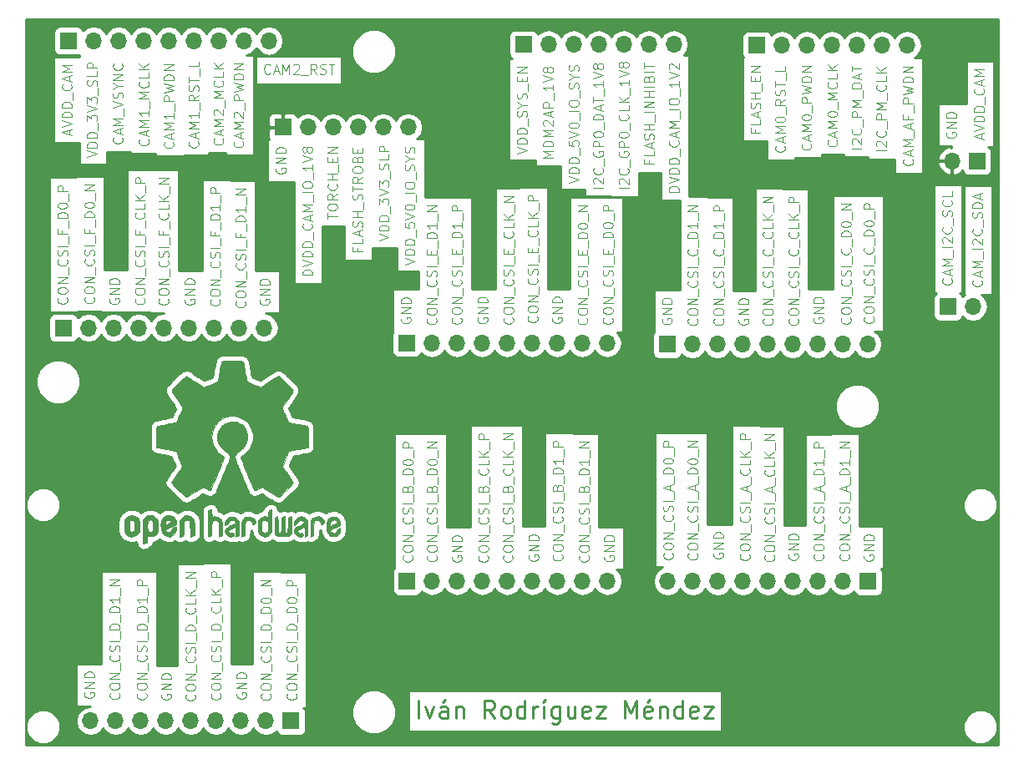
<source format=gbr>
G04 #@! TF.FileFunction,Copper,L1,Top,Signal*
%FSLAX46Y46*%
G04 Gerber Fmt 4.6, Leading zero omitted, Abs format (unit mm)*
G04 Created by KiCad (PCBNEW 4.0.7-e2-6376~60~ubuntu17.10.1) date Tue Mar 20 11:33:16 2018*
%MOMM*%
%LPD*%
G01*
G04 APERTURE LIST*
%ADD10C,0.020000*%
%ADD11C,0.100000*%
%ADD12C,0.250000*%
%ADD13C,0.010000*%
%ADD14R,1.700000X1.700000*%
%ADD15O,1.700000X1.700000*%
%ADD16C,0.254000*%
G04 APERTURE END LIST*
D10*
D11*
X25596578Y68911197D02*
X25548959Y68863578D01*
X25406102Y68815959D01*
X25310864Y68815959D01*
X25168006Y68863578D01*
X25072768Y68958816D01*
X25025149Y69054054D01*
X24977530Y69244530D01*
X24977530Y69387388D01*
X25025149Y69577864D01*
X25072768Y69673102D01*
X25168006Y69768340D01*
X25310864Y69815959D01*
X25406102Y69815959D01*
X25548959Y69768340D01*
X25596578Y69720721D01*
X25977530Y69101673D02*
X26453721Y69101673D01*
X25882292Y68815959D02*
X26215625Y69815959D01*
X26548959Y68815959D01*
X26882292Y68815959D02*
X26882292Y69815959D01*
X27215626Y69101673D01*
X27548959Y69815959D01*
X27548959Y68815959D01*
X27977530Y69720721D02*
X28025149Y69768340D01*
X28120387Y69815959D01*
X28358483Y69815959D01*
X28453721Y69768340D01*
X28501340Y69720721D01*
X28548959Y69625483D01*
X28548959Y69530245D01*
X28501340Y69387388D01*
X27929911Y68815959D01*
X28548959Y68815959D01*
X28739435Y68720721D02*
X29501340Y68720721D01*
X30310864Y68815959D02*
X29977530Y69292150D01*
X29739435Y68815959D02*
X29739435Y69815959D01*
X30120388Y69815959D01*
X30215626Y69768340D01*
X30263245Y69720721D01*
X30310864Y69625483D01*
X30310864Y69482626D01*
X30263245Y69387388D01*
X30215626Y69339769D01*
X30120388Y69292150D01*
X29739435Y69292150D01*
X30691816Y68863578D02*
X30834673Y68815959D01*
X31072769Y68815959D01*
X31168007Y68863578D01*
X31215626Y68911197D01*
X31263245Y69006435D01*
X31263245Y69101673D01*
X31215626Y69196911D01*
X31168007Y69244530D01*
X31072769Y69292150D01*
X30882292Y69339769D01*
X30787054Y69387388D01*
X30739435Y69435007D01*
X30691816Y69530245D01*
X30691816Y69625483D01*
X30739435Y69720721D01*
X30787054Y69768340D01*
X30882292Y69815959D01*
X31120388Y69815959D01*
X31263245Y69768340D01*
X31548959Y69815959D02*
X32120388Y69815959D01*
X31834673Y68815959D02*
X31834673Y69815959D01*
X22803123Y61988203D02*
X22850742Y61940584D01*
X22898361Y61797727D01*
X22898361Y61702489D01*
X22850742Y61559631D01*
X22755504Y61464393D01*
X22660266Y61416774D01*
X22469790Y61369155D01*
X22326932Y61369155D01*
X22136456Y61416774D01*
X22041218Y61464393D01*
X21945980Y61559631D01*
X21898361Y61702489D01*
X21898361Y61797727D01*
X21945980Y61940584D01*
X21993599Y61988203D01*
X22612647Y62369155D02*
X22612647Y62845346D01*
X22898361Y62273917D02*
X21898361Y62607250D01*
X22898361Y62940584D01*
X22898361Y63273917D02*
X21898361Y63273917D01*
X22612647Y63607251D01*
X21898361Y63940584D01*
X22898361Y63940584D01*
X21993599Y64369155D02*
X21945980Y64416774D01*
X21898361Y64512012D01*
X21898361Y64750108D01*
X21945980Y64845346D01*
X21993599Y64892965D01*
X22088837Y64940584D01*
X22184075Y64940584D01*
X22326932Y64892965D01*
X22898361Y64321536D01*
X22898361Y64940584D01*
X22993599Y65131060D02*
X22993599Y65892965D01*
X22898361Y66131060D02*
X21898361Y66131060D01*
X21898361Y66512013D01*
X21945980Y66607251D01*
X21993599Y66654870D01*
X22088837Y66702489D01*
X22231694Y66702489D01*
X22326932Y66654870D01*
X22374551Y66607251D01*
X22422170Y66512013D01*
X22422170Y66131060D01*
X21898361Y67035822D02*
X22898361Y67273917D01*
X22184075Y67464394D01*
X22898361Y67654870D01*
X21898361Y67892965D01*
X22898361Y68273917D02*
X21898361Y68273917D01*
X21898361Y68512012D01*
X21945980Y68654870D01*
X22041218Y68750108D01*
X22136456Y68797727D01*
X22326932Y68845346D01*
X22469790Y68845346D01*
X22660266Y68797727D01*
X22755504Y68750108D01*
X22850742Y68654870D01*
X22898361Y68512012D01*
X22898361Y68273917D01*
X22898361Y69273917D02*
X21898361Y69273917D01*
X22898361Y69845346D01*
X21898361Y69845346D01*
X20771123Y62269811D02*
X20818742Y62222192D01*
X20866361Y62079335D01*
X20866361Y61984097D01*
X20818742Y61841239D01*
X20723504Y61746001D01*
X20628266Y61698382D01*
X20437790Y61650763D01*
X20294932Y61650763D01*
X20104456Y61698382D01*
X20009218Y61746001D01*
X19913980Y61841239D01*
X19866361Y61984097D01*
X19866361Y62079335D01*
X19913980Y62222192D01*
X19961599Y62269811D01*
X20580647Y62650763D02*
X20580647Y63126954D01*
X20866361Y62555525D02*
X19866361Y62888858D01*
X20866361Y63222192D01*
X20866361Y63555525D02*
X19866361Y63555525D01*
X20580647Y63888859D01*
X19866361Y64222192D01*
X20866361Y64222192D01*
X19961599Y64650763D02*
X19913980Y64698382D01*
X19866361Y64793620D01*
X19866361Y65031716D01*
X19913980Y65126954D01*
X19961599Y65174573D01*
X20056837Y65222192D01*
X20152075Y65222192D01*
X20294932Y65174573D01*
X20866361Y64603144D01*
X20866361Y65222192D01*
X20961599Y65412668D02*
X20961599Y66174573D01*
X20866361Y66412668D02*
X19866361Y66412668D01*
X20580647Y66746002D01*
X19866361Y67079335D01*
X20866361Y67079335D01*
X20771123Y68126954D02*
X20818742Y68079335D01*
X20866361Y67936478D01*
X20866361Y67841240D01*
X20818742Y67698382D01*
X20723504Y67603144D01*
X20628266Y67555525D01*
X20437790Y67507906D01*
X20294932Y67507906D01*
X20104456Y67555525D01*
X20009218Y67603144D01*
X19913980Y67698382D01*
X19866361Y67841240D01*
X19866361Y67936478D01*
X19913980Y68079335D01*
X19961599Y68126954D01*
X20866361Y69031716D02*
X20866361Y68555525D01*
X19866361Y68555525D01*
X20866361Y69365049D02*
X19866361Y69365049D01*
X20866361Y69936478D02*
X20294932Y69507906D01*
X19866361Y69936478D02*
X20437790Y69365049D01*
X18251443Y61981224D02*
X18299062Y61933605D01*
X18346681Y61790748D01*
X18346681Y61695510D01*
X18299062Y61552652D01*
X18203824Y61457414D01*
X18108586Y61409795D01*
X17918110Y61362176D01*
X17775252Y61362176D01*
X17584776Y61409795D01*
X17489538Y61457414D01*
X17394300Y61552652D01*
X17346681Y61695510D01*
X17346681Y61790748D01*
X17394300Y61933605D01*
X17441919Y61981224D01*
X18060967Y62362176D02*
X18060967Y62838367D01*
X18346681Y62266938D02*
X17346681Y62600271D01*
X18346681Y62933605D01*
X18346681Y63266938D02*
X17346681Y63266938D01*
X18060967Y63600272D01*
X17346681Y63933605D01*
X18346681Y63933605D01*
X18346681Y64933605D02*
X18346681Y64362176D01*
X18346681Y64647890D02*
X17346681Y64647890D01*
X17489538Y64552652D01*
X17584776Y64457414D01*
X17632395Y64362176D01*
X18441919Y65124081D02*
X18441919Y65885986D01*
X18346681Y66695510D02*
X17870490Y66362176D01*
X18346681Y66124081D02*
X17346681Y66124081D01*
X17346681Y66505034D01*
X17394300Y66600272D01*
X17441919Y66647891D01*
X17537157Y66695510D01*
X17680014Y66695510D01*
X17775252Y66647891D01*
X17822871Y66600272D01*
X17870490Y66505034D01*
X17870490Y66124081D01*
X18299062Y67076462D02*
X18346681Y67219319D01*
X18346681Y67457415D01*
X18299062Y67552653D01*
X18251443Y67600272D01*
X18156205Y67647891D01*
X18060967Y67647891D01*
X17965729Y67600272D01*
X17918110Y67552653D01*
X17870490Y67457415D01*
X17822871Y67266938D01*
X17775252Y67171700D01*
X17727633Y67124081D01*
X17632395Y67076462D01*
X17537157Y67076462D01*
X17441919Y67124081D01*
X17394300Y67171700D01*
X17346681Y67266938D01*
X17346681Y67505034D01*
X17394300Y67647891D01*
X17346681Y67933605D02*
X17346681Y68505034D01*
X18346681Y68219319D02*
X17346681Y68219319D01*
X18441919Y68600272D02*
X18441919Y69362177D01*
X18346681Y70076463D02*
X18346681Y69600272D01*
X17346681Y69600272D01*
X15731763Y61906923D02*
X15779382Y61859304D01*
X15827001Y61716447D01*
X15827001Y61621209D01*
X15779382Y61478351D01*
X15684144Y61383113D01*
X15588906Y61335494D01*
X15398430Y61287875D01*
X15255572Y61287875D01*
X15065096Y61335494D01*
X14969858Y61383113D01*
X14874620Y61478351D01*
X14827001Y61621209D01*
X14827001Y61716447D01*
X14874620Y61859304D01*
X14922239Y61906923D01*
X15541287Y62287875D02*
X15541287Y62764066D01*
X15827001Y62192637D02*
X14827001Y62525970D01*
X15827001Y62859304D01*
X15827001Y63192637D02*
X14827001Y63192637D01*
X15541287Y63525971D01*
X14827001Y63859304D01*
X15827001Y63859304D01*
X15827001Y64859304D02*
X15827001Y64287875D01*
X15827001Y64573589D02*
X14827001Y64573589D01*
X14969858Y64478351D01*
X15065096Y64383113D01*
X15112715Y64287875D01*
X15922239Y65049780D02*
X15922239Y65811685D01*
X15827001Y66049780D02*
X14827001Y66049780D01*
X14827001Y66430733D01*
X14874620Y66525971D01*
X14922239Y66573590D01*
X15017477Y66621209D01*
X15160334Y66621209D01*
X15255572Y66573590D01*
X15303191Y66525971D01*
X15350810Y66430733D01*
X15350810Y66049780D01*
X14827001Y66954542D02*
X15827001Y67192637D01*
X15112715Y67383114D01*
X15827001Y67573590D01*
X14827001Y67811685D01*
X15827001Y68192637D02*
X14827001Y68192637D01*
X14827001Y68430732D01*
X14874620Y68573590D01*
X14969858Y68668828D01*
X15065096Y68716447D01*
X15255572Y68764066D01*
X15398430Y68764066D01*
X15588906Y68716447D01*
X15684144Y68668828D01*
X15779382Y68573590D01*
X15827001Y68430732D01*
X15827001Y68192637D01*
X15827001Y69192637D02*
X14827001Y69192637D01*
X15827001Y69764066D01*
X14827001Y69764066D01*
X13212083Y62188531D02*
X13259702Y62140912D01*
X13307321Y61998055D01*
X13307321Y61902817D01*
X13259702Y61759959D01*
X13164464Y61664721D01*
X13069226Y61617102D01*
X12878750Y61569483D01*
X12735892Y61569483D01*
X12545416Y61617102D01*
X12450178Y61664721D01*
X12354940Y61759959D01*
X12307321Y61902817D01*
X12307321Y61998055D01*
X12354940Y62140912D01*
X12402559Y62188531D01*
X13021607Y62569483D02*
X13021607Y63045674D01*
X13307321Y62474245D02*
X12307321Y62807578D01*
X13307321Y63140912D01*
X13307321Y63474245D02*
X12307321Y63474245D01*
X13021607Y63807579D01*
X12307321Y64140912D01*
X13307321Y64140912D01*
X13307321Y65140912D02*
X13307321Y64569483D01*
X13307321Y64855197D02*
X12307321Y64855197D01*
X12450178Y64759959D01*
X12545416Y64664721D01*
X12593035Y64569483D01*
X13402559Y65331388D02*
X13402559Y66093293D01*
X13307321Y66331388D02*
X12307321Y66331388D01*
X13021607Y66664722D01*
X12307321Y66998055D01*
X13307321Y66998055D01*
X13212083Y68045674D02*
X13259702Y67998055D01*
X13307321Y67855198D01*
X13307321Y67759960D01*
X13259702Y67617102D01*
X13164464Y67521864D01*
X13069226Y67474245D01*
X12878750Y67426626D01*
X12735892Y67426626D01*
X12545416Y67474245D01*
X12450178Y67521864D01*
X12354940Y67617102D01*
X12307321Y67759960D01*
X12307321Y67855198D01*
X12354940Y67998055D01*
X12402559Y68045674D01*
X13307321Y68950436D02*
X13307321Y68474245D01*
X12307321Y68474245D01*
X13307321Y69283769D02*
X12307321Y69283769D01*
X13307321Y69855198D02*
X12735892Y69426626D01*
X12307321Y69855198D02*
X12878750Y69283769D01*
X10570483Y62365049D02*
X10618102Y62317430D01*
X10665721Y62174573D01*
X10665721Y62079335D01*
X10618102Y61936477D01*
X10522864Y61841239D01*
X10427626Y61793620D01*
X10237150Y61746001D01*
X10094292Y61746001D01*
X9903816Y61793620D01*
X9808578Y61841239D01*
X9713340Y61936477D01*
X9665721Y62079335D01*
X9665721Y62174573D01*
X9713340Y62317430D01*
X9760959Y62365049D01*
X10380007Y62746001D02*
X10380007Y63222192D01*
X10665721Y62650763D02*
X9665721Y62984096D01*
X10665721Y63317430D01*
X10665721Y63650763D02*
X9665721Y63650763D01*
X10380007Y63984097D01*
X9665721Y64317430D01*
X10665721Y64317430D01*
X10760959Y64555525D02*
X10760959Y65317430D01*
X9665721Y65412668D02*
X10665721Y65746001D01*
X9665721Y66079335D01*
X10618102Y66365049D02*
X10665721Y66507906D01*
X10665721Y66746002D01*
X10618102Y66841240D01*
X10570483Y66888859D01*
X10475245Y66936478D01*
X10380007Y66936478D01*
X10284769Y66888859D01*
X10237150Y66841240D01*
X10189530Y66746002D01*
X10141911Y66555525D01*
X10094292Y66460287D01*
X10046673Y66412668D01*
X9951435Y66365049D01*
X9856197Y66365049D01*
X9760959Y66412668D01*
X9713340Y66460287D01*
X9665721Y66555525D01*
X9665721Y66793621D01*
X9713340Y66936478D01*
X10189530Y67555525D02*
X10665721Y67555525D01*
X9665721Y67222192D02*
X10189530Y67555525D01*
X9665721Y67888859D01*
X10665721Y68222192D02*
X9665721Y68222192D01*
X10665721Y68793621D01*
X9665721Y68793621D01*
X10570483Y69841240D02*
X10618102Y69793621D01*
X10665721Y69650764D01*
X10665721Y69555526D01*
X10618102Y69412668D01*
X10522864Y69317430D01*
X10427626Y69269811D01*
X10237150Y69222192D01*
X10094292Y69222192D01*
X9903816Y69269811D01*
X9808578Y69317430D01*
X9713340Y69412668D01*
X9665721Y69555526D01*
X9665721Y69650764D01*
X9713340Y69793621D01*
X9760959Y69841240D01*
X7064761Y60367517D02*
X8064761Y60700850D01*
X7064761Y61034184D01*
X8064761Y61367517D02*
X7064761Y61367517D01*
X7064761Y61605612D01*
X7112380Y61748470D01*
X7207618Y61843708D01*
X7302856Y61891327D01*
X7493332Y61938946D01*
X7636190Y61938946D01*
X7826666Y61891327D01*
X7921904Y61843708D01*
X8017142Y61748470D01*
X8064761Y61605612D01*
X8064761Y61367517D01*
X8064761Y62367517D02*
X7064761Y62367517D01*
X7064761Y62605612D01*
X7112380Y62748470D01*
X7207618Y62843708D01*
X7302856Y62891327D01*
X7493332Y62938946D01*
X7636190Y62938946D01*
X7826666Y62891327D01*
X7921904Y62843708D01*
X8017142Y62748470D01*
X8064761Y62605612D01*
X8064761Y62367517D01*
X8159999Y63129422D02*
X8159999Y63891327D01*
X7064761Y64034184D02*
X7064761Y64653232D01*
X7445713Y64319898D01*
X7445713Y64462756D01*
X7493332Y64557994D01*
X7540951Y64605613D01*
X7636190Y64653232D01*
X7874285Y64653232D01*
X7969523Y64605613D01*
X8017142Y64557994D01*
X8064761Y64462756D01*
X8064761Y64177041D01*
X8017142Y64081803D01*
X7969523Y64034184D01*
X7064761Y64938946D02*
X8064761Y65272279D01*
X7064761Y65605613D01*
X7064761Y65843708D02*
X7064761Y66462756D01*
X7445713Y66129422D01*
X7445713Y66272280D01*
X7493332Y66367518D01*
X7540951Y66415137D01*
X7636190Y66462756D01*
X7874285Y66462756D01*
X7969523Y66415137D01*
X8017142Y66367518D01*
X8064761Y66272280D01*
X8064761Y65986565D01*
X8017142Y65891327D01*
X7969523Y65843708D01*
X8159999Y66653232D02*
X8159999Y67415137D01*
X8017142Y67605613D02*
X8064761Y67748470D01*
X8064761Y67986566D01*
X8017142Y68081804D01*
X7969523Y68129423D01*
X7874285Y68177042D01*
X7779047Y68177042D01*
X7683809Y68129423D01*
X7636190Y68081804D01*
X7588570Y67986566D01*
X7540951Y67796089D01*
X7493332Y67700851D01*
X7445713Y67653232D01*
X7350475Y67605613D01*
X7255237Y67605613D01*
X7159999Y67653232D01*
X7112380Y67700851D01*
X7064761Y67796089D01*
X7064761Y68034185D01*
X7112380Y68177042D01*
X8064761Y69081804D02*
X8064761Y68605613D01*
X7064761Y68605613D01*
X8064761Y69415137D02*
X7064761Y69415137D01*
X7064761Y69796090D01*
X7112380Y69891328D01*
X7159999Y69938947D01*
X7255237Y69986566D01*
X7398094Y69986566D01*
X7493332Y69938947D01*
X7540951Y69891328D01*
X7588570Y69796090D01*
X7588570Y69415137D01*
X5213647Y62657481D02*
X5213647Y63133672D01*
X5499361Y62562243D02*
X4499361Y62895576D01*
X5499361Y63228910D01*
X4499361Y63419386D02*
X5499361Y63752719D01*
X4499361Y64086053D01*
X5499361Y64419386D02*
X4499361Y64419386D01*
X4499361Y64657481D01*
X4546980Y64800339D01*
X4642218Y64895577D01*
X4737456Y64943196D01*
X4927932Y64990815D01*
X5070790Y64990815D01*
X5261266Y64943196D01*
X5356504Y64895577D01*
X5451742Y64800339D01*
X5499361Y64657481D01*
X5499361Y64419386D01*
X5499361Y65419386D02*
X4499361Y65419386D01*
X4499361Y65657481D01*
X4546980Y65800339D01*
X4642218Y65895577D01*
X4737456Y65943196D01*
X4927932Y65990815D01*
X5070790Y65990815D01*
X5261266Y65943196D01*
X5356504Y65895577D01*
X5451742Y65800339D01*
X5499361Y65657481D01*
X5499361Y65419386D01*
X5594599Y66181291D02*
X5594599Y66943196D01*
X5404123Y67752720D02*
X5451742Y67705101D01*
X5499361Y67562244D01*
X5499361Y67467006D01*
X5451742Y67324148D01*
X5356504Y67228910D01*
X5261266Y67181291D01*
X5070790Y67133672D01*
X4927932Y67133672D01*
X4737456Y67181291D01*
X4642218Y67228910D01*
X4546980Y67324148D01*
X4499361Y67467006D01*
X4499361Y67562244D01*
X4546980Y67705101D01*
X4594599Y67752720D01*
X5213647Y68133672D02*
X5213647Y68609863D01*
X5499361Y68038434D02*
X4499361Y68371767D01*
X5499361Y68705101D01*
X5499361Y69038434D02*
X4499361Y69038434D01*
X5213647Y69371768D01*
X4499361Y69705101D01*
X5499361Y69705101D01*
X24595200Y45951236D02*
X24547581Y45855998D01*
X24547581Y45713141D01*
X24595200Y45570283D01*
X24690438Y45475045D01*
X24785676Y45427426D01*
X24976152Y45379807D01*
X25119010Y45379807D01*
X25309486Y45427426D01*
X25404724Y45475045D01*
X25499962Y45570283D01*
X25547581Y45713141D01*
X25547581Y45808379D01*
X25499962Y45951236D01*
X25452343Y45998855D01*
X25119010Y45998855D01*
X25119010Y45808379D01*
X25547581Y46427426D02*
X24547581Y46427426D01*
X25547581Y46998855D01*
X24547581Y46998855D01*
X25547581Y47475045D02*
X24547581Y47475045D01*
X24547581Y47713140D01*
X24595200Y47855998D01*
X24690438Y47951236D01*
X24785676Y47998855D01*
X24976152Y48046474D01*
X25119010Y48046474D01*
X25309486Y47998855D01*
X25404724Y47951236D01*
X25499962Y47855998D01*
X25547581Y47713140D01*
X25547581Y47475045D01*
X23013943Y45766078D02*
X23061562Y45718459D01*
X23109181Y45575602D01*
X23109181Y45480364D01*
X23061562Y45337506D01*
X22966324Y45242268D01*
X22871086Y45194649D01*
X22680610Y45147030D01*
X22537752Y45147030D01*
X22347276Y45194649D01*
X22252038Y45242268D01*
X22156800Y45337506D01*
X22109181Y45480364D01*
X22109181Y45575602D01*
X22156800Y45718459D01*
X22204419Y45766078D01*
X22109181Y46385125D02*
X22109181Y46575602D01*
X22156800Y46670840D01*
X22252038Y46766078D01*
X22442514Y46813697D01*
X22775848Y46813697D01*
X22966324Y46766078D01*
X23061562Y46670840D01*
X23109181Y46575602D01*
X23109181Y46385125D01*
X23061562Y46289887D01*
X22966324Y46194649D01*
X22775848Y46147030D01*
X22442514Y46147030D01*
X22252038Y46194649D01*
X22156800Y46289887D01*
X22109181Y46385125D01*
X23109181Y47242268D02*
X22109181Y47242268D01*
X23109181Y47813697D01*
X22109181Y47813697D01*
X23204419Y48051792D02*
X23204419Y48813697D01*
X23013943Y49623221D02*
X23061562Y49575602D01*
X23109181Y49432745D01*
X23109181Y49337507D01*
X23061562Y49194649D01*
X22966324Y49099411D01*
X22871086Y49051792D01*
X22680610Y49004173D01*
X22537752Y49004173D01*
X22347276Y49051792D01*
X22252038Y49099411D01*
X22156800Y49194649D01*
X22109181Y49337507D01*
X22109181Y49432745D01*
X22156800Y49575602D01*
X22204419Y49623221D01*
X23061562Y50004173D02*
X23109181Y50147030D01*
X23109181Y50385126D01*
X23061562Y50480364D01*
X23013943Y50527983D01*
X22918705Y50575602D01*
X22823467Y50575602D01*
X22728229Y50527983D01*
X22680610Y50480364D01*
X22632990Y50385126D01*
X22585371Y50194649D01*
X22537752Y50099411D01*
X22490133Y50051792D01*
X22394895Y50004173D01*
X22299657Y50004173D01*
X22204419Y50051792D01*
X22156800Y50099411D01*
X22109181Y50194649D01*
X22109181Y50432745D01*
X22156800Y50575602D01*
X23109181Y51004173D02*
X22109181Y51004173D01*
X23204419Y51242268D02*
X23204419Y52004173D01*
X22585371Y52575602D02*
X22585371Y52242268D01*
X23109181Y52242268D02*
X22109181Y52242268D01*
X22109181Y52718459D01*
X23204419Y52861316D02*
X23204419Y53623221D01*
X23109181Y53861316D02*
X22109181Y53861316D01*
X22109181Y54099411D01*
X22156800Y54242269D01*
X22252038Y54337507D01*
X22347276Y54385126D01*
X22537752Y54432745D01*
X22680610Y54432745D01*
X22871086Y54385126D01*
X22966324Y54337507D01*
X23061562Y54242269D01*
X23109181Y54099411D01*
X23109181Y53861316D01*
X23109181Y55385126D02*
X23109181Y54813697D01*
X23109181Y55099411D02*
X22109181Y55099411D01*
X22252038Y55004173D01*
X22347276Y54908935D01*
X22394895Y54813697D01*
X23204419Y55575602D02*
X23204419Y56337507D01*
X23109181Y56575602D02*
X22109181Y56575602D01*
X23109181Y57147031D01*
X22109181Y57147031D01*
X20423143Y45942288D02*
X20470762Y45894669D01*
X20518381Y45751812D01*
X20518381Y45656574D01*
X20470762Y45513716D01*
X20375524Y45418478D01*
X20280286Y45370859D01*
X20089810Y45323240D01*
X19946952Y45323240D01*
X19756476Y45370859D01*
X19661238Y45418478D01*
X19566000Y45513716D01*
X19518381Y45656574D01*
X19518381Y45751812D01*
X19566000Y45894669D01*
X19613619Y45942288D01*
X19518381Y46561335D02*
X19518381Y46751812D01*
X19566000Y46847050D01*
X19661238Y46942288D01*
X19851714Y46989907D01*
X20185048Y46989907D01*
X20375524Y46942288D01*
X20470762Y46847050D01*
X20518381Y46751812D01*
X20518381Y46561335D01*
X20470762Y46466097D01*
X20375524Y46370859D01*
X20185048Y46323240D01*
X19851714Y46323240D01*
X19661238Y46370859D01*
X19566000Y46466097D01*
X19518381Y46561335D01*
X20518381Y47418478D02*
X19518381Y47418478D01*
X20518381Y47989907D01*
X19518381Y47989907D01*
X20613619Y48228002D02*
X20613619Y48989907D01*
X20423143Y49799431D02*
X20470762Y49751812D01*
X20518381Y49608955D01*
X20518381Y49513717D01*
X20470762Y49370859D01*
X20375524Y49275621D01*
X20280286Y49228002D01*
X20089810Y49180383D01*
X19946952Y49180383D01*
X19756476Y49228002D01*
X19661238Y49275621D01*
X19566000Y49370859D01*
X19518381Y49513717D01*
X19518381Y49608955D01*
X19566000Y49751812D01*
X19613619Y49799431D01*
X20470762Y50180383D02*
X20518381Y50323240D01*
X20518381Y50561336D01*
X20470762Y50656574D01*
X20423143Y50704193D01*
X20327905Y50751812D01*
X20232667Y50751812D01*
X20137429Y50704193D01*
X20089810Y50656574D01*
X20042190Y50561336D01*
X19994571Y50370859D01*
X19946952Y50275621D01*
X19899333Y50228002D01*
X19804095Y50180383D01*
X19708857Y50180383D01*
X19613619Y50228002D01*
X19566000Y50275621D01*
X19518381Y50370859D01*
X19518381Y50608955D01*
X19566000Y50751812D01*
X20518381Y51180383D02*
X19518381Y51180383D01*
X20613619Y51418478D02*
X20613619Y52180383D01*
X19994571Y52751812D02*
X19994571Y52418478D01*
X20518381Y52418478D02*
X19518381Y52418478D01*
X19518381Y52894669D01*
X20613619Y53037526D02*
X20613619Y53799431D01*
X20518381Y54037526D02*
X19518381Y54037526D01*
X19518381Y54275621D01*
X19566000Y54418479D01*
X19661238Y54513717D01*
X19756476Y54561336D01*
X19946952Y54608955D01*
X20089810Y54608955D01*
X20280286Y54561336D01*
X20375524Y54513717D01*
X20470762Y54418479D01*
X20518381Y54275621D01*
X20518381Y54037526D01*
X20518381Y55561336D02*
X20518381Y54989907D01*
X20518381Y55275621D02*
X19518381Y55275621D01*
X19661238Y55180383D01*
X19756476Y55085145D01*
X19804095Y54989907D01*
X20613619Y55751812D02*
X20613619Y56513717D01*
X20518381Y56751812D02*
X19518381Y56751812D01*
X19518381Y57132765D01*
X19566000Y57228003D01*
X19613619Y57275622D01*
X19708857Y57323241D01*
X19851714Y57323241D01*
X19946952Y57275622D01*
X19994571Y57228003D01*
X20042190Y57132765D01*
X20042190Y56751812D01*
X17013300Y45989336D02*
X16965681Y45894098D01*
X16965681Y45751241D01*
X17013300Y45608383D01*
X17108538Y45513145D01*
X17203776Y45465526D01*
X17394252Y45417907D01*
X17537110Y45417907D01*
X17727586Y45465526D01*
X17822824Y45513145D01*
X17918062Y45608383D01*
X17965681Y45751241D01*
X17965681Y45846479D01*
X17918062Y45989336D01*
X17870443Y46036955D01*
X17537110Y46036955D01*
X17537110Y45846479D01*
X17965681Y46465526D02*
X16965681Y46465526D01*
X17965681Y47036955D01*
X16965681Y47036955D01*
X17965681Y47513145D02*
X16965681Y47513145D01*
X16965681Y47751240D01*
X17013300Y47894098D01*
X17108538Y47989336D01*
X17203776Y48036955D01*
X17394252Y48084574D01*
X17537110Y48084574D01*
X17727586Y48036955D01*
X17822824Y47989336D01*
X17918062Y47894098D01*
X17965681Y47751240D01*
X17965681Y47513145D01*
X15203443Y46023307D02*
X15251062Y45975688D01*
X15298681Y45832831D01*
X15298681Y45737593D01*
X15251062Y45594735D01*
X15155824Y45499497D01*
X15060586Y45451878D01*
X14870110Y45404259D01*
X14727252Y45404259D01*
X14536776Y45451878D01*
X14441538Y45499497D01*
X14346300Y45594735D01*
X14298681Y45737593D01*
X14298681Y45832831D01*
X14346300Y45975688D01*
X14393919Y46023307D01*
X14298681Y46642354D02*
X14298681Y46832831D01*
X14346300Y46928069D01*
X14441538Y47023307D01*
X14632014Y47070926D01*
X14965348Y47070926D01*
X15155824Y47023307D01*
X15251062Y46928069D01*
X15298681Y46832831D01*
X15298681Y46642354D01*
X15251062Y46547116D01*
X15155824Y46451878D01*
X14965348Y46404259D01*
X14632014Y46404259D01*
X14441538Y46451878D01*
X14346300Y46547116D01*
X14298681Y46642354D01*
X15298681Y47499497D02*
X14298681Y47499497D01*
X15298681Y48070926D01*
X14298681Y48070926D01*
X15393919Y48309021D02*
X15393919Y49070926D01*
X15203443Y49880450D02*
X15251062Y49832831D01*
X15298681Y49689974D01*
X15298681Y49594736D01*
X15251062Y49451878D01*
X15155824Y49356640D01*
X15060586Y49309021D01*
X14870110Y49261402D01*
X14727252Y49261402D01*
X14536776Y49309021D01*
X14441538Y49356640D01*
X14346300Y49451878D01*
X14298681Y49594736D01*
X14298681Y49689974D01*
X14346300Y49832831D01*
X14393919Y49880450D01*
X15251062Y50261402D02*
X15298681Y50404259D01*
X15298681Y50642355D01*
X15251062Y50737593D01*
X15203443Y50785212D01*
X15108205Y50832831D01*
X15012967Y50832831D01*
X14917729Y50785212D01*
X14870110Y50737593D01*
X14822490Y50642355D01*
X14774871Y50451878D01*
X14727252Y50356640D01*
X14679633Y50309021D01*
X14584395Y50261402D01*
X14489157Y50261402D01*
X14393919Y50309021D01*
X14346300Y50356640D01*
X14298681Y50451878D01*
X14298681Y50689974D01*
X14346300Y50832831D01*
X15298681Y51261402D02*
X14298681Y51261402D01*
X15393919Y51499497D02*
X15393919Y52261402D01*
X14774871Y52832831D02*
X14774871Y52499497D01*
X15298681Y52499497D02*
X14298681Y52499497D01*
X14298681Y52975688D01*
X15393919Y53118545D02*
X15393919Y53880450D01*
X15203443Y54689974D02*
X15251062Y54642355D01*
X15298681Y54499498D01*
X15298681Y54404260D01*
X15251062Y54261402D01*
X15155824Y54166164D01*
X15060586Y54118545D01*
X14870110Y54070926D01*
X14727252Y54070926D01*
X14536776Y54118545D01*
X14441538Y54166164D01*
X14346300Y54261402D01*
X14298681Y54404260D01*
X14298681Y54499498D01*
X14346300Y54642355D01*
X14393919Y54689974D01*
X15298681Y55594736D02*
X15298681Y55118545D01*
X14298681Y55118545D01*
X15298681Y55928069D02*
X14298681Y55928069D01*
X15298681Y56499498D02*
X14727252Y56070926D01*
X14298681Y56499498D02*
X14870110Y55928069D01*
X15393919Y56689974D02*
X15393919Y57451879D01*
X15298681Y57689974D02*
X14298681Y57689974D01*
X15298681Y58261403D01*
X14298681Y58261403D01*
X12803143Y46085216D02*
X12850762Y46037597D01*
X12898381Y45894740D01*
X12898381Y45799502D01*
X12850762Y45656644D01*
X12755524Y45561406D01*
X12660286Y45513787D01*
X12469810Y45466168D01*
X12326952Y45466168D01*
X12136476Y45513787D01*
X12041238Y45561406D01*
X11946000Y45656644D01*
X11898381Y45799502D01*
X11898381Y45894740D01*
X11946000Y46037597D01*
X11993619Y46085216D01*
X11898381Y46704263D02*
X11898381Y46894740D01*
X11946000Y46989978D01*
X12041238Y47085216D01*
X12231714Y47132835D01*
X12565048Y47132835D01*
X12755524Y47085216D01*
X12850762Y46989978D01*
X12898381Y46894740D01*
X12898381Y46704263D01*
X12850762Y46609025D01*
X12755524Y46513787D01*
X12565048Y46466168D01*
X12231714Y46466168D01*
X12041238Y46513787D01*
X11946000Y46609025D01*
X11898381Y46704263D01*
X12898381Y47561406D02*
X11898381Y47561406D01*
X12898381Y48132835D01*
X11898381Y48132835D01*
X12993619Y48370930D02*
X12993619Y49132835D01*
X12803143Y49942359D02*
X12850762Y49894740D01*
X12898381Y49751883D01*
X12898381Y49656645D01*
X12850762Y49513787D01*
X12755524Y49418549D01*
X12660286Y49370930D01*
X12469810Y49323311D01*
X12326952Y49323311D01*
X12136476Y49370930D01*
X12041238Y49418549D01*
X11946000Y49513787D01*
X11898381Y49656645D01*
X11898381Y49751883D01*
X11946000Y49894740D01*
X11993619Y49942359D01*
X12850762Y50323311D02*
X12898381Y50466168D01*
X12898381Y50704264D01*
X12850762Y50799502D01*
X12803143Y50847121D01*
X12707905Y50894740D01*
X12612667Y50894740D01*
X12517429Y50847121D01*
X12469810Y50799502D01*
X12422190Y50704264D01*
X12374571Y50513787D01*
X12326952Y50418549D01*
X12279333Y50370930D01*
X12184095Y50323311D01*
X12088857Y50323311D01*
X11993619Y50370930D01*
X11946000Y50418549D01*
X11898381Y50513787D01*
X11898381Y50751883D01*
X11946000Y50894740D01*
X12898381Y51323311D02*
X11898381Y51323311D01*
X12993619Y51561406D02*
X12993619Y52323311D01*
X12374571Y52894740D02*
X12374571Y52561406D01*
X12898381Y52561406D02*
X11898381Y52561406D01*
X11898381Y53037597D01*
X12993619Y53180454D02*
X12993619Y53942359D01*
X12803143Y54751883D02*
X12850762Y54704264D01*
X12898381Y54561407D01*
X12898381Y54466169D01*
X12850762Y54323311D01*
X12755524Y54228073D01*
X12660286Y54180454D01*
X12469810Y54132835D01*
X12326952Y54132835D01*
X12136476Y54180454D01*
X12041238Y54228073D01*
X11946000Y54323311D01*
X11898381Y54466169D01*
X11898381Y54561407D01*
X11946000Y54704264D01*
X11993619Y54751883D01*
X12898381Y55656645D02*
X12898381Y55180454D01*
X11898381Y55180454D01*
X12898381Y55989978D02*
X11898381Y55989978D01*
X12898381Y56561407D02*
X12326952Y56132835D01*
X11898381Y56561407D02*
X12469810Y55989978D01*
X12993619Y56751883D02*
X12993619Y57513788D01*
X12898381Y57751883D02*
X11898381Y57751883D01*
X11898381Y58132836D01*
X11946000Y58228074D01*
X11993619Y58275693D01*
X12088857Y58323312D01*
X12231714Y58323312D01*
X12326952Y58275693D01*
X12374571Y58228074D01*
X12422190Y58132836D01*
X12422190Y57751883D01*
X9355200Y46027436D02*
X9307581Y45932198D01*
X9307581Y45789341D01*
X9355200Y45646483D01*
X9450438Y45551245D01*
X9545676Y45503626D01*
X9736152Y45456007D01*
X9879010Y45456007D01*
X10069486Y45503626D01*
X10164724Y45551245D01*
X10259962Y45646483D01*
X10307581Y45789341D01*
X10307581Y45884579D01*
X10259962Y46027436D01*
X10212343Y46075055D01*
X9879010Y46075055D01*
X9879010Y45884579D01*
X10307581Y46503626D02*
X9307581Y46503626D01*
X10307581Y47075055D01*
X9307581Y47075055D01*
X10307581Y47551245D02*
X9307581Y47551245D01*
X9307581Y47789340D01*
X9355200Y47932198D01*
X9450438Y48027436D01*
X9545676Y48075055D01*
X9736152Y48122674D01*
X9879010Y48122674D01*
X10069486Y48075055D01*
X10164724Y48027436D01*
X10259962Y47932198D01*
X10307581Y47789340D01*
X10307581Y47551245D01*
X7697743Y46185178D02*
X7745362Y46137559D01*
X7792981Y45994702D01*
X7792981Y45899464D01*
X7745362Y45756606D01*
X7650124Y45661368D01*
X7554886Y45613749D01*
X7364410Y45566130D01*
X7221552Y45566130D01*
X7031076Y45613749D01*
X6935838Y45661368D01*
X6840600Y45756606D01*
X6792981Y45899464D01*
X6792981Y45994702D01*
X6840600Y46137559D01*
X6888219Y46185178D01*
X6792981Y46804225D02*
X6792981Y46994702D01*
X6840600Y47089940D01*
X6935838Y47185178D01*
X7126314Y47232797D01*
X7459648Y47232797D01*
X7650124Y47185178D01*
X7745362Y47089940D01*
X7792981Y46994702D01*
X7792981Y46804225D01*
X7745362Y46708987D01*
X7650124Y46613749D01*
X7459648Y46566130D01*
X7126314Y46566130D01*
X6935838Y46613749D01*
X6840600Y46708987D01*
X6792981Y46804225D01*
X7792981Y47661368D02*
X6792981Y47661368D01*
X7792981Y48232797D01*
X6792981Y48232797D01*
X7888219Y48470892D02*
X7888219Y49232797D01*
X7697743Y50042321D02*
X7745362Y49994702D01*
X7792981Y49851845D01*
X7792981Y49756607D01*
X7745362Y49613749D01*
X7650124Y49518511D01*
X7554886Y49470892D01*
X7364410Y49423273D01*
X7221552Y49423273D01*
X7031076Y49470892D01*
X6935838Y49518511D01*
X6840600Y49613749D01*
X6792981Y49756607D01*
X6792981Y49851845D01*
X6840600Y49994702D01*
X6888219Y50042321D01*
X7745362Y50423273D02*
X7792981Y50566130D01*
X7792981Y50804226D01*
X7745362Y50899464D01*
X7697743Y50947083D01*
X7602505Y50994702D01*
X7507267Y50994702D01*
X7412029Y50947083D01*
X7364410Y50899464D01*
X7316790Y50804226D01*
X7269171Y50613749D01*
X7221552Y50518511D01*
X7173933Y50470892D01*
X7078695Y50423273D01*
X6983457Y50423273D01*
X6888219Y50470892D01*
X6840600Y50518511D01*
X6792981Y50613749D01*
X6792981Y50851845D01*
X6840600Y50994702D01*
X7792981Y51423273D02*
X6792981Y51423273D01*
X7888219Y51661368D02*
X7888219Y52423273D01*
X7269171Y52994702D02*
X7269171Y52661368D01*
X7792981Y52661368D02*
X6792981Y52661368D01*
X6792981Y53137559D01*
X7888219Y53280416D02*
X7888219Y54042321D01*
X7792981Y54280416D02*
X6792981Y54280416D01*
X6792981Y54518511D01*
X6840600Y54661369D01*
X6935838Y54756607D01*
X7031076Y54804226D01*
X7221552Y54851845D01*
X7364410Y54851845D01*
X7554886Y54804226D01*
X7650124Y54756607D01*
X7745362Y54661369D01*
X7792981Y54518511D01*
X7792981Y54280416D01*
X6792981Y55470892D02*
X6792981Y55566131D01*
X6840600Y55661369D01*
X6888219Y55708988D01*
X6983457Y55756607D01*
X7173933Y55804226D01*
X7412029Y55804226D01*
X7602505Y55756607D01*
X7697743Y55708988D01*
X7745362Y55661369D01*
X7792981Y55566131D01*
X7792981Y55470892D01*
X7745362Y55375654D01*
X7697743Y55328035D01*
X7602505Y55280416D01*
X7412029Y55232797D01*
X7173933Y55232797D01*
X6983457Y55280416D01*
X6888219Y55328035D01*
X6840600Y55375654D01*
X6792981Y55470892D01*
X7888219Y55994702D02*
X7888219Y56756607D01*
X7792981Y56994702D02*
X6792981Y56994702D01*
X7792981Y57566131D01*
X6792981Y57566131D01*
X4954543Y46132788D02*
X5002162Y46085169D01*
X5049781Y45942312D01*
X5049781Y45847074D01*
X5002162Y45704216D01*
X4906924Y45608978D01*
X4811686Y45561359D01*
X4621210Y45513740D01*
X4478352Y45513740D01*
X4287876Y45561359D01*
X4192638Y45608978D01*
X4097400Y45704216D01*
X4049781Y45847074D01*
X4049781Y45942312D01*
X4097400Y46085169D01*
X4145019Y46132788D01*
X4049781Y46751835D02*
X4049781Y46942312D01*
X4097400Y47037550D01*
X4192638Y47132788D01*
X4383114Y47180407D01*
X4716448Y47180407D01*
X4906924Y47132788D01*
X5002162Y47037550D01*
X5049781Y46942312D01*
X5049781Y46751835D01*
X5002162Y46656597D01*
X4906924Y46561359D01*
X4716448Y46513740D01*
X4383114Y46513740D01*
X4192638Y46561359D01*
X4097400Y46656597D01*
X4049781Y46751835D01*
X5049781Y47608978D02*
X4049781Y47608978D01*
X5049781Y48180407D01*
X4049781Y48180407D01*
X5145019Y48418502D02*
X5145019Y49180407D01*
X4954543Y49989931D02*
X5002162Y49942312D01*
X5049781Y49799455D01*
X5049781Y49704217D01*
X5002162Y49561359D01*
X4906924Y49466121D01*
X4811686Y49418502D01*
X4621210Y49370883D01*
X4478352Y49370883D01*
X4287876Y49418502D01*
X4192638Y49466121D01*
X4097400Y49561359D01*
X4049781Y49704217D01*
X4049781Y49799455D01*
X4097400Y49942312D01*
X4145019Y49989931D01*
X5002162Y50370883D02*
X5049781Y50513740D01*
X5049781Y50751836D01*
X5002162Y50847074D01*
X4954543Y50894693D01*
X4859305Y50942312D01*
X4764067Y50942312D01*
X4668829Y50894693D01*
X4621210Y50847074D01*
X4573590Y50751836D01*
X4525971Y50561359D01*
X4478352Y50466121D01*
X4430733Y50418502D01*
X4335495Y50370883D01*
X4240257Y50370883D01*
X4145019Y50418502D01*
X4097400Y50466121D01*
X4049781Y50561359D01*
X4049781Y50799455D01*
X4097400Y50942312D01*
X5049781Y51370883D02*
X4049781Y51370883D01*
X5145019Y51608978D02*
X5145019Y52370883D01*
X4525971Y52942312D02*
X4525971Y52608978D01*
X5049781Y52608978D02*
X4049781Y52608978D01*
X4049781Y53085169D01*
X5145019Y53228026D02*
X5145019Y53989931D01*
X5049781Y54228026D02*
X4049781Y54228026D01*
X4049781Y54466121D01*
X4097400Y54608979D01*
X4192638Y54704217D01*
X4287876Y54751836D01*
X4478352Y54799455D01*
X4621210Y54799455D01*
X4811686Y54751836D01*
X4906924Y54704217D01*
X5002162Y54608979D01*
X5049781Y54466121D01*
X5049781Y54228026D01*
X4049781Y55418502D02*
X4049781Y55513741D01*
X4097400Y55608979D01*
X4145019Y55656598D01*
X4240257Y55704217D01*
X4430733Y55751836D01*
X4668829Y55751836D01*
X4859305Y55704217D01*
X4954543Y55656598D01*
X5002162Y55608979D01*
X5049781Y55513741D01*
X5049781Y55418502D01*
X5002162Y55323264D01*
X4954543Y55275645D01*
X4859305Y55228026D01*
X4668829Y55180407D01*
X4430733Y55180407D01*
X4240257Y55228026D01*
X4145019Y55275645D01*
X4097400Y55323264D01*
X4049781Y55418502D01*
X5145019Y55942312D02*
X5145019Y56704217D01*
X5049781Y56942312D02*
X4049781Y56942312D01*
X4049781Y57323265D01*
X4097400Y57418503D01*
X4145019Y57466122D01*
X4240257Y57513741D01*
X4383114Y57513741D01*
X4478352Y57466122D01*
X4525971Y57418503D01*
X4573590Y57323265D01*
X4573590Y56942312D01*
X10250443Y6032550D02*
X10298062Y5984931D01*
X10345681Y5842074D01*
X10345681Y5746836D01*
X10298062Y5603978D01*
X10202824Y5508740D01*
X10107586Y5461121D01*
X9917110Y5413502D01*
X9774252Y5413502D01*
X9583776Y5461121D01*
X9488538Y5508740D01*
X9393300Y5603978D01*
X9345681Y5746836D01*
X9345681Y5842074D01*
X9393300Y5984931D01*
X9440919Y6032550D01*
X9345681Y6651597D02*
X9345681Y6842074D01*
X9393300Y6937312D01*
X9488538Y7032550D01*
X9679014Y7080169D01*
X10012348Y7080169D01*
X10202824Y7032550D01*
X10298062Y6937312D01*
X10345681Y6842074D01*
X10345681Y6651597D01*
X10298062Y6556359D01*
X10202824Y6461121D01*
X10012348Y6413502D01*
X9679014Y6413502D01*
X9488538Y6461121D01*
X9393300Y6556359D01*
X9345681Y6651597D01*
X10345681Y7508740D02*
X9345681Y7508740D01*
X10345681Y8080169D01*
X9345681Y8080169D01*
X10440919Y8318264D02*
X10440919Y9080169D01*
X10250443Y9889693D02*
X10298062Y9842074D01*
X10345681Y9699217D01*
X10345681Y9603979D01*
X10298062Y9461121D01*
X10202824Y9365883D01*
X10107586Y9318264D01*
X9917110Y9270645D01*
X9774252Y9270645D01*
X9583776Y9318264D01*
X9488538Y9365883D01*
X9393300Y9461121D01*
X9345681Y9603979D01*
X9345681Y9699217D01*
X9393300Y9842074D01*
X9440919Y9889693D01*
X10298062Y10270645D02*
X10345681Y10413502D01*
X10345681Y10651598D01*
X10298062Y10746836D01*
X10250443Y10794455D01*
X10155205Y10842074D01*
X10059967Y10842074D01*
X9964729Y10794455D01*
X9917110Y10746836D01*
X9869490Y10651598D01*
X9821871Y10461121D01*
X9774252Y10365883D01*
X9726633Y10318264D01*
X9631395Y10270645D01*
X9536157Y10270645D01*
X9440919Y10318264D01*
X9393300Y10365883D01*
X9345681Y10461121D01*
X9345681Y10699217D01*
X9393300Y10842074D01*
X10345681Y11270645D02*
X9345681Y11270645D01*
X10440919Y11508740D02*
X10440919Y12270645D01*
X10345681Y12508740D02*
X9345681Y12508740D01*
X9345681Y12746835D01*
X9393300Y12889693D01*
X9488538Y12984931D01*
X9583776Y13032550D01*
X9774252Y13080169D01*
X9917110Y13080169D01*
X10107586Y13032550D01*
X10202824Y12984931D01*
X10298062Y12889693D01*
X10345681Y12746835D01*
X10345681Y12508740D01*
X10440919Y13270645D02*
X10440919Y14032550D01*
X10345681Y14270645D02*
X9345681Y14270645D01*
X9345681Y14508740D01*
X9393300Y14651598D01*
X9488538Y14746836D01*
X9583776Y14794455D01*
X9774252Y14842074D01*
X9917110Y14842074D01*
X10107586Y14794455D01*
X10202824Y14746836D01*
X10298062Y14651598D01*
X10345681Y14508740D01*
X10345681Y14270645D01*
X10345681Y15794455D02*
X10345681Y15223026D01*
X10345681Y15508740D02*
X9345681Y15508740D01*
X9488538Y15413502D01*
X9583776Y15318264D01*
X9631395Y15223026D01*
X10440919Y15984931D02*
X10440919Y16746836D01*
X10345681Y16984931D02*
X9345681Y16984931D01*
X10345681Y17556360D01*
X9345681Y17556360D01*
X6807580Y6103716D02*
X6759961Y6008478D01*
X6759961Y5865621D01*
X6807580Y5722763D01*
X6902818Y5627525D01*
X6998056Y5579906D01*
X7188532Y5532287D01*
X7331390Y5532287D01*
X7521866Y5579906D01*
X7617104Y5627525D01*
X7712342Y5722763D01*
X7759961Y5865621D01*
X7759961Y5960859D01*
X7712342Y6103716D01*
X7664723Y6151335D01*
X7331390Y6151335D01*
X7331390Y5960859D01*
X7759961Y6579906D02*
X6759961Y6579906D01*
X7759961Y7151335D01*
X6759961Y7151335D01*
X7759961Y7627525D02*
X6759961Y7627525D01*
X6759961Y7865620D01*
X6807580Y8008478D01*
X6902818Y8103716D01*
X6998056Y8151335D01*
X7188532Y8198954D01*
X7331390Y8198954D01*
X7521866Y8151335D01*
X7617104Y8103716D01*
X7712342Y8008478D01*
X7759961Y7865620D01*
X7759961Y7627525D01*
X12993643Y6018259D02*
X13041262Y5970640D01*
X13088881Y5827783D01*
X13088881Y5732545D01*
X13041262Y5589687D01*
X12946024Y5494449D01*
X12850786Y5446830D01*
X12660310Y5399211D01*
X12517452Y5399211D01*
X12326976Y5446830D01*
X12231738Y5494449D01*
X12136500Y5589687D01*
X12088881Y5732545D01*
X12088881Y5827783D01*
X12136500Y5970640D01*
X12184119Y6018259D01*
X12088881Y6637306D02*
X12088881Y6827783D01*
X12136500Y6923021D01*
X12231738Y7018259D01*
X12422214Y7065878D01*
X12755548Y7065878D01*
X12946024Y7018259D01*
X13041262Y6923021D01*
X13088881Y6827783D01*
X13088881Y6637306D01*
X13041262Y6542068D01*
X12946024Y6446830D01*
X12755548Y6399211D01*
X12422214Y6399211D01*
X12231738Y6446830D01*
X12136500Y6542068D01*
X12088881Y6637306D01*
X13088881Y7494449D02*
X12088881Y7494449D01*
X13088881Y8065878D01*
X12088881Y8065878D01*
X13184119Y8303973D02*
X13184119Y9065878D01*
X12993643Y9875402D02*
X13041262Y9827783D01*
X13088881Y9684926D01*
X13088881Y9589688D01*
X13041262Y9446830D01*
X12946024Y9351592D01*
X12850786Y9303973D01*
X12660310Y9256354D01*
X12517452Y9256354D01*
X12326976Y9303973D01*
X12231738Y9351592D01*
X12136500Y9446830D01*
X12088881Y9589688D01*
X12088881Y9684926D01*
X12136500Y9827783D01*
X12184119Y9875402D01*
X13041262Y10256354D02*
X13088881Y10399211D01*
X13088881Y10637307D01*
X13041262Y10732545D01*
X12993643Y10780164D01*
X12898405Y10827783D01*
X12803167Y10827783D01*
X12707929Y10780164D01*
X12660310Y10732545D01*
X12612690Y10637307D01*
X12565071Y10446830D01*
X12517452Y10351592D01*
X12469833Y10303973D01*
X12374595Y10256354D01*
X12279357Y10256354D01*
X12184119Y10303973D01*
X12136500Y10351592D01*
X12088881Y10446830D01*
X12088881Y10684926D01*
X12136500Y10827783D01*
X13088881Y11256354D02*
X12088881Y11256354D01*
X13184119Y11494449D02*
X13184119Y12256354D01*
X13088881Y12494449D02*
X12088881Y12494449D01*
X12088881Y12732544D01*
X12136500Y12875402D01*
X12231738Y12970640D01*
X12326976Y13018259D01*
X12517452Y13065878D01*
X12660310Y13065878D01*
X12850786Y13018259D01*
X12946024Y12970640D01*
X13041262Y12875402D01*
X13088881Y12732544D01*
X13088881Y12494449D01*
X13184119Y13256354D02*
X13184119Y14018259D01*
X13088881Y14256354D02*
X12088881Y14256354D01*
X12088881Y14494449D01*
X12136500Y14637307D01*
X12231738Y14732545D01*
X12326976Y14780164D01*
X12517452Y14827783D01*
X12660310Y14827783D01*
X12850786Y14780164D01*
X12946024Y14732545D01*
X13041262Y14637307D01*
X13088881Y14494449D01*
X13088881Y14256354D01*
X13088881Y15780164D02*
X13088881Y15208735D01*
X13088881Y15494449D02*
X12088881Y15494449D01*
X12231738Y15399211D01*
X12326976Y15303973D01*
X12374595Y15208735D01*
X13184119Y15970640D02*
X13184119Y16732545D01*
X13088881Y16970640D02*
X12088881Y16970640D01*
X12088881Y17351593D01*
X12136500Y17446831D01*
X12184119Y17494450D01*
X12279357Y17542069D01*
X12422214Y17542069D01*
X12517452Y17494450D01*
X12565071Y17446831D01*
X12612690Y17351593D01*
X12612690Y16970640D01*
X14613000Y5946236D02*
X14565381Y5850998D01*
X14565381Y5708141D01*
X14613000Y5565283D01*
X14708238Y5470045D01*
X14803476Y5422426D01*
X14993952Y5374807D01*
X15136810Y5374807D01*
X15327286Y5422426D01*
X15422524Y5470045D01*
X15517762Y5565283D01*
X15565381Y5708141D01*
X15565381Y5803379D01*
X15517762Y5946236D01*
X15470143Y5993855D01*
X15136810Y5993855D01*
X15136810Y5803379D01*
X15565381Y6422426D02*
X14565381Y6422426D01*
X15565381Y6993855D01*
X14565381Y6993855D01*
X15565381Y7470045D02*
X14565381Y7470045D01*
X14565381Y7708140D01*
X14613000Y7850998D01*
X14708238Y7946236D01*
X14803476Y7993855D01*
X14993952Y8041474D01*
X15136810Y8041474D01*
X15327286Y7993855D01*
X15422524Y7946236D01*
X15517762Y7850998D01*
X15565381Y7708140D01*
X15565381Y7470045D01*
X17921243Y5901158D02*
X17968862Y5853539D01*
X18016481Y5710682D01*
X18016481Y5615444D01*
X17968862Y5472586D01*
X17873624Y5377348D01*
X17778386Y5329729D01*
X17587910Y5282110D01*
X17445052Y5282110D01*
X17254576Y5329729D01*
X17159338Y5377348D01*
X17064100Y5472586D01*
X17016481Y5615444D01*
X17016481Y5710682D01*
X17064100Y5853539D01*
X17111719Y5901158D01*
X17016481Y6520205D02*
X17016481Y6710682D01*
X17064100Y6805920D01*
X17159338Y6901158D01*
X17349814Y6948777D01*
X17683148Y6948777D01*
X17873624Y6901158D01*
X17968862Y6805920D01*
X18016481Y6710682D01*
X18016481Y6520205D01*
X17968862Y6424967D01*
X17873624Y6329729D01*
X17683148Y6282110D01*
X17349814Y6282110D01*
X17159338Y6329729D01*
X17064100Y6424967D01*
X17016481Y6520205D01*
X18016481Y7377348D02*
X17016481Y7377348D01*
X18016481Y7948777D01*
X17016481Y7948777D01*
X18111719Y8186872D02*
X18111719Y8948777D01*
X17921243Y9758301D02*
X17968862Y9710682D01*
X18016481Y9567825D01*
X18016481Y9472587D01*
X17968862Y9329729D01*
X17873624Y9234491D01*
X17778386Y9186872D01*
X17587910Y9139253D01*
X17445052Y9139253D01*
X17254576Y9186872D01*
X17159338Y9234491D01*
X17064100Y9329729D01*
X17016481Y9472587D01*
X17016481Y9567825D01*
X17064100Y9710682D01*
X17111719Y9758301D01*
X17968862Y10139253D02*
X18016481Y10282110D01*
X18016481Y10520206D01*
X17968862Y10615444D01*
X17921243Y10663063D01*
X17826005Y10710682D01*
X17730767Y10710682D01*
X17635529Y10663063D01*
X17587910Y10615444D01*
X17540290Y10520206D01*
X17492671Y10329729D01*
X17445052Y10234491D01*
X17397433Y10186872D01*
X17302195Y10139253D01*
X17206957Y10139253D01*
X17111719Y10186872D01*
X17064100Y10234491D01*
X17016481Y10329729D01*
X17016481Y10567825D01*
X17064100Y10710682D01*
X18016481Y11139253D02*
X17016481Y11139253D01*
X18111719Y11377348D02*
X18111719Y12139253D01*
X18016481Y12377348D02*
X17016481Y12377348D01*
X17016481Y12615443D01*
X17064100Y12758301D01*
X17159338Y12853539D01*
X17254576Y12901158D01*
X17445052Y12948777D01*
X17587910Y12948777D01*
X17778386Y12901158D01*
X17873624Y12853539D01*
X17968862Y12758301D01*
X18016481Y12615443D01*
X18016481Y12377348D01*
X18111719Y13139253D02*
X18111719Y13901158D01*
X17921243Y14710682D02*
X17968862Y14663063D01*
X18016481Y14520206D01*
X18016481Y14424968D01*
X17968862Y14282110D01*
X17873624Y14186872D01*
X17778386Y14139253D01*
X17587910Y14091634D01*
X17445052Y14091634D01*
X17254576Y14139253D01*
X17159338Y14186872D01*
X17064100Y14282110D01*
X17016481Y14424968D01*
X17016481Y14520206D01*
X17064100Y14663063D01*
X17111719Y14710682D01*
X18016481Y15615444D02*
X18016481Y15139253D01*
X17016481Y15139253D01*
X18016481Y15948777D02*
X17016481Y15948777D01*
X18016481Y16520206D02*
X17445052Y16091634D01*
X17016481Y16520206D02*
X17587910Y15948777D01*
X18111719Y16710682D02*
X18111719Y17472587D01*
X18016481Y17710682D02*
X17016481Y17710682D01*
X18016481Y18282111D01*
X17016481Y18282111D01*
X20519663Y6008788D02*
X20567282Y5961169D01*
X20614901Y5818312D01*
X20614901Y5723074D01*
X20567282Y5580216D01*
X20472044Y5484978D01*
X20376806Y5437359D01*
X20186330Y5389740D01*
X20043472Y5389740D01*
X19852996Y5437359D01*
X19757758Y5484978D01*
X19662520Y5580216D01*
X19614901Y5723074D01*
X19614901Y5818312D01*
X19662520Y5961169D01*
X19710139Y6008788D01*
X19614901Y6627835D02*
X19614901Y6818312D01*
X19662520Y6913550D01*
X19757758Y7008788D01*
X19948234Y7056407D01*
X20281568Y7056407D01*
X20472044Y7008788D01*
X20567282Y6913550D01*
X20614901Y6818312D01*
X20614901Y6627835D01*
X20567282Y6532597D01*
X20472044Y6437359D01*
X20281568Y6389740D01*
X19948234Y6389740D01*
X19757758Y6437359D01*
X19662520Y6532597D01*
X19614901Y6627835D01*
X20614901Y7484978D02*
X19614901Y7484978D01*
X20614901Y8056407D01*
X19614901Y8056407D01*
X20710139Y8294502D02*
X20710139Y9056407D01*
X20519663Y9865931D02*
X20567282Y9818312D01*
X20614901Y9675455D01*
X20614901Y9580217D01*
X20567282Y9437359D01*
X20472044Y9342121D01*
X20376806Y9294502D01*
X20186330Y9246883D01*
X20043472Y9246883D01*
X19852996Y9294502D01*
X19757758Y9342121D01*
X19662520Y9437359D01*
X19614901Y9580217D01*
X19614901Y9675455D01*
X19662520Y9818312D01*
X19710139Y9865931D01*
X20567282Y10246883D02*
X20614901Y10389740D01*
X20614901Y10627836D01*
X20567282Y10723074D01*
X20519663Y10770693D01*
X20424425Y10818312D01*
X20329187Y10818312D01*
X20233949Y10770693D01*
X20186330Y10723074D01*
X20138710Y10627836D01*
X20091091Y10437359D01*
X20043472Y10342121D01*
X19995853Y10294502D01*
X19900615Y10246883D01*
X19805377Y10246883D01*
X19710139Y10294502D01*
X19662520Y10342121D01*
X19614901Y10437359D01*
X19614901Y10675455D01*
X19662520Y10818312D01*
X20614901Y11246883D02*
X19614901Y11246883D01*
X20710139Y11484978D02*
X20710139Y12246883D01*
X20614901Y12484978D02*
X19614901Y12484978D01*
X19614901Y12723073D01*
X19662520Y12865931D01*
X19757758Y12961169D01*
X19852996Y13008788D01*
X20043472Y13056407D01*
X20186330Y13056407D01*
X20376806Y13008788D01*
X20472044Y12961169D01*
X20567282Y12865931D01*
X20614901Y12723073D01*
X20614901Y12484978D01*
X20710139Y13246883D02*
X20710139Y14008788D01*
X20519663Y14818312D02*
X20567282Y14770693D01*
X20614901Y14627836D01*
X20614901Y14532598D01*
X20567282Y14389740D01*
X20472044Y14294502D01*
X20376806Y14246883D01*
X20186330Y14199264D01*
X20043472Y14199264D01*
X19852996Y14246883D01*
X19757758Y14294502D01*
X19662520Y14389740D01*
X19614901Y14532598D01*
X19614901Y14627836D01*
X19662520Y14770693D01*
X19710139Y14818312D01*
X20614901Y15723074D02*
X20614901Y15246883D01*
X19614901Y15246883D01*
X20614901Y16056407D02*
X19614901Y16056407D01*
X20614901Y16627836D02*
X20043472Y16199264D01*
X19614901Y16627836D02*
X20186330Y16056407D01*
X20710139Y16818312D02*
X20710139Y17580217D01*
X20614901Y17818312D02*
X19614901Y17818312D01*
X19614901Y18199265D01*
X19662520Y18294503D01*
X19710139Y18342122D01*
X19805377Y18389741D01*
X19948234Y18389741D01*
X20043472Y18342122D01*
X20091091Y18294503D01*
X20138710Y18199265D01*
X20138710Y17818312D01*
X22233000Y6042756D02*
X22185381Y5947518D01*
X22185381Y5804661D01*
X22233000Y5661803D01*
X22328238Y5566565D01*
X22423476Y5518946D01*
X22613952Y5471327D01*
X22756810Y5471327D01*
X22947286Y5518946D01*
X23042524Y5566565D01*
X23137762Y5661803D01*
X23185381Y5804661D01*
X23185381Y5899899D01*
X23137762Y6042756D01*
X23090143Y6090375D01*
X22756810Y6090375D01*
X22756810Y5899899D01*
X23185381Y6518946D02*
X22185381Y6518946D01*
X23185381Y7090375D01*
X22185381Y7090375D01*
X23185381Y7566565D02*
X22185381Y7566565D01*
X22185381Y7804660D01*
X22233000Y7947518D01*
X22328238Y8042756D01*
X22423476Y8090375D01*
X22613952Y8137994D01*
X22756810Y8137994D01*
X22947286Y8090375D01*
X23042524Y8042756D01*
X23137762Y7947518D01*
X23185381Y7804660D01*
X23185381Y7566565D01*
X25576803Y5966510D02*
X25624422Y5918891D01*
X25672041Y5776034D01*
X25672041Y5680796D01*
X25624422Y5537938D01*
X25529184Y5442700D01*
X25433946Y5395081D01*
X25243470Y5347462D01*
X25100612Y5347462D01*
X24910136Y5395081D01*
X24814898Y5442700D01*
X24719660Y5537938D01*
X24672041Y5680796D01*
X24672041Y5776034D01*
X24719660Y5918891D01*
X24767279Y5966510D01*
X24672041Y6585557D02*
X24672041Y6776034D01*
X24719660Y6871272D01*
X24814898Y6966510D01*
X25005374Y7014129D01*
X25338708Y7014129D01*
X25529184Y6966510D01*
X25624422Y6871272D01*
X25672041Y6776034D01*
X25672041Y6585557D01*
X25624422Y6490319D01*
X25529184Y6395081D01*
X25338708Y6347462D01*
X25005374Y6347462D01*
X24814898Y6395081D01*
X24719660Y6490319D01*
X24672041Y6585557D01*
X25672041Y7442700D02*
X24672041Y7442700D01*
X25672041Y8014129D01*
X24672041Y8014129D01*
X25767279Y8252224D02*
X25767279Y9014129D01*
X25576803Y9823653D02*
X25624422Y9776034D01*
X25672041Y9633177D01*
X25672041Y9537939D01*
X25624422Y9395081D01*
X25529184Y9299843D01*
X25433946Y9252224D01*
X25243470Y9204605D01*
X25100612Y9204605D01*
X24910136Y9252224D01*
X24814898Y9299843D01*
X24719660Y9395081D01*
X24672041Y9537939D01*
X24672041Y9633177D01*
X24719660Y9776034D01*
X24767279Y9823653D01*
X25624422Y10204605D02*
X25672041Y10347462D01*
X25672041Y10585558D01*
X25624422Y10680796D01*
X25576803Y10728415D01*
X25481565Y10776034D01*
X25386327Y10776034D01*
X25291089Y10728415D01*
X25243470Y10680796D01*
X25195850Y10585558D01*
X25148231Y10395081D01*
X25100612Y10299843D01*
X25052993Y10252224D01*
X24957755Y10204605D01*
X24862517Y10204605D01*
X24767279Y10252224D01*
X24719660Y10299843D01*
X24672041Y10395081D01*
X24672041Y10633177D01*
X24719660Y10776034D01*
X25672041Y11204605D02*
X24672041Y11204605D01*
X25767279Y11442700D02*
X25767279Y12204605D01*
X25672041Y12442700D02*
X24672041Y12442700D01*
X24672041Y12680795D01*
X24719660Y12823653D01*
X24814898Y12918891D01*
X24910136Y12966510D01*
X25100612Y13014129D01*
X25243470Y13014129D01*
X25433946Y12966510D01*
X25529184Y12918891D01*
X25624422Y12823653D01*
X25672041Y12680795D01*
X25672041Y12442700D01*
X25767279Y13204605D02*
X25767279Y13966510D01*
X25672041Y14204605D02*
X24672041Y14204605D01*
X24672041Y14442700D01*
X24719660Y14585558D01*
X24814898Y14680796D01*
X24910136Y14728415D01*
X25100612Y14776034D01*
X25243470Y14776034D01*
X25433946Y14728415D01*
X25529184Y14680796D01*
X25624422Y14585558D01*
X25672041Y14442700D01*
X25672041Y14204605D01*
X24672041Y15395081D02*
X24672041Y15490320D01*
X24719660Y15585558D01*
X24767279Y15633177D01*
X24862517Y15680796D01*
X25052993Y15728415D01*
X25291089Y15728415D01*
X25481565Y15680796D01*
X25576803Y15633177D01*
X25624422Y15585558D01*
X25672041Y15490320D01*
X25672041Y15395081D01*
X25624422Y15299843D01*
X25576803Y15252224D01*
X25481565Y15204605D01*
X25291089Y15156986D01*
X25052993Y15156986D01*
X24862517Y15204605D01*
X24767279Y15252224D01*
X24719660Y15299843D01*
X24672041Y15395081D01*
X25767279Y15918891D02*
X25767279Y16680796D01*
X25672041Y16918891D02*
X24672041Y16918891D01*
X25672041Y17490320D01*
X24672041Y17490320D01*
X26233500Y59286236D02*
X26185881Y59190998D01*
X26185881Y59048141D01*
X26233500Y58905283D01*
X26328738Y58810045D01*
X26423976Y58762426D01*
X26614452Y58714807D01*
X26757310Y58714807D01*
X26947786Y58762426D01*
X27043024Y58810045D01*
X27138262Y58905283D01*
X27185881Y59048141D01*
X27185881Y59143379D01*
X27138262Y59286236D01*
X27090643Y59333855D01*
X26757310Y59333855D01*
X26757310Y59143379D01*
X27185881Y59762426D02*
X26185881Y59762426D01*
X27185881Y60333855D01*
X26185881Y60333855D01*
X27185881Y60810045D02*
X26185881Y60810045D01*
X26185881Y61048140D01*
X26233500Y61190998D01*
X26328738Y61286236D01*
X26423976Y61333855D01*
X26614452Y61381474D01*
X26757310Y61381474D01*
X26947786Y61333855D01*
X27043024Y61286236D01*
X27138262Y61190998D01*
X27185881Y61048140D01*
X27185881Y60810045D01*
X28195543Y5980159D02*
X28243162Y5932540D01*
X28290781Y5789683D01*
X28290781Y5694445D01*
X28243162Y5551587D01*
X28147924Y5456349D01*
X28052686Y5408730D01*
X27862210Y5361111D01*
X27719352Y5361111D01*
X27528876Y5408730D01*
X27433638Y5456349D01*
X27338400Y5551587D01*
X27290781Y5694445D01*
X27290781Y5789683D01*
X27338400Y5932540D01*
X27386019Y5980159D01*
X27290781Y6599206D02*
X27290781Y6789683D01*
X27338400Y6884921D01*
X27433638Y6980159D01*
X27624114Y7027778D01*
X27957448Y7027778D01*
X28147924Y6980159D01*
X28243162Y6884921D01*
X28290781Y6789683D01*
X28290781Y6599206D01*
X28243162Y6503968D01*
X28147924Y6408730D01*
X27957448Y6361111D01*
X27624114Y6361111D01*
X27433638Y6408730D01*
X27338400Y6503968D01*
X27290781Y6599206D01*
X28290781Y7456349D02*
X27290781Y7456349D01*
X28290781Y8027778D01*
X27290781Y8027778D01*
X28386019Y8265873D02*
X28386019Y9027778D01*
X28195543Y9837302D02*
X28243162Y9789683D01*
X28290781Y9646826D01*
X28290781Y9551588D01*
X28243162Y9408730D01*
X28147924Y9313492D01*
X28052686Y9265873D01*
X27862210Y9218254D01*
X27719352Y9218254D01*
X27528876Y9265873D01*
X27433638Y9313492D01*
X27338400Y9408730D01*
X27290781Y9551588D01*
X27290781Y9646826D01*
X27338400Y9789683D01*
X27386019Y9837302D01*
X28243162Y10218254D02*
X28290781Y10361111D01*
X28290781Y10599207D01*
X28243162Y10694445D01*
X28195543Y10742064D01*
X28100305Y10789683D01*
X28005067Y10789683D01*
X27909829Y10742064D01*
X27862210Y10694445D01*
X27814590Y10599207D01*
X27766971Y10408730D01*
X27719352Y10313492D01*
X27671733Y10265873D01*
X27576495Y10218254D01*
X27481257Y10218254D01*
X27386019Y10265873D01*
X27338400Y10313492D01*
X27290781Y10408730D01*
X27290781Y10646826D01*
X27338400Y10789683D01*
X28290781Y11218254D02*
X27290781Y11218254D01*
X28386019Y11456349D02*
X28386019Y12218254D01*
X28290781Y12456349D02*
X27290781Y12456349D01*
X27290781Y12694444D01*
X27338400Y12837302D01*
X27433638Y12932540D01*
X27528876Y12980159D01*
X27719352Y13027778D01*
X27862210Y13027778D01*
X28052686Y12980159D01*
X28147924Y12932540D01*
X28243162Y12837302D01*
X28290781Y12694444D01*
X28290781Y12456349D01*
X28386019Y13218254D02*
X28386019Y13980159D01*
X28290781Y14218254D02*
X27290781Y14218254D01*
X27290781Y14456349D01*
X27338400Y14599207D01*
X27433638Y14694445D01*
X27528876Y14742064D01*
X27719352Y14789683D01*
X27862210Y14789683D01*
X28052686Y14742064D01*
X28147924Y14694445D01*
X28243162Y14599207D01*
X28290781Y14456349D01*
X28290781Y14218254D01*
X27290781Y15408730D02*
X27290781Y15503969D01*
X27338400Y15599207D01*
X27386019Y15646826D01*
X27481257Y15694445D01*
X27671733Y15742064D01*
X27909829Y15742064D01*
X28100305Y15694445D01*
X28195543Y15646826D01*
X28243162Y15599207D01*
X28290781Y15503969D01*
X28290781Y15408730D01*
X28243162Y15313492D01*
X28195543Y15265873D01*
X28100305Y15218254D01*
X27909829Y15170635D01*
X27671733Y15170635D01*
X27481257Y15218254D01*
X27386019Y15265873D01*
X27338400Y15313492D01*
X27290781Y15408730D01*
X28386019Y15932540D02*
X28386019Y16694445D01*
X28290781Y16932540D02*
X27290781Y16932540D01*
X27290781Y17313493D01*
X27338400Y17408731D01*
X27386019Y17456350D01*
X27481257Y17503969D01*
X27624114Y17503969D01*
X27719352Y17456350D01*
X27766971Y17408731D01*
X27814590Y17313493D01*
X27814590Y16932540D01*
D12*
X40673289Y3498393D02*
X40673289Y5248393D01*
X41339955Y4665060D02*
X41756622Y3498393D01*
X42173288Y4665060D01*
X43589955Y3498393D02*
X43589955Y4415060D01*
X43506621Y4581727D01*
X43339955Y4665060D01*
X43006621Y4665060D01*
X42839955Y4581727D01*
X43589955Y3581727D02*
X43423288Y3498393D01*
X43006621Y3498393D01*
X42839955Y3581727D01*
X42756621Y3748393D01*
X42756621Y3915060D01*
X42839955Y4081727D01*
X43006621Y4165060D01*
X43423288Y4165060D01*
X43589955Y4248393D01*
X43339955Y5331727D02*
X43089955Y5081727D01*
X44423288Y4665060D02*
X44423288Y3498393D01*
X44423288Y4498393D02*
X44506621Y4581727D01*
X44673288Y4665060D01*
X44923288Y4665060D01*
X45089954Y4581727D01*
X45173288Y4415060D01*
X45173288Y3498393D01*
X48339954Y3498393D02*
X47756620Y4331727D01*
X47339954Y3498393D02*
X47339954Y5248393D01*
X48006620Y5248393D01*
X48173287Y5165060D01*
X48256620Y5081727D01*
X48339954Y4915060D01*
X48339954Y4665060D01*
X48256620Y4498393D01*
X48173287Y4415060D01*
X48006620Y4331727D01*
X47339954Y4331727D01*
X49339954Y3498393D02*
X49173287Y3581727D01*
X49089954Y3665060D01*
X49006620Y3831727D01*
X49006620Y4331727D01*
X49089954Y4498393D01*
X49173287Y4581727D01*
X49339954Y4665060D01*
X49589954Y4665060D01*
X49756620Y4581727D01*
X49839954Y4498393D01*
X49923287Y4331727D01*
X49923287Y3831727D01*
X49839954Y3665060D01*
X49756620Y3581727D01*
X49589954Y3498393D01*
X49339954Y3498393D01*
X51423287Y3498393D02*
X51423287Y5248393D01*
X51423287Y3581727D02*
X51256620Y3498393D01*
X50923287Y3498393D01*
X50756620Y3581727D01*
X50673287Y3665060D01*
X50589953Y3831727D01*
X50589953Y4331727D01*
X50673287Y4498393D01*
X50756620Y4581727D01*
X50923287Y4665060D01*
X51256620Y4665060D01*
X51423287Y4581727D01*
X52256620Y3498393D02*
X52256620Y4665060D01*
X52256620Y4331727D02*
X52339953Y4498393D01*
X52423286Y4581727D01*
X52589953Y4665060D01*
X52756620Y4665060D01*
X53339953Y3498393D02*
X53339953Y4665060D01*
X53506619Y5331727D02*
X53256619Y5081727D01*
X54923286Y4665060D02*
X54923286Y3248393D01*
X54839952Y3081727D01*
X54756619Y2998393D01*
X54589952Y2915060D01*
X54339952Y2915060D01*
X54173286Y2998393D01*
X54923286Y3581727D02*
X54756619Y3498393D01*
X54423286Y3498393D01*
X54256619Y3581727D01*
X54173286Y3665060D01*
X54089952Y3831727D01*
X54089952Y4331727D01*
X54173286Y4498393D01*
X54256619Y4581727D01*
X54423286Y4665060D01*
X54756619Y4665060D01*
X54923286Y4581727D01*
X56506619Y4665060D02*
X56506619Y3498393D01*
X55756619Y4665060D02*
X55756619Y3748393D01*
X55839952Y3581727D01*
X56006619Y3498393D01*
X56256619Y3498393D01*
X56423285Y3581727D01*
X56506619Y3665060D01*
X58006618Y3581727D02*
X57839952Y3498393D01*
X57506618Y3498393D01*
X57339952Y3581727D01*
X57256618Y3748393D01*
X57256618Y4415060D01*
X57339952Y4581727D01*
X57506618Y4665060D01*
X57839952Y4665060D01*
X58006618Y4581727D01*
X58089952Y4415060D01*
X58089952Y4248393D01*
X57256618Y4081727D01*
X58673285Y4665060D02*
X59589952Y4665060D01*
X58673285Y3498393D01*
X59589952Y3498393D01*
X61589952Y3498393D02*
X61589952Y5248393D01*
X62173285Y3998393D01*
X62756618Y5248393D01*
X62756618Y3498393D01*
X64256618Y3581727D02*
X64089952Y3498393D01*
X63756618Y3498393D01*
X63589952Y3581727D01*
X63506618Y3748393D01*
X63506618Y4415060D01*
X63589952Y4581727D01*
X63756618Y4665060D01*
X64089952Y4665060D01*
X64256618Y4581727D01*
X64339952Y4415060D01*
X64339952Y4248393D01*
X63506618Y4081727D01*
X64089952Y5331727D02*
X63839952Y5081727D01*
X65089952Y4665060D02*
X65089952Y3498393D01*
X65089952Y4498393D02*
X65173285Y4581727D01*
X65339952Y4665060D01*
X65589952Y4665060D01*
X65756618Y4581727D01*
X65839952Y4415060D01*
X65839952Y3498393D01*
X67423285Y3498393D02*
X67423285Y5248393D01*
X67423285Y3581727D02*
X67256618Y3498393D01*
X66923285Y3498393D01*
X66756618Y3581727D01*
X66673285Y3665060D01*
X66589951Y3831727D01*
X66589951Y4331727D01*
X66673285Y4498393D01*
X66756618Y4581727D01*
X66923285Y4665060D01*
X67256618Y4665060D01*
X67423285Y4581727D01*
X68923284Y3581727D02*
X68756618Y3498393D01*
X68423284Y3498393D01*
X68256618Y3581727D01*
X68173284Y3748393D01*
X68173284Y4415060D01*
X68256618Y4581727D01*
X68423284Y4665060D01*
X68756618Y4665060D01*
X68923284Y4581727D01*
X69006618Y4415060D01*
X69006618Y4248393D01*
X68173284Y4081727D01*
X69589951Y4665060D02*
X70506618Y4665060D01*
X69589951Y3498393D01*
X70506618Y3498393D01*
D11*
X59517660Y19961956D02*
X59470041Y19866718D01*
X59470041Y19723861D01*
X59517660Y19581003D01*
X59612898Y19485765D01*
X59708136Y19438146D01*
X59898612Y19390527D01*
X60041470Y19390527D01*
X60231946Y19438146D01*
X60327184Y19485765D01*
X60422422Y19581003D01*
X60470041Y19723861D01*
X60470041Y19819099D01*
X60422422Y19961956D01*
X60374803Y20009575D01*
X60041470Y20009575D01*
X60041470Y19819099D01*
X60470041Y20438146D02*
X59470041Y20438146D01*
X60470041Y21009575D01*
X59470041Y21009575D01*
X60470041Y21485765D02*
X59470041Y21485765D01*
X59470041Y21723860D01*
X59517660Y21866718D01*
X59612898Y21961956D01*
X59708136Y22009575D01*
X59898612Y22057194D01*
X60041470Y22057194D01*
X60231946Y22009575D01*
X60327184Y21961956D01*
X60422422Y21866718D01*
X60470041Y21723860D01*
X60470041Y21485765D01*
X57834803Y19982230D02*
X57882422Y19934611D01*
X57930041Y19791754D01*
X57930041Y19696516D01*
X57882422Y19553658D01*
X57787184Y19458420D01*
X57691946Y19410801D01*
X57501470Y19363182D01*
X57358612Y19363182D01*
X57168136Y19410801D01*
X57072898Y19458420D01*
X56977660Y19553658D01*
X56930041Y19696516D01*
X56930041Y19791754D01*
X56977660Y19934611D01*
X57025279Y19982230D01*
X56930041Y20601277D02*
X56930041Y20791754D01*
X56977660Y20886992D01*
X57072898Y20982230D01*
X57263374Y21029849D01*
X57596708Y21029849D01*
X57787184Y20982230D01*
X57882422Y20886992D01*
X57930041Y20791754D01*
X57930041Y20601277D01*
X57882422Y20506039D01*
X57787184Y20410801D01*
X57596708Y20363182D01*
X57263374Y20363182D01*
X57072898Y20410801D01*
X56977660Y20506039D01*
X56930041Y20601277D01*
X57930041Y21458420D02*
X56930041Y21458420D01*
X57930041Y22029849D01*
X56930041Y22029849D01*
X58025279Y22267944D02*
X58025279Y23029849D01*
X57834803Y23839373D02*
X57882422Y23791754D01*
X57930041Y23648897D01*
X57930041Y23553659D01*
X57882422Y23410801D01*
X57787184Y23315563D01*
X57691946Y23267944D01*
X57501470Y23220325D01*
X57358612Y23220325D01*
X57168136Y23267944D01*
X57072898Y23315563D01*
X56977660Y23410801D01*
X56930041Y23553659D01*
X56930041Y23648897D01*
X56977660Y23791754D01*
X57025279Y23839373D01*
X57882422Y24220325D02*
X57930041Y24363182D01*
X57930041Y24601278D01*
X57882422Y24696516D01*
X57834803Y24744135D01*
X57739565Y24791754D01*
X57644327Y24791754D01*
X57549089Y24744135D01*
X57501470Y24696516D01*
X57453850Y24601278D01*
X57406231Y24410801D01*
X57358612Y24315563D01*
X57310993Y24267944D01*
X57215755Y24220325D01*
X57120517Y24220325D01*
X57025279Y24267944D01*
X56977660Y24315563D01*
X56930041Y24410801D01*
X56930041Y24648897D01*
X56977660Y24791754D01*
X57930041Y25220325D02*
X56930041Y25220325D01*
X58025279Y25458420D02*
X58025279Y26220325D01*
X57406231Y26791754D02*
X57453850Y26934611D01*
X57501470Y26982230D01*
X57596708Y27029849D01*
X57739565Y27029849D01*
X57834803Y26982230D01*
X57882422Y26934611D01*
X57930041Y26839373D01*
X57930041Y26458420D01*
X56930041Y26458420D01*
X56930041Y26791754D01*
X56977660Y26886992D01*
X57025279Y26934611D01*
X57120517Y26982230D01*
X57215755Y26982230D01*
X57310993Y26934611D01*
X57358612Y26886992D01*
X57406231Y26791754D01*
X57406231Y26458420D01*
X58025279Y27220325D02*
X58025279Y27982230D01*
X57930041Y28220325D02*
X56930041Y28220325D01*
X56930041Y28458420D01*
X56977660Y28601278D01*
X57072898Y28696516D01*
X57168136Y28744135D01*
X57358612Y28791754D01*
X57501470Y28791754D01*
X57691946Y28744135D01*
X57787184Y28696516D01*
X57882422Y28601278D01*
X57930041Y28458420D01*
X57930041Y28220325D01*
X57930041Y29744135D02*
X57930041Y29172706D01*
X57930041Y29458420D02*
X56930041Y29458420D01*
X57072898Y29363182D01*
X57168136Y29267944D01*
X57215755Y29172706D01*
X58025279Y29934611D02*
X58025279Y30696516D01*
X57930041Y30934611D02*
X56930041Y30934611D01*
X57930041Y31506040D01*
X56930041Y31506040D01*
X55152563Y20087319D02*
X55200182Y20039700D01*
X55247801Y19896843D01*
X55247801Y19801605D01*
X55200182Y19658747D01*
X55104944Y19563509D01*
X55009706Y19515890D01*
X54819230Y19468271D01*
X54676372Y19468271D01*
X54485896Y19515890D01*
X54390658Y19563509D01*
X54295420Y19658747D01*
X54247801Y19801605D01*
X54247801Y19896843D01*
X54295420Y20039700D01*
X54343039Y20087319D01*
X54247801Y20706366D02*
X54247801Y20896843D01*
X54295420Y20992081D01*
X54390658Y21087319D01*
X54581134Y21134938D01*
X54914468Y21134938D01*
X55104944Y21087319D01*
X55200182Y20992081D01*
X55247801Y20896843D01*
X55247801Y20706366D01*
X55200182Y20611128D01*
X55104944Y20515890D01*
X54914468Y20468271D01*
X54581134Y20468271D01*
X54390658Y20515890D01*
X54295420Y20611128D01*
X54247801Y20706366D01*
X55247801Y21563509D02*
X54247801Y21563509D01*
X55247801Y22134938D01*
X54247801Y22134938D01*
X55343039Y22373033D02*
X55343039Y23134938D01*
X55152563Y23944462D02*
X55200182Y23896843D01*
X55247801Y23753986D01*
X55247801Y23658748D01*
X55200182Y23515890D01*
X55104944Y23420652D01*
X55009706Y23373033D01*
X54819230Y23325414D01*
X54676372Y23325414D01*
X54485896Y23373033D01*
X54390658Y23420652D01*
X54295420Y23515890D01*
X54247801Y23658748D01*
X54247801Y23753986D01*
X54295420Y23896843D01*
X54343039Y23944462D01*
X55200182Y24325414D02*
X55247801Y24468271D01*
X55247801Y24706367D01*
X55200182Y24801605D01*
X55152563Y24849224D01*
X55057325Y24896843D01*
X54962087Y24896843D01*
X54866849Y24849224D01*
X54819230Y24801605D01*
X54771610Y24706367D01*
X54723991Y24515890D01*
X54676372Y24420652D01*
X54628753Y24373033D01*
X54533515Y24325414D01*
X54438277Y24325414D01*
X54343039Y24373033D01*
X54295420Y24420652D01*
X54247801Y24515890D01*
X54247801Y24753986D01*
X54295420Y24896843D01*
X55247801Y25325414D02*
X54247801Y25325414D01*
X55343039Y25563509D02*
X55343039Y26325414D01*
X54723991Y26896843D02*
X54771610Y27039700D01*
X54819230Y27087319D01*
X54914468Y27134938D01*
X55057325Y27134938D01*
X55152563Y27087319D01*
X55200182Y27039700D01*
X55247801Y26944462D01*
X55247801Y26563509D01*
X54247801Y26563509D01*
X54247801Y26896843D01*
X54295420Y26992081D01*
X54343039Y27039700D01*
X54438277Y27087319D01*
X54533515Y27087319D01*
X54628753Y27039700D01*
X54676372Y26992081D01*
X54723991Y26896843D01*
X54723991Y26563509D01*
X55343039Y27325414D02*
X55343039Y28087319D01*
X55247801Y28325414D02*
X54247801Y28325414D01*
X54247801Y28563509D01*
X54295420Y28706367D01*
X54390658Y28801605D01*
X54485896Y28849224D01*
X54676372Y28896843D01*
X54819230Y28896843D01*
X55009706Y28849224D01*
X55104944Y28801605D01*
X55200182Y28706367D01*
X55247801Y28563509D01*
X55247801Y28325414D01*
X55247801Y29849224D02*
X55247801Y29277795D01*
X55247801Y29563509D02*
X54247801Y29563509D01*
X54390658Y29468271D01*
X54485896Y29373033D01*
X54533515Y29277795D01*
X55343039Y30039700D02*
X55343039Y30801605D01*
X55247801Y31039700D02*
X54247801Y31039700D01*
X54247801Y31420653D01*
X54295420Y31515891D01*
X54343039Y31563510D01*
X54438277Y31611129D01*
X54581134Y31611129D01*
X54676372Y31563510D01*
X54723991Y31515891D01*
X54771610Y31420653D01*
X54771610Y31039700D01*
X51849400Y20012756D02*
X51801781Y19917518D01*
X51801781Y19774661D01*
X51849400Y19631803D01*
X51944638Y19536565D01*
X52039876Y19488946D01*
X52230352Y19441327D01*
X52373210Y19441327D01*
X52563686Y19488946D01*
X52658924Y19536565D01*
X52754162Y19631803D01*
X52801781Y19774661D01*
X52801781Y19869899D01*
X52754162Y20012756D01*
X52706543Y20060375D01*
X52373210Y20060375D01*
X52373210Y19869899D01*
X52801781Y20488946D02*
X51801781Y20488946D01*
X52801781Y21060375D01*
X51801781Y21060375D01*
X52801781Y21536565D02*
X51801781Y21536565D01*
X51801781Y21774660D01*
X51849400Y21917518D01*
X51944638Y22012756D01*
X52039876Y22060375D01*
X52230352Y22107994D01*
X52373210Y22107994D01*
X52563686Y22060375D01*
X52658924Y22012756D01*
X52754162Y21917518D01*
X52801781Y21774660D01*
X52801781Y21536565D01*
X50108123Y19982918D02*
X50155742Y19935299D01*
X50203361Y19792442D01*
X50203361Y19697204D01*
X50155742Y19554346D01*
X50060504Y19459108D01*
X49965266Y19411489D01*
X49774790Y19363870D01*
X49631932Y19363870D01*
X49441456Y19411489D01*
X49346218Y19459108D01*
X49250980Y19554346D01*
X49203361Y19697204D01*
X49203361Y19792442D01*
X49250980Y19935299D01*
X49298599Y19982918D01*
X49203361Y20601965D02*
X49203361Y20792442D01*
X49250980Y20887680D01*
X49346218Y20982918D01*
X49536694Y21030537D01*
X49870028Y21030537D01*
X50060504Y20982918D01*
X50155742Y20887680D01*
X50203361Y20792442D01*
X50203361Y20601965D01*
X50155742Y20506727D01*
X50060504Y20411489D01*
X49870028Y20363870D01*
X49536694Y20363870D01*
X49346218Y20411489D01*
X49250980Y20506727D01*
X49203361Y20601965D01*
X50203361Y21459108D02*
X49203361Y21459108D01*
X50203361Y22030537D01*
X49203361Y22030537D01*
X50298599Y22268632D02*
X50298599Y23030537D01*
X50108123Y23840061D02*
X50155742Y23792442D01*
X50203361Y23649585D01*
X50203361Y23554347D01*
X50155742Y23411489D01*
X50060504Y23316251D01*
X49965266Y23268632D01*
X49774790Y23221013D01*
X49631932Y23221013D01*
X49441456Y23268632D01*
X49346218Y23316251D01*
X49250980Y23411489D01*
X49203361Y23554347D01*
X49203361Y23649585D01*
X49250980Y23792442D01*
X49298599Y23840061D01*
X50155742Y24221013D02*
X50203361Y24363870D01*
X50203361Y24601966D01*
X50155742Y24697204D01*
X50108123Y24744823D01*
X50012885Y24792442D01*
X49917647Y24792442D01*
X49822409Y24744823D01*
X49774790Y24697204D01*
X49727170Y24601966D01*
X49679551Y24411489D01*
X49631932Y24316251D01*
X49584313Y24268632D01*
X49489075Y24221013D01*
X49393837Y24221013D01*
X49298599Y24268632D01*
X49250980Y24316251D01*
X49203361Y24411489D01*
X49203361Y24649585D01*
X49250980Y24792442D01*
X50203361Y25221013D02*
X49203361Y25221013D01*
X50298599Y25459108D02*
X50298599Y26221013D01*
X49679551Y26792442D02*
X49727170Y26935299D01*
X49774790Y26982918D01*
X49870028Y27030537D01*
X50012885Y27030537D01*
X50108123Y26982918D01*
X50155742Y26935299D01*
X50203361Y26840061D01*
X50203361Y26459108D01*
X49203361Y26459108D01*
X49203361Y26792442D01*
X49250980Y26887680D01*
X49298599Y26935299D01*
X49393837Y26982918D01*
X49489075Y26982918D01*
X49584313Y26935299D01*
X49631932Y26887680D01*
X49679551Y26792442D01*
X49679551Y26459108D01*
X50298599Y27221013D02*
X50298599Y27982918D01*
X50108123Y28792442D02*
X50155742Y28744823D01*
X50203361Y28601966D01*
X50203361Y28506728D01*
X50155742Y28363870D01*
X50060504Y28268632D01*
X49965266Y28221013D01*
X49774790Y28173394D01*
X49631932Y28173394D01*
X49441456Y28221013D01*
X49346218Y28268632D01*
X49250980Y28363870D01*
X49203361Y28506728D01*
X49203361Y28601966D01*
X49250980Y28744823D01*
X49298599Y28792442D01*
X50203361Y29697204D02*
X50203361Y29221013D01*
X49203361Y29221013D01*
X50203361Y30030537D02*
X49203361Y30030537D01*
X50203361Y30601966D02*
X49631932Y30173394D01*
X49203361Y30601966D02*
X49774790Y30030537D01*
X50298599Y30792442D02*
X50298599Y31554347D01*
X50203361Y31792442D02*
X49203361Y31792442D01*
X50203361Y32363871D01*
X49203361Y32363871D01*
X47621463Y19978788D02*
X47669082Y19931169D01*
X47716701Y19788312D01*
X47716701Y19693074D01*
X47669082Y19550216D01*
X47573844Y19454978D01*
X47478606Y19407359D01*
X47288130Y19359740D01*
X47145272Y19359740D01*
X46954796Y19407359D01*
X46859558Y19454978D01*
X46764320Y19550216D01*
X46716701Y19693074D01*
X46716701Y19788312D01*
X46764320Y19931169D01*
X46811939Y19978788D01*
X46716701Y20597835D02*
X46716701Y20788312D01*
X46764320Y20883550D01*
X46859558Y20978788D01*
X47050034Y21026407D01*
X47383368Y21026407D01*
X47573844Y20978788D01*
X47669082Y20883550D01*
X47716701Y20788312D01*
X47716701Y20597835D01*
X47669082Y20502597D01*
X47573844Y20407359D01*
X47383368Y20359740D01*
X47050034Y20359740D01*
X46859558Y20407359D01*
X46764320Y20502597D01*
X46716701Y20597835D01*
X47716701Y21454978D02*
X46716701Y21454978D01*
X47716701Y22026407D01*
X46716701Y22026407D01*
X47811939Y22264502D02*
X47811939Y23026407D01*
X47621463Y23835931D02*
X47669082Y23788312D01*
X47716701Y23645455D01*
X47716701Y23550217D01*
X47669082Y23407359D01*
X47573844Y23312121D01*
X47478606Y23264502D01*
X47288130Y23216883D01*
X47145272Y23216883D01*
X46954796Y23264502D01*
X46859558Y23312121D01*
X46764320Y23407359D01*
X46716701Y23550217D01*
X46716701Y23645455D01*
X46764320Y23788312D01*
X46811939Y23835931D01*
X47669082Y24216883D02*
X47716701Y24359740D01*
X47716701Y24597836D01*
X47669082Y24693074D01*
X47621463Y24740693D01*
X47526225Y24788312D01*
X47430987Y24788312D01*
X47335749Y24740693D01*
X47288130Y24693074D01*
X47240510Y24597836D01*
X47192891Y24407359D01*
X47145272Y24312121D01*
X47097653Y24264502D01*
X47002415Y24216883D01*
X46907177Y24216883D01*
X46811939Y24264502D01*
X46764320Y24312121D01*
X46716701Y24407359D01*
X46716701Y24645455D01*
X46764320Y24788312D01*
X47716701Y25216883D02*
X46716701Y25216883D01*
X47811939Y25454978D02*
X47811939Y26216883D01*
X47192891Y26788312D02*
X47240510Y26931169D01*
X47288130Y26978788D01*
X47383368Y27026407D01*
X47526225Y27026407D01*
X47621463Y26978788D01*
X47669082Y26931169D01*
X47716701Y26835931D01*
X47716701Y26454978D01*
X46716701Y26454978D01*
X46716701Y26788312D01*
X46764320Y26883550D01*
X46811939Y26931169D01*
X46907177Y26978788D01*
X47002415Y26978788D01*
X47097653Y26931169D01*
X47145272Y26883550D01*
X47192891Y26788312D01*
X47192891Y26454978D01*
X47811939Y27216883D02*
X47811939Y27978788D01*
X47621463Y28788312D02*
X47669082Y28740693D01*
X47716701Y28597836D01*
X47716701Y28502598D01*
X47669082Y28359740D01*
X47573844Y28264502D01*
X47478606Y28216883D01*
X47288130Y28169264D01*
X47145272Y28169264D01*
X46954796Y28216883D01*
X46859558Y28264502D01*
X46764320Y28359740D01*
X46716701Y28502598D01*
X46716701Y28597836D01*
X46764320Y28740693D01*
X46811939Y28788312D01*
X47716701Y29693074D02*
X47716701Y29216883D01*
X46716701Y29216883D01*
X47716701Y30026407D02*
X46716701Y30026407D01*
X47716701Y30597836D02*
X47145272Y30169264D01*
X46716701Y30597836D02*
X47288130Y30026407D01*
X47811939Y30788312D02*
X47811939Y31550217D01*
X47716701Y31788312D02*
X46716701Y31788312D01*
X46716701Y32169265D01*
X46764320Y32264503D01*
X46811939Y32312122D01*
X46907177Y32359741D01*
X47050034Y32359741D01*
X47145272Y32312122D01*
X47192891Y32264503D01*
X47240510Y32169265D01*
X47240510Y31788312D01*
X44082080Y19928936D02*
X44034461Y19833698D01*
X44034461Y19690841D01*
X44082080Y19547983D01*
X44177318Y19452745D01*
X44272556Y19405126D01*
X44463032Y19357507D01*
X44605890Y19357507D01*
X44796366Y19405126D01*
X44891604Y19452745D01*
X44986842Y19547983D01*
X45034461Y19690841D01*
X45034461Y19786079D01*
X44986842Y19928936D01*
X44939223Y19976555D01*
X44605890Y19976555D01*
X44605890Y19786079D01*
X45034461Y20405126D02*
X44034461Y20405126D01*
X45034461Y20976555D01*
X44034461Y20976555D01*
X45034461Y21452745D02*
X44034461Y21452745D01*
X44034461Y21690840D01*
X44082080Y21833698D01*
X44177318Y21928936D01*
X44272556Y21976555D01*
X44463032Y22024174D01*
X44605890Y22024174D01*
X44796366Y21976555D01*
X44891604Y21928936D01*
X44986842Y21833698D01*
X45034461Y21690840D01*
X45034461Y21452745D01*
X42424623Y19992390D02*
X42472242Y19944771D01*
X42519861Y19801914D01*
X42519861Y19706676D01*
X42472242Y19563818D01*
X42377004Y19468580D01*
X42281766Y19420961D01*
X42091290Y19373342D01*
X41948432Y19373342D01*
X41757956Y19420961D01*
X41662718Y19468580D01*
X41567480Y19563818D01*
X41519861Y19706676D01*
X41519861Y19801914D01*
X41567480Y19944771D01*
X41615099Y19992390D01*
X41519861Y20611437D02*
X41519861Y20801914D01*
X41567480Y20897152D01*
X41662718Y20992390D01*
X41853194Y21040009D01*
X42186528Y21040009D01*
X42377004Y20992390D01*
X42472242Y20897152D01*
X42519861Y20801914D01*
X42519861Y20611437D01*
X42472242Y20516199D01*
X42377004Y20420961D01*
X42186528Y20373342D01*
X41853194Y20373342D01*
X41662718Y20420961D01*
X41567480Y20516199D01*
X41519861Y20611437D01*
X42519861Y21468580D02*
X41519861Y21468580D01*
X42519861Y22040009D01*
X41519861Y22040009D01*
X42615099Y22278104D02*
X42615099Y23040009D01*
X42424623Y23849533D02*
X42472242Y23801914D01*
X42519861Y23659057D01*
X42519861Y23563819D01*
X42472242Y23420961D01*
X42377004Y23325723D01*
X42281766Y23278104D01*
X42091290Y23230485D01*
X41948432Y23230485D01*
X41757956Y23278104D01*
X41662718Y23325723D01*
X41567480Y23420961D01*
X41519861Y23563819D01*
X41519861Y23659057D01*
X41567480Y23801914D01*
X41615099Y23849533D01*
X42472242Y24230485D02*
X42519861Y24373342D01*
X42519861Y24611438D01*
X42472242Y24706676D01*
X42424623Y24754295D01*
X42329385Y24801914D01*
X42234147Y24801914D01*
X42138909Y24754295D01*
X42091290Y24706676D01*
X42043670Y24611438D01*
X41996051Y24420961D01*
X41948432Y24325723D01*
X41900813Y24278104D01*
X41805575Y24230485D01*
X41710337Y24230485D01*
X41615099Y24278104D01*
X41567480Y24325723D01*
X41519861Y24420961D01*
X41519861Y24659057D01*
X41567480Y24801914D01*
X42519861Y25230485D02*
X41519861Y25230485D01*
X42615099Y25468580D02*
X42615099Y26230485D01*
X41996051Y26801914D02*
X42043670Y26944771D01*
X42091290Y26992390D01*
X42186528Y27040009D01*
X42329385Y27040009D01*
X42424623Y26992390D01*
X42472242Y26944771D01*
X42519861Y26849533D01*
X42519861Y26468580D01*
X41519861Y26468580D01*
X41519861Y26801914D01*
X41567480Y26897152D01*
X41615099Y26944771D01*
X41710337Y26992390D01*
X41805575Y26992390D01*
X41900813Y26944771D01*
X41948432Y26897152D01*
X41996051Y26801914D01*
X41996051Y26468580D01*
X42615099Y27230485D02*
X42615099Y27992390D01*
X42519861Y28230485D02*
X41519861Y28230485D01*
X41519861Y28468580D01*
X41567480Y28611438D01*
X41662718Y28706676D01*
X41757956Y28754295D01*
X41948432Y28801914D01*
X42091290Y28801914D01*
X42281766Y28754295D01*
X42377004Y28706676D01*
X42472242Y28611438D01*
X42519861Y28468580D01*
X42519861Y28230485D01*
X41519861Y29420961D02*
X41519861Y29516200D01*
X41567480Y29611438D01*
X41615099Y29659057D01*
X41710337Y29706676D01*
X41900813Y29754295D01*
X42138909Y29754295D01*
X42329385Y29706676D01*
X42424623Y29659057D01*
X42472242Y29611438D01*
X42519861Y29516200D01*
X42519861Y29420961D01*
X42472242Y29325723D01*
X42424623Y29278104D01*
X42329385Y29230485D01*
X42138909Y29182866D01*
X41900813Y29182866D01*
X41710337Y29230485D01*
X41615099Y29278104D01*
X41567480Y29325723D01*
X41519861Y29420961D01*
X42615099Y29944771D02*
X42615099Y30706676D01*
X42519861Y30944771D02*
X41519861Y30944771D01*
X42519861Y31516200D01*
X41519861Y31516200D01*
X39965903Y19988259D02*
X40013522Y19940640D01*
X40061141Y19797783D01*
X40061141Y19702545D01*
X40013522Y19559687D01*
X39918284Y19464449D01*
X39823046Y19416830D01*
X39632570Y19369211D01*
X39489712Y19369211D01*
X39299236Y19416830D01*
X39203998Y19464449D01*
X39108760Y19559687D01*
X39061141Y19702545D01*
X39061141Y19797783D01*
X39108760Y19940640D01*
X39156379Y19988259D01*
X39061141Y20607306D02*
X39061141Y20797783D01*
X39108760Y20893021D01*
X39203998Y20988259D01*
X39394474Y21035878D01*
X39727808Y21035878D01*
X39918284Y20988259D01*
X40013522Y20893021D01*
X40061141Y20797783D01*
X40061141Y20607306D01*
X40013522Y20512068D01*
X39918284Y20416830D01*
X39727808Y20369211D01*
X39394474Y20369211D01*
X39203998Y20416830D01*
X39108760Y20512068D01*
X39061141Y20607306D01*
X40061141Y21464449D02*
X39061141Y21464449D01*
X40061141Y22035878D01*
X39061141Y22035878D01*
X40156379Y22273973D02*
X40156379Y23035878D01*
X39965903Y23845402D02*
X40013522Y23797783D01*
X40061141Y23654926D01*
X40061141Y23559688D01*
X40013522Y23416830D01*
X39918284Y23321592D01*
X39823046Y23273973D01*
X39632570Y23226354D01*
X39489712Y23226354D01*
X39299236Y23273973D01*
X39203998Y23321592D01*
X39108760Y23416830D01*
X39061141Y23559688D01*
X39061141Y23654926D01*
X39108760Y23797783D01*
X39156379Y23845402D01*
X40013522Y24226354D02*
X40061141Y24369211D01*
X40061141Y24607307D01*
X40013522Y24702545D01*
X39965903Y24750164D01*
X39870665Y24797783D01*
X39775427Y24797783D01*
X39680189Y24750164D01*
X39632570Y24702545D01*
X39584950Y24607307D01*
X39537331Y24416830D01*
X39489712Y24321592D01*
X39442093Y24273973D01*
X39346855Y24226354D01*
X39251617Y24226354D01*
X39156379Y24273973D01*
X39108760Y24321592D01*
X39061141Y24416830D01*
X39061141Y24654926D01*
X39108760Y24797783D01*
X40061141Y25226354D02*
X39061141Y25226354D01*
X40156379Y25464449D02*
X40156379Y26226354D01*
X39537331Y26797783D02*
X39584950Y26940640D01*
X39632570Y26988259D01*
X39727808Y27035878D01*
X39870665Y27035878D01*
X39965903Y26988259D01*
X40013522Y26940640D01*
X40061141Y26845402D01*
X40061141Y26464449D01*
X39061141Y26464449D01*
X39061141Y26797783D01*
X39108760Y26893021D01*
X39156379Y26940640D01*
X39251617Y26988259D01*
X39346855Y26988259D01*
X39442093Y26940640D01*
X39489712Y26893021D01*
X39537331Y26797783D01*
X39537331Y26464449D01*
X40156379Y27226354D02*
X40156379Y27988259D01*
X40061141Y28226354D02*
X39061141Y28226354D01*
X39061141Y28464449D01*
X39108760Y28607307D01*
X39203998Y28702545D01*
X39299236Y28750164D01*
X39489712Y28797783D01*
X39632570Y28797783D01*
X39823046Y28750164D01*
X39918284Y28702545D01*
X40013522Y28607307D01*
X40061141Y28464449D01*
X40061141Y28226354D01*
X39061141Y29416830D02*
X39061141Y29512069D01*
X39108760Y29607307D01*
X39156379Y29654926D01*
X39251617Y29702545D01*
X39442093Y29750164D01*
X39680189Y29750164D01*
X39870665Y29702545D01*
X39965903Y29654926D01*
X40013522Y29607307D01*
X40061141Y29512069D01*
X40061141Y29416830D01*
X40013522Y29321592D01*
X39965903Y29273973D01*
X39870665Y29226354D01*
X39680189Y29178735D01*
X39442093Y29178735D01*
X39251617Y29226354D01*
X39156379Y29273973D01*
X39108760Y29321592D01*
X39061141Y29416830D01*
X40156379Y29940640D02*
X40156379Y30702545D01*
X40061141Y30940640D02*
X39061141Y30940640D01*
X39061141Y31321593D01*
X39108760Y31416831D01*
X39156379Y31464450D01*
X39251617Y31512069D01*
X39394474Y31512069D01*
X39489712Y31464450D01*
X39537331Y31416831D01*
X39584950Y31321593D01*
X39584950Y30940640D01*
X29888441Y48425909D02*
X28888441Y48425909D01*
X28888441Y48664004D01*
X28936060Y48806862D01*
X29031298Y48902100D01*
X29126536Y48949719D01*
X29317012Y48997338D01*
X29459870Y48997338D01*
X29650346Y48949719D01*
X29745584Y48902100D01*
X29840822Y48806862D01*
X29888441Y48664004D01*
X29888441Y48425909D01*
X28888441Y49283052D02*
X29888441Y49616385D01*
X28888441Y49949719D01*
X29888441Y50283052D02*
X28888441Y50283052D01*
X28888441Y50521147D01*
X28936060Y50664005D01*
X29031298Y50759243D01*
X29126536Y50806862D01*
X29317012Y50854481D01*
X29459870Y50854481D01*
X29650346Y50806862D01*
X29745584Y50759243D01*
X29840822Y50664005D01*
X29888441Y50521147D01*
X29888441Y50283052D01*
X29888441Y51283052D02*
X28888441Y51283052D01*
X28888441Y51521147D01*
X28936060Y51664005D01*
X29031298Y51759243D01*
X29126536Y51806862D01*
X29317012Y51854481D01*
X29459870Y51854481D01*
X29650346Y51806862D01*
X29745584Y51759243D01*
X29840822Y51664005D01*
X29888441Y51521147D01*
X29888441Y51283052D01*
X29983679Y52044957D02*
X29983679Y52806862D01*
X29793203Y53616386D02*
X29840822Y53568767D01*
X29888441Y53425910D01*
X29888441Y53330672D01*
X29840822Y53187814D01*
X29745584Y53092576D01*
X29650346Y53044957D01*
X29459870Y52997338D01*
X29317012Y52997338D01*
X29126536Y53044957D01*
X29031298Y53092576D01*
X28936060Y53187814D01*
X28888441Y53330672D01*
X28888441Y53425910D01*
X28936060Y53568767D01*
X28983679Y53616386D01*
X29602727Y53997338D02*
X29602727Y54473529D01*
X29888441Y53902100D02*
X28888441Y54235433D01*
X29888441Y54568767D01*
X29888441Y54902100D02*
X28888441Y54902100D01*
X29602727Y55235434D01*
X28888441Y55568767D01*
X29888441Y55568767D01*
X29983679Y55806862D02*
X29983679Y56568767D01*
X29888441Y56806862D02*
X28888441Y56806862D01*
X28888441Y57473528D02*
X28888441Y57664005D01*
X28936060Y57759243D01*
X29031298Y57854481D01*
X29221774Y57902100D01*
X29555108Y57902100D01*
X29745584Y57854481D01*
X29840822Y57759243D01*
X29888441Y57664005D01*
X29888441Y57473528D01*
X29840822Y57378290D01*
X29745584Y57283052D01*
X29555108Y57235433D01*
X29221774Y57235433D01*
X29031298Y57283052D01*
X28936060Y57378290D01*
X28888441Y57473528D01*
X29983679Y58092576D02*
X29983679Y58854481D01*
X29888441Y59616386D02*
X29888441Y59044957D01*
X29888441Y59330671D02*
X28888441Y59330671D01*
X29031298Y59235433D01*
X29126536Y59140195D01*
X29174155Y59044957D01*
X28888441Y59902100D02*
X29888441Y60235433D01*
X28888441Y60568767D01*
X29317012Y61044957D02*
X29269393Y60949719D01*
X29221774Y60902100D01*
X29126536Y60854481D01*
X29078917Y60854481D01*
X28983679Y60902100D01*
X28936060Y60949719D01*
X28888441Y61044957D01*
X28888441Y61235434D01*
X28936060Y61330672D01*
X28983679Y61378291D01*
X29078917Y61425910D01*
X29126536Y61425910D01*
X29221774Y61378291D01*
X29269393Y61330672D01*
X29317012Y61235434D01*
X29317012Y61044957D01*
X29364631Y60949719D01*
X29412250Y60902100D01*
X29507489Y60854481D01*
X29697965Y60854481D01*
X29793203Y60902100D01*
X29840822Y60949719D01*
X29888441Y61044957D01*
X29888441Y61235434D01*
X29840822Y61330672D01*
X29793203Y61378291D01*
X29697965Y61425910D01*
X29507489Y61425910D01*
X29412250Y61378291D01*
X29364631Y61330672D01*
X29317012Y61235434D01*
X31408121Y54137704D02*
X31408121Y54709133D01*
X32408121Y54423418D02*
X31408121Y54423418D01*
X31408121Y55232942D02*
X31408121Y55423419D01*
X31455740Y55518657D01*
X31550978Y55613895D01*
X31741454Y55661514D01*
X32074788Y55661514D01*
X32265264Y55613895D01*
X32360502Y55518657D01*
X32408121Y55423419D01*
X32408121Y55232942D01*
X32360502Y55137704D01*
X32265264Y55042466D01*
X32074788Y54994847D01*
X31741454Y54994847D01*
X31550978Y55042466D01*
X31455740Y55137704D01*
X31408121Y55232942D01*
X32408121Y56661514D02*
X31931930Y56328180D01*
X32408121Y56090085D02*
X31408121Y56090085D01*
X31408121Y56471038D01*
X31455740Y56566276D01*
X31503359Y56613895D01*
X31598597Y56661514D01*
X31741454Y56661514D01*
X31836692Y56613895D01*
X31884311Y56566276D01*
X31931930Y56471038D01*
X31931930Y56090085D01*
X32312883Y57661514D02*
X32360502Y57613895D01*
X32408121Y57471038D01*
X32408121Y57375800D01*
X32360502Y57232942D01*
X32265264Y57137704D01*
X32170026Y57090085D01*
X31979550Y57042466D01*
X31836692Y57042466D01*
X31646216Y57090085D01*
X31550978Y57137704D01*
X31455740Y57232942D01*
X31408121Y57375800D01*
X31408121Y57471038D01*
X31455740Y57613895D01*
X31503359Y57661514D01*
X32408121Y58090085D02*
X31408121Y58090085D01*
X31884311Y58090085D02*
X31884311Y58661514D01*
X32408121Y58661514D02*
X31408121Y58661514D01*
X32503359Y58899609D02*
X32503359Y59661514D01*
X31884311Y59899609D02*
X31884311Y60232943D01*
X32408121Y60375800D02*
X32408121Y59899609D01*
X31408121Y59899609D01*
X31408121Y60375800D01*
X32408121Y60804371D02*
X31408121Y60804371D01*
X32408121Y61375800D01*
X31408121Y61375800D01*
X34424311Y51135258D02*
X34424311Y50801924D01*
X34948121Y50801924D02*
X33948121Y50801924D01*
X33948121Y51278115D01*
X34948121Y52135258D02*
X34948121Y51659067D01*
X33948121Y51659067D01*
X34662407Y52420972D02*
X34662407Y52897163D01*
X34948121Y52325734D02*
X33948121Y52659067D01*
X34948121Y52992401D01*
X34900502Y53278115D02*
X34948121Y53420972D01*
X34948121Y53659068D01*
X34900502Y53754306D01*
X34852883Y53801925D01*
X34757645Y53849544D01*
X34662407Y53849544D01*
X34567169Y53801925D01*
X34519550Y53754306D01*
X34471930Y53659068D01*
X34424311Y53468591D01*
X34376692Y53373353D01*
X34329073Y53325734D01*
X34233835Y53278115D01*
X34138597Y53278115D01*
X34043359Y53325734D01*
X33995740Y53373353D01*
X33948121Y53468591D01*
X33948121Y53706687D01*
X33995740Y53849544D01*
X34948121Y54278115D02*
X33948121Y54278115D01*
X34424311Y54278115D02*
X34424311Y54849544D01*
X34948121Y54849544D02*
X33948121Y54849544D01*
X35043359Y55087639D02*
X35043359Y55849544D01*
X34900502Y56040020D02*
X34948121Y56182877D01*
X34948121Y56420973D01*
X34900502Y56516211D01*
X34852883Y56563830D01*
X34757645Y56611449D01*
X34662407Y56611449D01*
X34567169Y56563830D01*
X34519550Y56516211D01*
X34471930Y56420973D01*
X34424311Y56230496D01*
X34376692Y56135258D01*
X34329073Y56087639D01*
X34233835Y56040020D01*
X34138597Y56040020D01*
X34043359Y56087639D01*
X33995740Y56135258D01*
X33948121Y56230496D01*
X33948121Y56468592D01*
X33995740Y56611449D01*
X33948121Y56897163D02*
X33948121Y57468592D01*
X34948121Y57182877D02*
X33948121Y57182877D01*
X34948121Y58373354D02*
X34471930Y58040020D01*
X34948121Y57801925D02*
X33948121Y57801925D01*
X33948121Y58182878D01*
X33995740Y58278116D01*
X34043359Y58325735D01*
X34138597Y58373354D01*
X34281454Y58373354D01*
X34376692Y58325735D01*
X34424311Y58278116D01*
X34471930Y58182878D01*
X34471930Y57801925D01*
X33948121Y58992401D02*
X33948121Y59182878D01*
X33995740Y59278116D01*
X34090978Y59373354D01*
X34281454Y59420973D01*
X34614788Y59420973D01*
X34805264Y59373354D01*
X34900502Y59278116D01*
X34948121Y59182878D01*
X34948121Y58992401D01*
X34900502Y58897163D01*
X34805264Y58801925D01*
X34614788Y58754306D01*
X34281454Y58754306D01*
X34090978Y58801925D01*
X33995740Y58897163D01*
X33948121Y58992401D01*
X34424311Y60182878D02*
X34471930Y60325735D01*
X34519550Y60373354D01*
X34614788Y60420973D01*
X34757645Y60420973D01*
X34852883Y60373354D01*
X34900502Y60325735D01*
X34948121Y60230497D01*
X34948121Y59849544D01*
X33948121Y59849544D01*
X33948121Y60182878D01*
X33995740Y60278116D01*
X34043359Y60325735D01*
X34138597Y60373354D01*
X34233835Y60373354D01*
X34329073Y60325735D01*
X34376692Y60278116D01*
X34424311Y60182878D01*
X34424311Y59849544D01*
X34424311Y60849544D02*
X34424311Y61182878D01*
X34948121Y61325735D02*
X34948121Y60849544D01*
X33948121Y60849544D01*
X33948121Y61325735D01*
X36630361Y51904237D02*
X37630361Y52237570D01*
X36630361Y52570904D01*
X37630361Y52904237D02*
X36630361Y52904237D01*
X36630361Y53142332D01*
X36677980Y53285190D01*
X36773218Y53380428D01*
X36868456Y53428047D01*
X37058932Y53475666D01*
X37201790Y53475666D01*
X37392266Y53428047D01*
X37487504Y53380428D01*
X37582742Y53285190D01*
X37630361Y53142332D01*
X37630361Y52904237D01*
X37630361Y53904237D02*
X36630361Y53904237D01*
X36630361Y54142332D01*
X36677980Y54285190D01*
X36773218Y54380428D01*
X36868456Y54428047D01*
X37058932Y54475666D01*
X37201790Y54475666D01*
X37392266Y54428047D01*
X37487504Y54380428D01*
X37582742Y54285190D01*
X37630361Y54142332D01*
X37630361Y53904237D01*
X37725599Y54666142D02*
X37725599Y55428047D01*
X36630361Y55570904D02*
X36630361Y56189952D01*
X37011313Y55856618D01*
X37011313Y55999476D01*
X37058932Y56094714D01*
X37106551Y56142333D01*
X37201790Y56189952D01*
X37439885Y56189952D01*
X37535123Y56142333D01*
X37582742Y56094714D01*
X37630361Y55999476D01*
X37630361Y55713761D01*
X37582742Y55618523D01*
X37535123Y55570904D01*
X36630361Y56475666D02*
X37630361Y56808999D01*
X36630361Y57142333D01*
X36630361Y57380428D02*
X36630361Y57999476D01*
X37011313Y57666142D01*
X37011313Y57809000D01*
X37058932Y57904238D01*
X37106551Y57951857D01*
X37201790Y57999476D01*
X37439885Y57999476D01*
X37535123Y57951857D01*
X37582742Y57904238D01*
X37630361Y57809000D01*
X37630361Y57523285D01*
X37582742Y57428047D01*
X37535123Y57380428D01*
X37725599Y58189952D02*
X37725599Y58951857D01*
X37582742Y59142333D02*
X37630361Y59285190D01*
X37630361Y59523286D01*
X37582742Y59618524D01*
X37535123Y59666143D01*
X37439885Y59713762D01*
X37344647Y59713762D01*
X37249409Y59666143D01*
X37201790Y59618524D01*
X37154170Y59523286D01*
X37106551Y59332809D01*
X37058932Y59237571D01*
X37011313Y59189952D01*
X36916075Y59142333D01*
X36820837Y59142333D01*
X36725599Y59189952D01*
X36677980Y59237571D01*
X36630361Y59332809D01*
X36630361Y59570905D01*
X36677980Y59713762D01*
X37630361Y60618524D02*
X37630361Y60142333D01*
X36630361Y60142333D01*
X37630361Y60951857D02*
X36630361Y60951857D01*
X36630361Y61332810D01*
X36677980Y61428048D01*
X36725599Y61475667D01*
X36820837Y61523286D01*
X36963694Y61523286D01*
X37058932Y61475667D01*
X37106551Y61428048D01*
X37154170Y61332810D01*
X37154170Y60951857D01*
X39256721Y49504080D02*
X40256721Y49837413D01*
X39256721Y50170747D01*
X40256721Y50504080D02*
X39256721Y50504080D01*
X39256721Y50742175D01*
X39304340Y50885033D01*
X39399578Y50980271D01*
X39494816Y51027890D01*
X39685292Y51075509D01*
X39828150Y51075509D01*
X40018626Y51027890D01*
X40113864Y50980271D01*
X40209102Y50885033D01*
X40256721Y50742175D01*
X40256721Y50504080D01*
X40256721Y51504080D02*
X39256721Y51504080D01*
X39256721Y51742175D01*
X39304340Y51885033D01*
X39399578Y51980271D01*
X39494816Y52027890D01*
X39685292Y52075509D01*
X39828150Y52075509D01*
X40018626Y52027890D01*
X40113864Y51980271D01*
X40209102Y51885033D01*
X40256721Y51742175D01*
X40256721Y51504080D01*
X40351959Y52265985D02*
X40351959Y53027890D01*
X39256721Y53742176D02*
X39256721Y53265985D01*
X39732911Y53218366D01*
X39685292Y53265985D01*
X39637673Y53361223D01*
X39637673Y53599319D01*
X39685292Y53694557D01*
X39732911Y53742176D01*
X39828150Y53789795D01*
X40066245Y53789795D01*
X40161483Y53742176D01*
X40209102Y53694557D01*
X40256721Y53599319D01*
X40256721Y53361223D01*
X40209102Y53265985D01*
X40161483Y53218366D01*
X39256721Y54075509D02*
X40256721Y54408842D01*
X39256721Y54742176D01*
X39256721Y55265985D02*
X39256721Y55361224D01*
X39304340Y55456462D01*
X39351959Y55504081D01*
X39447197Y55551700D01*
X39637673Y55599319D01*
X39875769Y55599319D01*
X40066245Y55551700D01*
X40161483Y55504081D01*
X40209102Y55456462D01*
X40256721Y55361224D01*
X40256721Y55265985D01*
X40209102Y55170747D01*
X40161483Y55123128D01*
X40066245Y55075509D01*
X39875769Y55027890D01*
X39637673Y55027890D01*
X39447197Y55075509D01*
X39351959Y55123128D01*
X39304340Y55170747D01*
X39256721Y55265985D01*
X40351959Y55789795D02*
X40351959Y56551700D01*
X40256721Y56789795D02*
X39256721Y56789795D01*
X39256721Y57456461D02*
X39256721Y57646938D01*
X39304340Y57742176D01*
X39399578Y57837414D01*
X39590054Y57885033D01*
X39923388Y57885033D01*
X40113864Y57837414D01*
X40209102Y57742176D01*
X40256721Y57646938D01*
X40256721Y57456461D01*
X40209102Y57361223D01*
X40113864Y57265985D01*
X39923388Y57218366D01*
X39590054Y57218366D01*
X39399578Y57265985D01*
X39304340Y57361223D01*
X39256721Y57456461D01*
X40351959Y58075509D02*
X40351959Y58837414D01*
X40209102Y59027890D02*
X40256721Y59170747D01*
X40256721Y59408843D01*
X40209102Y59504081D01*
X40161483Y59551700D01*
X40066245Y59599319D01*
X39971007Y59599319D01*
X39875769Y59551700D01*
X39828150Y59504081D01*
X39780530Y59408843D01*
X39732911Y59218366D01*
X39685292Y59123128D01*
X39637673Y59075509D01*
X39542435Y59027890D01*
X39447197Y59027890D01*
X39351959Y59075509D01*
X39304340Y59123128D01*
X39256721Y59218366D01*
X39256721Y59456462D01*
X39304340Y59599319D01*
X39780530Y60218366D02*
X40256721Y60218366D01*
X39256721Y59885033D02*
X39780530Y60218366D01*
X39256721Y60551700D01*
X40209102Y60837414D02*
X40256721Y60980271D01*
X40256721Y61218367D01*
X40209102Y61313605D01*
X40161483Y61361224D01*
X40066245Y61408843D01*
X39971007Y61408843D01*
X39875769Y61361224D01*
X39828150Y61313605D01*
X39780530Y61218367D01*
X39732911Y61027890D01*
X39685292Y60932652D01*
X39637673Y60885033D01*
X39542435Y60837414D01*
X39447197Y60837414D01*
X39351959Y60885033D01*
X39304340Y60932652D01*
X39256721Y61027890D01*
X39256721Y61265986D01*
X39304340Y61408843D01*
X65369820Y44000516D02*
X65322201Y43905278D01*
X65322201Y43762421D01*
X65369820Y43619563D01*
X65465058Y43524325D01*
X65560296Y43476706D01*
X65750772Y43429087D01*
X65893630Y43429087D01*
X66084106Y43476706D01*
X66179344Y43524325D01*
X66274582Y43619563D01*
X66322201Y43762421D01*
X66322201Y43857659D01*
X66274582Y44000516D01*
X66226963Y44048135D01*
X65893630Y44048135D01*
X65893630Y43857659D01*
X66322201Y44476706D02*
X65322201Y44476706D01*
X66322201Y45048135D01*
X65322201Y45048135D01*
X66322201Y45524325D02*
X65322201Y45524325D01*
X65322201Y45762420D01*
X65369820Y45905278D01*
X65465058Y46000516D01*
X65560296Y46048135D01*
X65750772Y46095754D01*
X65893630Y46095754D01*
X66084106Y46048135D01*
X66179344Y46000516D01*
X66274582Y45905278D01*
X66322201Y45762420D01*
X66322201Y45524325D01*
X68848243Y43980150D02*
X68895862Y43932531D01*
X68943481Y43789674D01*
X68943481Y43694436D01*
X68895862Y43551578D01*
X68800624Y43456340D01*
X68705386Y43408721D01*
X68514910Y43361102D01*
X68372052Y43361102D01*
X68181576Y43408721D01*
X68086338Y43456340D01*
X67991100Y43551578D01*
X67943481Y43694436D01*
X67943481Y43789674D01*
X67991100Y43932531D01*
X68038719Y43980150D01*
X67943481Y44599197D02*
X67943481Y44789674D01*
X67991100Y44884912D01*
X68086338Y44980150D01*
X68276814Y45027769D01*
X68610148Y45027769D01*
X68800624Y44980150D01*
X68895862Y44884912D01*
X68943481Y44789674D01*
X68943481Y44599197D01*
X68895862Y44503959D01*
X68800624Y44408721D01*
X68610148Y44361102D01*
X68276814Y44361102D01*
X68086338Y44408721D01*
X67991100Y44503959D01*
X67943481Y44599197D01*
X68943481Y45456340D02*
X67943481Y45456340D01*
X68943481Y46027769D01*
X67943481Y46027769D01*
X69038719Y46265864D02*
X69038719Y47027769D01*
X68848243Y47837293D02*
X68895862Y47789674D01*
X68943481Y47646817D01*
X68943481Y47551579D01*
X68895862Y47408721D01*
X68800624Y47313483D01*
X68705386Y47265864D01*
X68514910Y47218245D01*
X68372052Y47218245D01*
X68181576Y47265864D01*
X68086338Y47313483D01*
X67991100Y47408721D01*
X67943481Y47551579D01*
X67943481Y47646817D01*
X67991100Y47789674D01*
X68038719Y47837293D01*
X68895862Y48218245D02*
X68943481Y48361102D01*
X68943481Y48599198D01*
X68895862Y48694436D01*
X68848243Y48742055D01*
X68753005Y48789674D01*
X68657767Y48789674D01*
X68562529Y48742055D01*
X68514910Y48694436D01*
X68467290Y48599198D01*
X68419671Y48408721D01*
X68372052Y48313483D01*
X68324433Y48265864D01*
X68229195Y48218245D01*
X68133957Y48218245D01*
X68038719Y48265864D01*
X67991100Y48313483D01*
X67943481Y48408721D01*
X67943481Y48646817D01*
X67991100Y48789674D01*
X68943481Y49218245D02*
X67943481Y49218245D01*
X69038719Y49456340D02*
X69038719Y50218245D01*
X68848243Y51027769D02*
X68895862Y50980150D01*
X68943481Y50837293D01*
X68943481Y50742055D01*
X68895862Y50599197D01*
X68800624Y50503959D01*
X68705386Y50456340D01*
X68514910Y50408721D01*
X68372052Y50408721D01*
X68181576Y50456340D01*
X68086338Y50503959D01*
X67991100Y50599197D01*
X67943481Y50742055D01*
X67943481Y50837293D01*
X67991100Y50980150D01*
X68038719Y51027769D01*
X69038719Y51218245D02*
X69038719Y51980150D01*
X68943481Y52218245D02*
X67943481Y52218245D01*
X67943481Y52456340D01*
X67991100Y52599198D01*
X68086338Y52694436D01*
X68181576Y52742055D01*
X68372052Y52789674D01*
X68514910Y52789674D01*
X68705386Y52742055D01*
X68800624Y52694436D01*
X68895862Y52599198D01*
X68943481Y52456340D01*
X68943481Y52218245D01*
X68943481Y53742055D02*
X68943481Y53170626D01*
X68943481Y53456340D02*
X67943481Y53456340D01*
X68086338Y53361102D01*
X68181576Y53265864D01*
X68229195Y53170626D01*
X69038719Y53932531D02*
X69038719Y54694436D01*
X68943481Y54932531D02*
X67943481Y54932531D01*
X68943481Y55503960D01*
X67943481Y55503960D01*
X71469523Y43983639D02*
X71517142Y43936020D01*
X71564761Y43793163D01*
X71564761Y43697925D01*
X71517142Y43555067D01*
X71421904Y43459829D01*
X71326666Y43412210D01*
X71136190Y43364591D01*
X70993332Y43364591D01*
X70802856Y43412210D01*
X70707618Y43459829D01*
X70612380Y43555067D01*
X70564761Y43697925D01*
X70564761Y43793163D01*
X70612380Y43936020D01*
X70659999Y43983639D01*
X70564761Y44602686D02*
X70564761Y44793163D01*
X70612380Y44888401D01*
X70707618Y44983639D01*
X70898094Y45031258D01*
X71231428Y45031258D01*
X71421904Y44983639D01*
X71517142Y44888401D01*
X71564761Y44793163D01*
X71564761Y44602686D01*
X71517142Y44507448D01*
X71421904Y44412210D01*
X71231428Y44364591D01*
X70898094Y44364591D01*
X70707618Y44412210D01*
X70612380Y44507448D01*
X70564761Y44602686D01*
X71564761Y45459829D02*
X70564761Y45459829D01*
X71564761Y46031258D01*
X70564761Y46031258D01*
X71659999Y46269353D02*
X71659999Y47031258D01*
X71469523Y47840782D02*
X71517142Y47793163D01*
X71564761Y47650306D01*
X71564761Y47555068D01*
X71517142Y47412210D01*
X71421904Y47316972D01*
X71326666Y47269353D01*
X71136190Y47221734D01*
X70993332Y47221734D01*
X70802856Y47269353D01*
X70707618Y47316972D01*
X70612380Y47412210D01*
X70564761Y47555068D01*
X70564761Y47650306D01*
X70612380Y47793163D01*
X70659999Y47840782D01*
X71517142Y48221734D02*
X71564761Y48364591D01*
X71564761Y48602687D01*
X71517142Y48697925D01*
X71469523Y48745544D01*
X71374285Y48793163D01*
X71279047Y48793163D01*
X71183809Y48745544D01*
X71136190Y48697925D01*
X71088570Y48602687D01*
X71040951Y48412210D01*
X70993332Y48316972D01*
X70945713Y48269353D01*
X70850475Y48221734D01*
X70755237Y48221734D01*
X70659999Y48269353D01*
X70612380Y48316972D01*
X70564761Y48412210D01*
X70564761Y48650306D01*
X70612380Y48793163D01*
X71564761Y49221734D02*
X70564761Y49221734D01*
X71659999Y49459829D02*
X71659999Y50221734D01*
X71469523Y51031258D02*
X71517142Y50983639D01*
X71564761Y50840782D01*
X71564761Y50745544D01*
X71517142Y50602686D01*
X71421904Y50507448D01*
X71326666Y50459829D01*
X71136190Y50412210D01*
X70993332Y50412210D01*
X70802856Y50459829D01*
X70707618Y50507448D01*
X70612380Y50602686D01*
X70564761Y50745544D01*
X70564761Y50840782D01*
X70612380Y50983639D01*
X70659999Y51031258D01*
X71659999Y51221734D02*
X71659999Y51983639D01*
X71564761Y52221734D02*
X70564761Y52221734D01*
X70564761Y52459829D01*
X70612380Y52602687D01*
X70707618Y52697925D01*
X70802856Y52745544D01*
X70993332Y52793163D01*
X71136190Y52793163D01*
X71326666Y52745544D01*
X71421904Y52697925D01*
X71517142Y52602687D01*
X71564761Y52459829D01*
X71564761Y52221734D01*
X71564761Y53745544D02*
X71564761Y53174115D01*
X71564761Y53459829D02*
X70564761Y53459829D01*
X70707618Y53364591D01*
X70802856Y53269353D01*
X70850475Y53174115D01*
X71659999Y53936020D02*
X71659999Y54697925D01*
X71564761Y54936020D02*
X70564761Y54936020D01*
X70564761Y55316973D01*
X70612380Y55412211D01*
X70659999Y55459830D01*
X70755237Y55507449D01*
X70898094Y55507449D01*
X70993332Y55459830D01*
X71040951Y55412211D01*
X71088570Y55316973D01*
X71088570Y54936020D01*
X73152380Y43959876D02*
X73104761Y43864638D01*
X73104761Y43721781D01*
X73152380Y43578923D01*
X73247618Y43483685D01*
X73342856Y43436066D01*
X73533332Y43388447D01*
X73676190Y43388447D01*
X73866666Y43436066D01*
X73961904Y43483685D01*
X74057142Y43578923D01*
X74104761Y43721781D01*
X74104761Y43817019D01*
X74057142Y43959876D01*
X74009523Y44007495D01*
X73676190Y44007495D01*
X73676190Y43817019D01*
X74104761Y44436066D02*
X73104761Y44436066D01*
X74104761Y45007495D01*
X73104761Y45007495D01*
X74104761Y45483685D02*
X73104761Y45483685D01*
X73104761Y45721780D01*
X73152380Y45864638D01*
X73247618Y45959876D01*
X73342856Y46007495D01*
X73533332Y46055114D01*
X73676190Y46055114D01*
X73866666Y46007495D01*
X73961904Y45959876D01*
X74057142Y45864638D01*
X74104761Y45721780D01*
X74104761Y45483685D01*
X76468243Y43978298D02*
X76515862Y43930679D01*
X76563481Y43787822D01*
X76563481Y43692584D01*
X76515862Y43549726D01*
X76420624Y43454488D01*
X76325386Y43406869D01*
X76134910Y43359250D01*
X75992052Y43359250D01*
X75801576Y43406869D01*
X75706338Y43454488D01*
X75611100Y43549726D01*
X75563481Y43692584D01*
X75563481Y43787822D01*
X75611100Y43930679D01*
X75658719Y43978298D01*
X75563481Y44597345D02*
X75563481Y44787822D01*
X75611100Y44883060D01*
X75706338Y44978298D01*
X75896814Y45025917D01*
X76230148Y45025917D01*
X76420624Y44978298D01*
X76515862Y44883060D01*
X76563481Y44787822D01*
X76563481Y44597345D01*
X76515862Y44502107D01*
X76420624Y44406869D01*
X76230148Y44359250D01*
X75896814Y44359250D01*
X75706338Y44406869D01*
X75611100Y44502107D01*
X75563481Y44597345D01*
X76563481Y45454488D02*
X75563481Y45454488D01*
X76563481Y46025917D01*
X75563481Y46025917D01*
X76658719Y46264012D02*
X76658719Y47025917D01*
X76468243Y47835441D02*
X76515862Y47787822D01*
X76563481Y47644965D01*
X76563481Y47549727D01*
X76515862Y47406869D01*
X76420624Y47311631D01*
X76325386Y47264012D01*
X76134910Y47216393D01*
X75992052Y47216393D01*
X75801576Y47264012D01*
X75706338Y47311631D01*
X75611100Y47406869D01*
X75563481Y47549727D01*
X75563481Y47644965D01*
X75611100Y47787822D01*
X75658719Y47835441D01*
X76515862Y48216393D02*
X76563481Y48359250D01*
X76563481Y48597346D01*
X76515862Y48692584D01*
X76468243Y48740203D01*
X76373005Y48787822D01*
X76277767Y48787822D01*
X76182529Y48740203D01*
X76134910Y48692584D01*
X76087290Y48597346D01*
X76039671Y48406869D01*
X75992052Y48311631D01*
X75944433Y48264012D01*
X75849195Y48216393D01*
X75753957Y48216393D01*
X75658719Y48264012D01*
X75611100Y48311631D01*
X75563481Y48406869D01*
X75563481Y48644965D01*
X75611100Y48787822D01*
X76563481Y49216393D02*
X75563481Y49216393D01*
X76658719Y49454488D02*
X76658719Y50216393D01*
X76468243Y51025917D02*
X76515862Y50978298D01*
X76563481Y50835441D01*
X76563481Y50740203D01*
X76515862Y50597345D01*
X76420624Y50502107D01*
X76325386Y50454488D01*
X76134910Y50406869D01*
X75992052Y50406869D01*
X75801576Y50454488D01*
X75706338Y50502107D01*
X75611100Y50597345D01*
X75563481Y50740203D01*
X75563481Y50835441D01*
X75611100Y50978298D01*
X75658719Y51025917D01*
X76658719Y51216393D02*
X76658719Y51978298D01*
X76468243Y52787822D02*
X76515862Y52740203D01*
X76563481Y52597346D01*
X76563481Y52502108D01*
X76515862Y52359250D01*
X76420624Y52264012D01*
X76325386Y52216393D01*
X76134910Y52168774D01*
X75992052Y52168774D01*
X75801576Y52216393D01*
X75706338Y52264012D01*
X75611100Y52359250D01*
X75563481Y52502108D01*
X75563481Y52597346D01*
X75611100Y52740203D01*
X75658719Y52787822D01*
X76563481Y53692584D02*
X76563481Y53216393D01*
X75563481Y53216393D01*
X76563481Y54025917D02*
X75563481Y54025917D01*
X76563481Y54597346D02*
X75992052Y54168774D01*
X75563481Y54597346D02*
X76134910Y54025917D01*
X76658719Y54787822D02*
X76658719Y55549727D01*
X76563481Y55787822D02*
X75563481Y55787822D01*
X76563481Y56359251D01*
X75563481Y56359251D01*
X79069203Y43981788D02*
X79116822Y43934169D01*
X79164441Y43791312D01*
X79164441Y43696074D01*
X79116822Y43553216D01*
X79021584Y43457978D01*
X78926346Y43410359D01*
X78735870Y43362740D01*
X78593012Y43362740D01*
X78402536Y43410359D01*
X78307298Y43457978D01*
X78212060Y43553216D01*
X78164441Y43696074D01*
X78164441Y43791312D01*
X78212060Y43934169D01*
X78259679Y43981788D01*
X78164441Y44600835D02*
X78164441Y44791312D01*
X78212060Y44886550D01*
X78307298Y44981788D01*
X78497774Y45029407D01*
X78831108Y45029407D01*
X79021584Y44981788D01*
X79116822Y44886550D01*
X79164441Y44791312D01*
X79164441Y44600835D01*
X79116822Y44505597D01*
X79021584Y44410359D01*
X78831108Y44362740D01*
X78497774Y44362740D01*
X78307298Y44410359D01*
X78212060Y44505597D01*
X78164441Y44600835D01*
X79164441Y45457978D02*
X78164441Y45457978D01*
X79164441Y46029407D01*
X78164441Y46029407D01*
X79259679Y46267502D02*
X79259679Y47029407D01*
X79069203Y47838931D02*
X79116822Y47791312D01*
X79164441Y47648455D01*
X79164441Y47553217D01*
X79116822Y47410359D01*
X79021584Y47315121D01*
X78926346Y47267502D01*
X78735870Y47219883D01*
X78593012Y47219883D01*
X78402536Y47267502D01*
X78307298Y47315121D01*
X78212060Y47410359D01*
X78164441Y47553217D01*
X78164441Y47648455D01*
X78212060Y47791312D01*
X78259679Y47838931D01*
X79116822Y48219883D02*
X79164441Y48362740D01*
X79164441Y48600836D01*
X79116822Y48696074D01*
X79069203Y48743693D01*
X78973965Y48791312D01*
X78878727Y48791312D01*
X78783489Y48743693D01*
X78735870Y48696074D01*
X78688250Y48600836D01*
X78640631Y48410359D01*
X78593012Y48315121D01*
X78545393Y48267502D01*
X78450155Y48219883D01*
X78354917Y48219883D01*
X78259679Y48267502D01*
X78212060Y48315121D01*
X78164441Y48410359D01*
X78164441Y48648455D01*
X78212060Y48791312D01*
X79164441Y49219883D02*
X78164441Y49219883D01*
X79259679Y49457978D02*
X79259679Y50219883D01*
X79069203Y51029407D02*
X79116822Y50981788D01*
X79164441Y50838931D01*
X79164441Y50743693D01*
X79116822Y50600835D01*
X79021584Y50505597D01*
X78926346Y50457978D01*
X78735870Y50410359D01*
X78593012Y50410359D01*
X78402536Y50457978D01*
X78307298Y50505597D01*
X78212060Y50600835D01*
X78164441Y50743693D01*
X78164441Y50838931D01*
X78212060Y50981788D01*
X78259679Y51029407D01*
X79259679Y51219883D02*
X79259679Y51981788D01*
X79069203Y52791312D02*
X79116822Y52743693D01*
X79164441Y52600836D01*
X79164441Y52505598D01*
X79116822Y52362740D01*
X79021584Y52267502D01*
X78926346Y52219883D01*
X78735870Y52172264D01*
X78593012Y52172264D01*
X78402536Y52219883D01*
X78307298Y52267502D01*
X78212060Y52362740D01*
X78164441Y52505598D01*
X78164441Y52600836D01*
X78212060Y52743693D01*
X78259679Y52791312D01*
X79164441Y53696074D02*
X79164441Y53219883D01*
X78164441Y53219883D01*
X79164441Y54029407D02*
X78164441Y54029407D01*
X79164441Y54600836D02*
X78593012Y54172264D01*
X78164441Y54600836D02*
X78735870Y54029407D01*
X79259679Y54791312D02*
X79259679Y55553217D01*
X79164441Y55791312D02*
X78164441Y55791312D01*
X78164441Y56172265D01*
X78212060Y56267503D01*
X78259679Y56315122D01*
X78354917Y56362741D01*
X78497774Y56362741D01*
X78593012Y56315122D01*
X78640631Y56267503D01*
X78688250Y56172265D01*
X78688250Y55791312D01*
X80711420Y44081796D02*
X80663801Y43986558D01*
X80663801Y43843701D01*
X80711420Y43700843D01*
X80806658Y43605605D01*
X80901896Y43557986D01*
X81092372Y43510367D01*
X81235230Y43510367D01*
X81425706Y43557986D01*
X81520944Y43605605D01*
X81616182Y43700843D01*
X81663801Y43843701D01*
X81663801Y43938939D01*
X81616182Y44081796D01*
X81568563Y44129415D01*
X81235230Y44129415D01*
X81235230Y43938939D01*
X81663801Y44557986D02*
X80663801Y44557986D01*
X81663801Y45129415D01*
X80663801Y45129415D01*
X81663801Y45605605D02*
X80663801Y45605605D01*
X80663801Y45843700D01*
X80711420Y45986558D01*
X80806658Y46081796D01*
X80901896Y46129415D01*
X81092372Y46177034D01*
X81235230Y46177034D01*
X81425706Y46129415D01*
X81520944Y46081796D01*
X81616182Y45986558D01*
X81663801Y45843700D01*
X81663801Y45605605D01*
X84372723Y44102070D02*
X84420342Y44054451D01*
X84467961Y43911594D01*
X84467961Y43816356D01*
X84420342Y43673498D01*
X84325104Y43578260D01*
X84229866Y43530641D01*
X84039390Y43483022D01*
X83896532Y43483022D01*
X83706056Y43530641D01*
X83610818Y43578260D01*
X83515580Y43673498D01*
X83467961Y43816356D01*
X83467961Y43911594D01*
X83515580Y44054451D01*
X83563199Y44102070D01*
X83467961Y44721117D02*
X83467961Y44911594D01*
X83515580Y45006832D01*
X83610818Y45102070D01*
X83801294Y45149689D01*
X84134628Y45149689D01*
X84325104Y45102070D01*
X84420342Y45006832D01*
X84467961Y44911594D01*
X84467961Y44721117D01*
X84420342Y44625879D01*
X84325104Y44530641D01*
X84134628Y44483022D01*
X83801294Y44483022D01*
X83610818Y44530641D01*
X83515580Y44625879D01*
X83467961Y44721117D01*
X84467961Y45578260D02*
X83467961Y45578260D01*
X84467961Y46149689D01*
X83467961Y46149689D01*
X84563199Y46387784D02*
X84563199Y47149689D01*
X84372723Y47959213D02*
X84420342Y47911594D01*
X84467961Y47768737D01*
X84467961Y47673499D01*
X84420342Y47530641D01*
X84325104Y47435403D01*
X84229866Y47387784D01*
X84039390Y47340165D01*
X83896532Y47340165D01*
X83706056Y47387784D01*
X83610818Y47435403D01*
X83515580Y47530641D01*
X83467961Y47673499D01*
X83467961Y47768737D01*
X83515580Y47911594D01*
X83563199Y47959213D01*
X84420342Y48340165D02*
X84467961Y48483022D01*
X84467961Y48721118D01*
X84420342Y48816356D01*
X84372723Y48863975D01*
X84277485Y48911594D01*
X84182247Y48911594D01*
X84087009Y48863975D01*
X84039390Y48816356D01*
X83991770Y48721118D01*
X83944151Y48530641D01*
X83896532Y48435403D01*
X83848913Y48387784D01*
X83753675Y48340165D01*
X83658437Y48340165D01*
X83563199Y48387784D01*
X83515580Y48435403D01*
X83467961Y48530641D01*
X83467961Y48768737D01*
X83515580Y48911594D01*
X84467961Y49340165D02*
X83467961Y49340165D01*
X84563199Y49578260D02*
X84563199Y50340165D01*
X84372723Y51149689D02*
X84420342Y51102070D01*
X84467961Y50959213D01*
X84467961Y50863975D01*
X84420342Y50721117D01*
X84325104Y50625879D01*
X84229866Y50578260D01*
X84039390Y50530641D01*
X83896532Y50530641D01*
X83706056Y50578260D01*
X83610818Y50625879D01*
X83515580Y50721117D01*
X83467961Y50863975D01*
X83467961Y50959213D01*
X83515580Y51102070D01*
X83563199Y51149689D01*
X84563199Y51340165D02*
X84563199Y52102070D01*
X84467961Y52340165D02*
X83467961Y52340165D01*
X83467961Y52578260D01*
X83515580Y52721118D01*
X83610818Y52816356D01*
X83706056Y52863975D01*
X83896532Y52911594D01*
X84039390Y52911594D01*
X84229866Y52863975D01*
X84325104Y52816356D01*
X84420342Y52721118D01*
X84467961Y52578260D01*
X84467961Y52340165D01*
X83467961Y53530641D02*
X83467961Y53625880D01*
X83515580Y53721118D01*
X83563199Y53768737D01*
X83658437Y53816356D01*
X83848913Y53863975D01*
X84087009Y53863975D01*
X84277485Y53816356D01*
X84372723Y53768737D01*
X84420342Y53721118D01*
X84467961Y53625880D01*
X84467961Y53530641D01*
X84420342Y53435403D01*
X84372723Y53387784D01*
X84277485Y53340165D01*
X84087009Y53292546D01*
X83848913Y53292546D01*
X83658437Y53340165D01*
X83563199Y53387784D01*
X83515580Y53435403D01*
X83467961Y53530641D01*
X84563199Y54054451D02*
X84563199Y54816356D01*
X84467961Y55054451D02*
X83467961Y55054451D01*
X84467961Y55625880D01*
X83467961Y55625880D01*
X86709523Y44184299D02*
X86757142Y44136680D01*
X86804761Y43993823D01*
X86804761Y43898585D01*
X86757142Y43755727D01*
X86661904Y43660489D01*
X86566666Y43612870D01*
X86376190Y43565251D01*
X86233332Y43565251D01*
X86042856Y43612870D01*
X85947618Y43660489D01*
X85852380Y43755727D01*
X85804761Y43898585D01*
X85804761Y43993823D01*
X85852380Y44136680D01*
X85899999Y44184299D01*
X85804761Y44803346D02*
X85804761Y44993823D01*
X85852380Y45089061D01*
X85947618Y45184299D01*
X86138094Y45231918D01*
X86471428Y45231918D01*
X86661904Y45184299D01*
X86757142Y45089061D01*
X86804761Y44993823D01*
X86804761Y44803346D01*
X86757142Y44708108D01*
X86661904Y44612870D01*
X86471428Y44565251D01*
X86138094Y44565251D01*
X85947618Y44612870D01*
X85852380Y44708108D01*
X85804761Y44803346D01*
X86804761Y45660489D02*
X85804761Y45660489D01*
X86804761Y46231918D01*
X85804761Y46231918D01*
X86899999Y46470013D02*
X86899999Y47231918D01*
X86709523Y48041442D02*
X86757142Y47993823D01*
X86804761Y47850966D01*
X86804761Y47755728D01*
X86757142Y47612870D01*
X86661904Y47517632D01*
X86566666Y47470013D01*
X86376190Y47422394D01*
X86233332Y47422394D01*
X86042856Y47470013D01*
X85947618Y47517632D01*
X85852380Y47612870D01*
X85804761Y47755728D01*
X85804761Y47850966D01*
X85852380Y47993823D01*
X85899999Y48041442D01*
X86757142Y48422394D02*
X86804761Y48565251D01*
X86804761Y48803347D01*
X86757142Y48898585D01*
X86709523Y48946204D01*
X86614285Y48993823D01*
X86519047Y48993823D01*
X86423809Y48946204D01*
X86376190Y48898585D01*
X86328570Y48803347D01*
X86280951Y48612870D01*
X86233332Y48517632D01*
X86185713Y48470013D01*
X86090475Y48422394D01*
X85995237Y48422394D01*
X85899999Y48470013D01*
X85852380Y48517632D01*
X85804761Y48612870D01*
X85804761Y48850966D01*
X85852380Y48993823D01*
X86804761Y49422394D02*
X85804761Y49422394D01*
X86899999Y49660489D02*
X86899999Y50422394D01*
X86709523Y51231918D02*
X86757142Y51184299D01*
X86804761Y51041442D01*
X86804761Y50946204D01*
X86757142Y50803346D01*
X86661904Y50708108D01*
X86566666Y50660489D01*
X86376190Y50612870D01*
X86233332Y50612870D01*
X86042856Y50660489D01*
X85947618Y50708108D01*
X85852380Y50803346D01*
X85804761Y50946204D01*
X85804761Y51041442D01*
X85852380Y51184299D01*
X85899999Y51231918D01*
X86899999Y51422394D02*
X86899999Y52184299D01*
X86804761Y52422394D02*
X85804761Y52422394D01*
X85804761Y52660489D01*
X85852380Y52803347D01*
X85947618Y52898585D01*
X86042856Y52946204D01*
X86233332Y52993823D01*
X86376190Y52993823D01*
X86566666Y52946204D01*
X86661904Y52898585D01*
X86757142Y52803347D01*
X86804761Y52660489D01*
X86804761Y52422394D01*
X85804761Y53612870D02*
X85804761Y53708109D01*
X85852380Y53803347D01*
X85899999Y53850966D01*
X85995237Y53898585D01*
X86185713Y53946204D01*
X86423809Y53946204D01*
X86614285Y53898585D01*
X86709523Y53850966D01*
X86757142Y53803347D01*
X86804761Y53708109D01*
X86804761Y53612870D01*
X86757142Y53517632D01*
X86709523Y53470013D01*
X86614285Y53422394D01*
X86423809Y53374775D01*
X86185713Y53374775D01*
X85995237Y53422394D01*
X85899999Y53470013D01*
X85852380Y53517632D01*
X85804761Y53612870D01*
X86899999Y54136680D02*
X86899999Y54898585D01*
X86804761Y55136680D02*
X85804761Y55136680D01*
X85804761Y55517633D01*
X85852380Y55612871D01*
X85899999Y55660490D01*
X85995237Y55708109D01*
X86138094Y55708109D01*
X86233332Y55660490D01*
X86280951Y55612871D01*
X86328570Y55517633D01*
X86328570Y55136680D01*
X74782371Y63172721D02*
X74782371Y62839387D01*
X75306181Y62839387D02*
X74306181Y62839387D01*
X74306181Y63315578D01*
X75306181Y64172721D02*
X75306181Y63696530D01*
X74306181Y63696530D01*
X75020467Y64458435D02*
X75020467Y64934626D01*
X75306181Y64363197D02*
X74306181Y64696530D01*
X75306181Y65029864D01*
X75258562Y65315578D02*
X75306181Y65458435D01*
X75306181Y65696531D01*
X75258562Y65791769D01*
X75210943Y65839388D01*
X75115705Y65887007D01*
X75020467Y65887007D01*
X74925229Y65839388D01*
X74877610Y65791769D01*
X74829990Y65696531D01*
X74782371Y65506054D01*
X74734752Y65410816D01*
X74687133Y65363197D01*
X74591895Y65315578D01*
X74496657Y65315578D01*
X74401419Y65363197D01*
X74353800Y65410816D01*
X74306181Y65506054D01*
X74306181Y65744150D01*
X74353800Y65887007D01*
X75306181Y66315578D02*
X74306181Y66315578D01*
X74782371Y66315578D02*
X74782371Y66887007D01*
X75306181Y66887007D02*
X74306181Y66887007D01*
X75401419Y67125102D02*
X75401419Y67887007D01*
X74782371Y68125102D02*
X74782371Y68458436D01*
X75306181Y68601293D02*
X75306181Y68125102D01*
X74306181Y68125102D01*
X74306181Y68601293D01*
X75306181Y69029864D02*
X74306181Y69029864D01*
X75306181Y69601293D01*
X74306181Y69601293D01*
X77712843Y61536724D02*
X77760462Y61489105D01*
X77808081Y61346248D01*
X77808081Y61251010D01*
X77760462Y61108152D01*
X77665224Y61012914D01*
X77569986Y60965295D01*
X77379510Y60917676D01*
X77236652Y60917676D01*
X77046176Y60965295D01*
X76950938Y61012914D01*
X76855700Y61108152D01*
X76808081Y61251010D01*
X76808081Y61346248D01*
X76855700Y61489105D01*
X76903319Y61536724D01*
X77522367Y61917676D02*
X77522367Y62393867D01*
X77808081Y61822438D02*
X76808081Y62155771D01*
X77808081Y62489105D01*
X77808081Y62822438D02*
X76808081Y62822438D01*
X77522367Y63155772D01*
X76808081Y63489105D01*
X77808081Y63489105D01*
X76808081Y64155771D02*
X76808081Y64251010D01*
X76855700Y64346248D01*
X76903319Y64393867D01*
X76998557Y64441486D01*
X77189033Y64489105D01*
X77427129Y64489105D01*
X77617605Y64441486D01*
X77712843Y64393867D01*
X77760462Y64346248D01*
X77808081Y64251010D01*
X77808081Y64155771D01*
X77760462Y64060533D01*
X77712843Y64012914D01*
X77617605Y63965295D01*
X77427129Y63917676D01*
X77189033Y63917676D01*
X76998557Y63965295D01*
X76903319Y64012914D01*
X76855700Y64060533D01*
X76808081Y64155771D01*
X77903319Y64679581D02*
X77903319Y65441486D01*
X77808081Y66251010D02*
X77331890Y65917676D01*
X77808081Y65679581D02*
X76808081Y65679581D01*
X76808081Y66060534D01*
X76855700Y66155772D01*
X76903319Y66203391D01*
X76998557Y66251010D01*
X77141414Y66251010D01*
X77236652Y66203391D01*
X77284271Y66155772D01*
X77331890Y66060534D01*
X77331890Y65679581D01*
X77760462Y66631962D02*
X77808081Y66774819D01*
X77808081Y67012915D01*
X77760462Y67108153D01*
X77712843Y67155772D01*
X77617605Y67203391D01*
X77522367Y67203391D01*
X77427129Y67155772D01*
X77379510Y67108153D01*
X77331890Y67012915D01*
X77284271Y66822438D01*
X77236652Y66727200D01*
X77189033Y66679581D01*
X77093795Y66631962D01*
X76998557Y66631962D01*
X76903319Y66679581D01*
X76855700Y66727200D01*
X76808081Y66822438D01*
X76808081Y67060534D01*
X76855700Y67203391D01*
X76808081Y67489105D02*
X76808081Y68060534D01*
X77808081Y67774819D02*
X76808081Y67774819D01*
X77903319Y68155772D02*
X77903319Y68917677D01*
X77808081Y69631963D02*
X77808081Y69155772D01*
X76808081Y69155772D01*
X80367143Y61751983D02*
X80414762Y61704364D01*
X80462381Y61561507D01*
X80462381Y61466269D01*
X80414762Y61323411D01*
X80319524Y61228173D01*
X80224286Y61180554D01*
X80033810Y61132935D01*
X79890952Y61132935D01*
X79700476Y61180554D01*
X79605238Y61228173D01*
X79510000Y61323411D01*
X79462381Y61466269D01*
X79462381Y61561507D01*
X79510000Y61704364D01*
X79557619Y61751983D01*
X80176667Y62132935D02*
X80176667Y62609126D01*
X80462381Y62037697D02*
X79462381Y62371030D01*
X80462381Y62704364D01*
X80462381Y63037697D02*
X79462381Y63037697D01*
X80176667Y63371031D01*
X79462381Y63704364D01*
X80462381Y63704364D01*
X79462381Y64371030D02*
X79462381Y64466269D01*
X79510000Y64561507D01*
X79557619Y64609126D01*
X79652857Y64656745D01*
X79843333Y64704364D01*
X80081429Y64704364D01*
X80271905Y64656745D01*
X80367143Y64609126D01*
X80414762Y64561507D01*
X80462381Y64466269D01*
X80462381Y64371030D01*
X80414762Y64275792D01*
X80367143Y64228173D01*
X80271905Y64180554D01*
X80081429Y64132935D01*
X79843333Y64132935D01*
X79652857Y64180554D01*
X79557619Y64228173D01*
X79510000Y64275792D01*
X79462381Y64371030D01*
X80557619Y64894840D02*
X80557619Y65656745D01*
X80462381Y65894840D02*
X79462381Y65894840D01*
X79462381Y66275793D01*
X79510000Y66371031D01*
X79557619Y66418650D01*
X79652857Y66466269D01*
X79795714Y66466269D01*
X79890952Y66418650D01*
X79938571Y66371031D01*
X79986190Y66275793D01*
X79986190Y65894840D01*
X79462381Y66799602D02*
X80462381Y67037697D01*
X79748095Y67228174D01*
X80462381Y67418650D01*
X79462381Y67656745D01*
X80462381Y68037697D02*
X79462381Y68037697D01*
X79462381Y68275792D01*
X79510000Y68418650D01*
X79605238Y68513888D01*
X79700476Y68561507D01*
X79890952Y68609126D01*
X80033810Y68609126D01*
X80224286Y68561507D01*
X80319524Y68513888D01*
X80414762Y68418650D01*
X80462381Y68275792D01*
X80462381Y68037697D01*
X80462381Y69037697D02*
X79462381Y69037697D01*
X80462381Y69609126D01*
X79462381Y69609126D01*
X82993503Y62094551D02*
X83041122Y62046932D01*
X83088741Y61904075D01*
X83088741Y61808837D01*
X83041122Y61665979D01*
X82945884Y61570741D01*
X82850646Y61523122D01*
X82660170Y61475503D01*
X82517312Y61475503D01*
X82326836Y61523122D01*
X82231598Y61570741D01*
X82136360Y61665979D01*
X82088741Y61808837D01*
X82088741Y61904075D01*
X82136360Y62046932D01*
X82183979Y62094551D01*
X82803027Y62475503D02*
X82803027Y62951694D01*
X83088741Y62380265D02*
X82088741Y62713598D01*
X83088741Y63046932D01*
X83088741Y63380265D02*
X82088741Y63380265D01*
X82803027Y63713599D01*
X82088741Y64046932D01*
X83088741Y64046932D01*
X82088741Y64713598D02*
X82088741Y64808837D01*
X82136360Y64904075D01*
X82183979Y64951694D01*
X82279217Y64999313D01*
X82469693Y65046932D01*
X82707789Y65046932D01*
X82898265Y64999313D01*
X82993503Y64951694D01*
X83041122Y64904075D01*
X83088741Y64808837D01*
X83088741Y64713598D01*
X83041122Y64618360D01*
X82993503Y64570741D01*
X82898265Y64523122D01*
X82707789Y64475503D01*
X82469693Y64475503D01*
X82279217Y64523122D01*
X82183979Y64570741D01*
X82136360Y64618360D01*
X82088741Y64713598D01*
X83183979Y65237408D02*
X83183979Y65999313D01*
X83088741Y66237408D02*
X82088741Y66237408D01*
X82803027Y66570742D01*
X82088741Y66904075D01*
X83088741Y66904075D01*
X82993503Y67951694D02*
X83041122Y67904075D01*
X83088741Y67761218D01*
X83088741Y67665980D01*
X83041122Y67523122D01*
X82945884Y67427884D01*
X82850646Y67380265D01*
X82660170Y67332646D01*
X82517312Y67332646D01*
X82326836Y67380265D01*
X82231598Y67427884D01*
X82136360Y67523122D01*
X82088741Y67665980D01*
X82088741Y67761218D01*
X82136360Y67904075D01*
X82183979Y67951694D01*
X83088741Y68856456D02*
X83088741Y68380265D01*
X82088741Y68380265D01*
X83088741Y69189789D02*
X82088741Y69189789D01*
X83088741Y69761218D02*
X82517312Y69332646D01*
X82088741Y69761218D02*
X82660170Y69189789D01*
X85547461Y61275792D02*
X84547461Y61275792D01*
X84642699Y61704363D02*
X84595080Y61751982D01*
X84547461Y61847220D01*
X84547461Y62085316D01*
X84595080Y62180554D01*
X84642699Y62228173D01*
X84737937Y62275792D01*
X84833175Y62275792D01*
X84976032Y62228173D01*
X85547461Y61656744D01*
X85547461Y62275792D01*
X85452223Y63275792D02*
X85499842Y63228173D01*
X85547461Y63085316D01*
X85547461Y62990078D01*
X85499842Y62847220D01*
X85404604Y62751982D01*
X85309366Y62704363D01*
X85118890Y62656744D01*
X84976032Y62656744D01*
X84785556Y62704363D01*
X84690318Y62751982D01*
X84595080Y62847220D01*
X84547461Y62990078D01*
X84547461Y63085316D01*
X84595080Y63228173D01*
X84642699Y63275792D01*
X85642699Y63466268D02*
X85642699Y64228173D01*
X85547461Y64466268D02*
X84547461Y64466268D01*
X84547461Y64847221D01*
X84595080Y64942459D01*
X84642699Y64990078D01*
X84737937Y65037697D01*
X84880794Y65037697D01*
X84976032Y64990078D01*
X85023651Y64942459D01*
X85071270Y64847221D01*
X85071270Y64466268D01*
X85547461Y65466268D02*
X84547461Y65466268D01*
X85261747Y65799602D01*
X84547461Y66132935D01*
X85547461Y66132935D01*
X85642699Y66371030D02*
X85642699Y67132935D01*
X85547461Y67371030D02*
X84547461Y67371030D01*
X84547461Y67609125D01*
X84595080Y67751983D01*
X84690318Y67847221D01*
X84785556Y67894840D01*
X84976032Y67942459D01*
X85118890Y67942459D01*
X85309366Y67894840D01*
X85404604Y67847221D01*
X85499842Y67751983D01*
X85547461Y67609125D01*
X85547461Y67371030D01*
X85261747Y68323411D02*
X85261747Y68799602D01*
X85547461Y68228173D02*
X84547461Y68561506D01*
X85547461Y68894840D01*
X84547461Y69085316D02*
X84547461Y69656745D01*
X85547461Y69371030D02*
X84547461Y69371030D01*
X88034121Y61040854D02*
X87034121Y61040854D01*
X87129359Y61469425D02*
X87081740Y61517044D01*
X87034121Y61612282D01*
X87034121Y61850378D01*
X87081740Y61945616D01*
X87129359Y61993235D01*
X87224597Y62040854D01*
X87319835Y62040854D01*
X87462692Y61993235D01*
X88034121Y61421806D01*
X88034121Y62040854D01*
X87938883Y63040854D02*
X87986502Y62993235D01*
X88034121Y62850378D01*
X88034121Y62755140D01*
X87986502Y62612282D01*
X87891264Y62517044D01*
X87796026Y62469425D01*
X87605550Y62421806D01*
X87462692Y62421806D01*
X87272216Y62469425D01*
X87176978Y62517044D01*
X87081740Y62612282D01*
X87034121Y62755140D01*
X87034121Y62850378D01*
X87081740Y62993235D01*
X87129359Y63040854D01*
X88129359Y63231330D02*
X88129359Y63993235D01*
X88034121Y64231330D02*
X87034121Y64231330D01*
X87034121Y64612283D01*
X87081740Y64707521D01*
X87129359Y64755140D01*
X87224597Y64802759D01*
X87367454Y64802759D01*
X87462692Y64755140D01*
X87510311Y64707521D01*
X87557930Y64612283D01*
X87557930Y64231330D01*
X88034121Y65231330D02*
X87034121Y65231330D01*
X87748407Y65564664D01*
X87034121Y65897997D01*
X88034121Y65897997D01*
X88129359Y66136092D02*
X88129359Y66897997D01*
X87938883Y67707521D02*
X87986502Y67659902D01*
X88034121Y67517045D01*
X88034121Y67421807D01*
X87986502Y67278949D01*
X87891264Y67183711D01*
X87796026Y67136092D01*
X87605550Y67088473D01*
X87462692Y67088473D01*
X87272216Y67136092D01*
X87176978Y67183711D01*
X87081740Y67278949D01*
X87034121Y67421807D01*
X87034121Y67517045D01*
X87081740Y67659902D01*
X87129359Y67707521D01*
X88034121Y68612283D02*
X88034121Y68136092D01*
X87034121Y68136092D01*
X88034121Y68945616D02*
X87034121Y68945616D01*
X88034121Y69517045D02*
X87462692Y69088473D01*
X87034121Y69517045D02*
X87605550Y68945616D01*
X90677003Y60179818D02*
X90724622Y60132199D01*
X90772241Y59989342D01*
X90772241Y59894104D01*
X90724622Y59751246D01*
X90629384Y59656008D01*
X90534146Y59608389D01*
X90343670Y59560770D01*
X90200812Y59560770D01*
X90010336Y59608389D01*
X89915098Y59656008D01*
X89819860Y59751246D01*
X89772241Y59894104D01*
X89772241Y59989342D01*
X89819860Y60132199D01*
X89867479Y60179818D01*
X90486527Y60560770D02*
X90486527Y61036961D01*
X90772241Y60465532D02*
X89772241Y60798865D01*
X90772241Y61132199D01*
X90772241Y61465532D02*
X89772241Y61465532D01*
X90486527Y61798866D01*
X89772241Y62132199D01*
X90772241Y62132199D01*
X90867479Y62370294D02*
X90867479Y63132199D01*
X90486527Y63322675D02*
X90486527Y63798866D01*
X90772241Y63227437D02*
X89772241Y63560770D01*
X90772241Y63894104D01*
X90248431Y64560771D02*
X90248431Y64227437D01*
X90772241Y64227437D02*
X89772241Y64227437D01*
X89772241Y64703628D01*
X90867479Y64846485D02*
X90867479Y65608390D01*
X90772241Y65846485D02*
X89772241Y65846485D01*
X89772241Y66227438D01*
X89819860Y66322676D01*
X89867479Y66370295D01*
X89962717Y66417914D01*
X90105574Y66417914D01*
X90200812Y66370295D01*
X90248431Y66322676D01*
X90296050Y66227438D01*
X90296050Y65846485D01*
X89772241Y66751247D02*
X90772241Y66989342D01*
X90057955Y67179819D01*
X90772241Y67370295D01*
X89772241Y67608390D01*
X90772241Y67989342D02*
X89772241Y67989342D01*
X89772241Y68227437D01*
X89819860Y68370295D01*
X89915098Y68465533D01*
X90010336Y68513152D01*
X90200812Y68560771D01*
X90343670Y68560771D01*
X90534146Y68513152D01*
X90629384Y68465533D01*
X90724622Y68370295D01*
X90772241Y68227437D01*
X90772241Y67989342D01*
X90772241Y68989342D02*
X89772241Y68989342D01*
X90772241Y69560771D01*
X89772241Y69560771D01*
X67033401Y56879029D02*
X66033401Y56879029D01*
X66033401Y57117124D01*
X66081020Y57259982D01*
X66176258Y57355220D01*
X66271496Y57402839D01*
X66461972Y57450458D01*
X66604830Y57450458D01*
X66795306Y57402839D01*
X66890544Y57355220D01*
X66985782Y57259982D01*
X67033401Y57117124D01*
X67033401Y56879029D01*
X66033401Y57736172D02*
X67033401Y58069505D01*
X66033401Y58402839D01*
X67033401Y58736172D02*
X66033401Y58736172D01*
X66033401Y58974267D01*
X66081020Y59117125D01*
X66176258Y59212363D01*
X66271496Y59259982D01*
X66461972Y59307601D01*
X66604830Y59307601D01*
X66795306Y59259982D01*
X66890544Y59212363D01*
X66985782Y59117125D01*
X67033401Y58974267D01*
X67033401Y58736172D01*
X67033401Y59736172D02*
X66033401Y59736172D01*
X66033401Y59974267D01*
X66081020Y60117125D01*
X66176258Y60212363D01*
X66271496Y60259982D01*
X66461972Y60307601D01*
X66604830Y60307601D01*
X66795306Y60259982D01*
X66890544Y60212363D01*
X66985782Y60117125D01*
X67033401Y59974267D01*
X67033401Y59736172D01*
X67128639Y60498077D02*
X67128639Y61259982D01*
X66938163Y62069506D02*
X66985782Y62021887D01*
X67033401Y61879030D01*
X67033401Y61783792D01*
X66985782Y61640934D01*
X66890544Y61545696D01*
X66795306Y61498077D01*
X66604830Y61450458D01*
X66461972Y61450458D01*
X66271496Y61498077D01*
X66176258Y61545696D01*
X66081020Y61640934D01*
X66033401Y61783792D01*
X66033401Y61879030D01*
X66081020Y62021887D01*
X66128639Y62069506D01*
X66747687Y62450458D02*
X66747687Y62926649D01*
X67033401Y62355220D02*
X66033401Y62688553D01*
X67033401Y63021887D01*
X67033401Y63355220D02*
X66033401Y63355220D01*
X66747687Y63688554D01*
X66033401Y64021887D01*
X67033401Y64021887D01*
X67128639Y64259982D02*
X67128639Y65021887D01*
X67033401Y65259982D02*
X66033401Y65259982D01*
X66033401Y65926648D02*
X66033401Y66117125D01*
X66081020Y66212363D01*
X66176258Y66307601D01*
X66366734Y66355220D01*
X66700068Y66355220D01*
X66890544Y66307601D01*
X66985782Y66212363D01*
X67033401Y66117125D01*
X67033401Y65926648D01*
X66985782Y65831410D01*
X66890544Y65736172D01*
X66700068Y65688553D01*
X66366734Y65688553D01*
X66176258Y65736172D01*
X66081020Y65831410D01*
X66033401Y65926648D01*
X67128639Y66545696D02*
X67128639Y67307601D01*
X67033401Y68069506D02*
X67033401Y67498077D01*
X67033401Y67783791D02*
X66033401Y67783791D01*
X66176258Y67688553D01*
X66271496Y67593315D01*
X66319115Y67498077D01*
X66033401Y68355220D02*
X67033401Y68688553D01*
X66033401Y69021887D01*
X66128639Y69307601D02*
X66081020Y69355220D01*
X66033401Y69450458D01*
X66033401Y69688554D01*
X66081020Y69783792D01*
X66128639Y69831411D01*
X66223877Y69879030D01*
X66319115Y69879030D01*
X66461972Y69831411D01*
X67033401Y69259982D01*
X67033401Y69879030D01*
X63989911Y60022695D02*
X63989911Y59689361D01*
X64513721Y59689361D02*
X63513721Y59689361D01*
X63513721Y60165552D01*
X64513721Y61022695D02*
X64513721Y60546504D01*
X63513721Y60546504D01*
X64228007Y61308409D02*
X64228007Y61784600D01*
X64513721Y61213171D02*
X63513721Y61546504D01*
X64513721Y61879838D01*
X64466102Y62165552D02*
X64513721Y62308409D01*
X64513721Y62546505D01*
X64466102Y62641743D01*
X64418483Y62689362D01*
X64323245Y62736981D01*
X64228007Y62736981D01*
X64132769Y62689362D01*
X64085150Y62641743D01*
X64037530Y62546505D01*
X63989911Y62356028D01*
X63942292Y62260790D01*
X63894673Y62213171D01*
X63799435Y62165552D01*
X63704197Y62165552D01*
X63608959Y62213171D01*
X63561340Y62260790D01*
X63513721Y62356028D01*
X63513721Y62594124D01*
X63561340Y62736981D01*
X64513721Y63165552D02*
X63513721Y63165552D01*
X63989911Y63165552D02*
X63989911Y63736981D01*
X64513721Y63736981D02*
X63513721Y63736981D01*
X64608959Y63975076D02*
X64608959Y64736981D01*
X64513721Y64975076D02*
X63513721Y64975076D01*
X64513721Y65451266D02*
X63513721Y65451266D01*
X64513721Y66022695D01*
X63513721Y66022695D01*
X64513721Y66498885D02*
X63513721Y66498885D01*
X63989911Y66498885D02*
X63989911Y67070314D01*
X64513721Y67070314D02*
X63513721Y67070314D01*
X64513721Y67546504D02*
X63513721Y67546504D01*
X63989911Y68356028D02*
X64037530Y68498885D01*
X64085150Y68546504D01*
X64180388Y68594123D01*
X64323245Y68594123D01*
X64418483Y68546504D01*
X64466102Y68498885D01*
X64513721Y68403647D01*
X64513721Y68022694D01*
X63513721Y68022694D01*
X63513721Y68356028D01*
X63561340Y68451266D01*
X63608959Y68498885D01*
X63704197Y68546504D01*
X63799435Y68546504D01*
X63894673Y68498885D01*
X63942292Y68451266D01*
X63989911Y68356028D01*
X63989911Y68022694D01*
X64513721Y69022694D02*
X63513721Y69022694D01*
X63513721Y69356027D02*
X63513721Y69927456D01*
X64513721Y69641741D02*
X63513721Y69641741D01*
X61938161Y57225727D02*
X60938161Y57225727D01*
X61033399Y57654298D02*
X60985780Y57701917D01*
X60938161Y57797155D01*
X60938161Y58035251D01*
X60985780Y58130489D01*
X61033399Y58178108D01*
X61128637Y58225727D01*
X61223875Y58225727D01*
X61366732Y58178108D01*
X61938161Y57606679D01*
X61938161Y58225727D01*
X61842923Y59225727D02*
X61890542Y59178108D01*
X61938161Y59035251D01*
X61938161Y58940013D01*
X61890542Y58797155D01*
X61795304Y58701917D01*
X61700066Y58654298D01*
X61509590Y58606679D01*
X61366732Y58606679D01*
X61176256Y58654298D01*
X61081018Y58701917D01*
X60985780Y58797155D01*
X60938161Y58940013D01*
X60938161Y59035251D01*
X60985780Y59178108D01*
X61033399Y59225727D01*
X62033399Y59416203D02*
X62033399Y60178108D01*
X60985780Y60940013D02*
X60938161Y60844775D01*
X60938161Y60701918D01*
X60985780Y60559060D01*
X61081018Y60463822D01*
X61176256Y60416203D01*
X61366732Y60368584D01*
X61509590Y60368584D01*
X61700066Y60416203D01*
X61795304Y60463822D01*
X61890542Y60559060D01*
X61938161Y60701918D01*
X61938161Y60797156D01*
X61890542Y60940013D01*
X61842923Y60987632D01*
X61509590Y60987632D01*
X61509590Y60797156D01*
X61938161Y61416203D02*
X60938161Y61416203D01*
X60938161Y61797156D01*
X60985780Y61892394D01*
X61033399Y61940013D01*
X61128637Y61987632D01*
X61271494Y61987632D01*
X61366732Y61940013D01*
X61414351Y61892394D01*
X61461970Y61797156D01*
X61461970Y61416203D01*
X60938161Y62606679D02*
X60938161Y62701918D01*
X60985780Y62797156D01*
X61033399Y62844775D01*
X61128637Y62892394D01*
X61319113Y62940013D01*
X61557209Y62940013D01*
X61747685Y62892394D01*
X61842923Y62844775D01*
X61890542Y62797156D01*
X61938161Y62701918D01*
X61938161Y62606679D01*
X61890542Y62511441D01*
X61842923Y62463822D01*
X61747685Y62416203D01*
X61557209Y62368584D01*
X61319113Y62368584D01*
X61128637Y62416203D01*
X61033399Y62463822D01*
X60985780Y62511441D01*
X60938161Y62606679D01*
X62033399Y63130489D02*
X62033399Y63892394D01*
X61842923Y64701918D02*
X61890542Y64654299D01*
X61938161Y64511442D01*
X61938161Y64416204D01*
X61890542Y64273346D01*
X61795304Y64178108D01*
X61700066Y64130489D01*
X61509590Y64082870D01*
X61366732Y64082870D01*
X61176256Y64130489D01*
X61081018Y64178108D01*
X60985780Y64273346D01*
X60938161Y64416204D01*
X60938161Y64511442D01*
X60985780Y64654299D01*
X61033399Y64701918D01*
X61938161Y65606680D02*
X61938161Y65130489D01*
X60938161Y65130489D01*
X61938161Y65940013D02*
X60938161Y65940013D01*
X61938161Y66511442D02*
X61366732Y66082870D01*
X60938161Y66511442D02*
X61509590Y65940013D01*
X62033399Y66701918D02*
X62033399Y67463823D01*
X61938161Y68225728D02*
X61938161Y67654299D01*
X61938161Y67940013D02*
X60938161Y67940013D01*
X61081018Y67844775D01*
X61176256Y67749537D01*
X61223875Y67654299D01*
X60938161Y68511442D02*
X61938161Y68844775D01*
X60938161Y69178109D01*
X61366732Y69654299D02*
X61319113Y69559061D01*
X61271494Y69511442D01*
X61176256Y69463823D01*
X61128637Y69463823D01*
X61033399Y69511442D01*
X60985780Y69559061D01*
X60938161Y69654299D01*
X60938161Y69844776D01*
X60985780Y69940014D01*
X61033399Y69987633D01*
X61128637Y70035252D01*
X61176256Y70035252D01*
X61271494Y69987633D01*
X61319113Y69940014D01*
X61366732Y69844776D01*
X61366732Y69654299D01*
X61414351Y69559061D01*
X61461970Y69511442D01*
X61557209Y69463823D01*
X61747685Y69463823D01*
X61842923Y69511442D01*
X61890542Y69559061D01*
X61938161Y69654299D01*
X61938161Y69844776D01*
X61890542Y69940014D01*
X61842923Y69987633D01*
X61747685Y70035252D01*
X61557209Y70035252D01*
X61461970Y69987633D01*
X61414351Y69940014D01*
X61366732Y69844776D01*
X59367681Y57265085D02*
X58367681Y57265085D01*
X58462919Y57693656D02*
X58415300Y57741275D01*
X58367681Y57836513D01*
X58367681Y58074609D01*
X58415300Y58169847D01*
X58462919Y58217466D01*
X58558157Y58265085D01*
X58653395Y58265085D01*
X58796252Y58217466D01*
X59367681Y57646037D01*
X59367681Y58265085D01*
X59272443Y59265085D02*
X59320062Y59217466D01*
X59367681Y59074609D01*
X59367681Y58979371D01*
X59320062Y58836513D01*
X59224824Y58741275D01*
X59129586Y58693656D01*
X58939110Y58646037D01*
X58796252Y58646037D01*
X58605776Y58693656D01*
X58510538Y58741275D01*
X58415300Y58836513D01*
X58367681Y58979371D01*
X58367681Y59074609D01*
X58415300Y59217466D01*
X58462919Y59265085D01*
X59462919Y59455561D02*
X59462919Y60217466D01*
X58415300Y60979371D02*
X58367681Y60884133D01*
X58367681Y60741276D01*
X58415300Y60598418D01*
X58510538Y60503180D01*
X58605776Y60455561D01*
X58796252Y60407942D01*
X58939110Y60407942D01*
X59129586Y60455561D01*
X59224824Y60503180D01*
X59320062Y60598418D01*
X59367681Y60741276D01*
X59367681Y60836514D01*
X59320062Y60979371D01*
X59272443Y61026990D01*
X58939110Y61026990D01*
X58939110Y60836514D01*
X59367681Y61455561D02*
X58367681Y61455561D01*
X58367681Y61836514D01*
X58415300Y61931752D01*
X58462919Y61979371D01*
X58558157Y62026990D01*
X58701014Y62026990D01*
X58796252Y61979371D01*
X58843871Y61931752D01*
X58891490Y61836514D01*
X58891490Y61455561D01*
X58367681Y62646037D02*
X58367681Y62741276D01*
X58415300Y62836514D01*
X58462919Y62884133D01*
X58558157Y62931752D01*
X58748633Y62979371D01*
X58986729Y62979371D01*
X59177205Y62931752D01*
X59272443Y62884133D01*
X59320062Y62836514D01*
X59367681Y62741276D01*
X59367681Y62646037D01*
X59320062Y62550799D01*
X59272443Y62503180D01*
X59177205Y62455561D01*
X58986729Y62407942D01*
X58748633Y62407942D01*
X58558157Y62455561D01*
X58462919Y62503180D01*
X58415300Y62550799D01*
X58367681Y62646037D01*
X59462919Y63169847D02*
X59462919Y63931752D01*
X59367681Y64169847D02*
X58367681Y64169847D01*
X58367681Y64407942D01*
X58415300Y64550800D01*
X58510538Y64646038D01*
X58605776Y64693657D01*
X58796252Y64741276D01*
X58939110Y64741276D01*
X59129586Y64693657D01*
X59224824Y64646038D01*
X59320062Y64550800D01*
X59367681Y64407942D01*
X59367681Y64169847D01*
X59081967Y65122228D02*
X59081967Y65598419D01*
X59367681Y65026990D02*
X58367681Y65360323D01*
X59367681Y65693657D01*
X58367681Y65884133D02*
X58367681Y66455562D01*
X59367681Y66169847D02*
X58367681Y66169847D01*
X59462919Y66550800D02*
X59462919Y67312705D01*
X59367681Y68074610D02*
X59367681Y67503181D01*
X59367681Y67788895D02*
X58367681Y67788895D01*
X58510538Y67693657D01*
X58605776Y67598419D01*
X58653395Y67503181D01*
X58367681Y68360324D02*
X59367681Y68693657D01*
X58367681Y69026991D01*
X58796252Y69503181D02*
X58748633Y69407943D01*
X58701014Y69360324D01*
X58605776Y69312705D01*
X58558157Y69312705D01*
X58462919Y69360324D01*
X58415300Y69407943D01*
X58367681Y69503181D01*
X58367681Y69693658D01*
X58415300Y69788896D01*
X58462919Y69836515D01*
X58558157Y69884134D01*
X58605776Y69884134D01*
X58701014Y69836515D01*
X58748633Y69788896D01*
X58796252Y69693658D01*
X58796252Y69503181D01*
X58843871Y69407943D01*
X58891490Y69360324D01*
X58986729Y69312705D01*
X59177205Y69312705D01*
X59272443Y69360324D01*
X59320062Y69407943D01*
X59367681Y69503181D01*
X59367681Y69693658D01*
X59320062Y69788896D01*
X59272443Y69836515D01*
X59177205Y69884134D01*
X58986729Y69884134D01*
X58891490Y69836515D01*
X58843871Y69788896D01*
X58796252Y69693658D01*
X55881021Y57802260D02*
X56881021Y58135593D01*
X55881021Y58468927D01*
X56881021Y58802260D02*
X55881021Y58802260D01*
X55881021Y59040355D01*
X55928640Y59183213D01*
X56023878Y59278451D01*
X56119116Y59326070D01*
X56309592Y59373689D01*
X56452450Y59373689D01*
X56642926Y59326070D01*
X56738164Y59278451D01*
X56833402Y59183213D01*
X56881021Y59040355D01*
X56881021Y58802260D01*
X56881021Y59802260D02*
X55881021Y59802260D01*
X55881021Y60040355D01*
X55928640Y60183213D01*
X56023878Y60278451D01*
X56119116Y60326070D01*
X56309592Y60373689D01*
X56452450Y60373689D01*
X56642926Y60326070D01*
X56738164Y60278451D01*
X56833402Y60183213D01*
X56881021Y60040355D01*
X56881021Y59802260D01*
X56976259Y60564165D02*
X56976259Y61326070D01*
X55881021Y62040356D02*
X55881021Y61564165D01*
X56357211Y61516546D01*
X56309592Y61564165D01*
X56261973Y61659403D01*
X56261973Y61897499D01*
X56309592Y61992737D01*
X56357211Y62040356D01*
X56452450Y62087975D01*
X56690545Y62087975D01*
X56785783Y62040356D01*
X56833402Y61992737D01*
X56881021Y61897499D01*
X56881021Y61659403D01*
X56833402Y61564165D01*
X56785783Y61516546D01*
X55881021Y62373689D02*
X56881021Y62707022D01*
X55881021Y63040356D01*
X55881021Y63564165D02*
X55881021Y63659404D01*
X55928640Y63754642D01*
X55976259Y63802261D01*
X56071497Y63849880D01*
X56261973Y63897499D01*
X56500069Y63897499D01*
X56690545Y63849880D01*
X56785783Y63802261D01*
X56833402Y63754642D01*
X56881021Y63659404D01*
X56881021Y63564165D01*
X56833402Y63468927D01*
X56785783Y63421308D01*
X56690545Y63373689D01*
X56500069Y63326070D01*
X56261973Y63326070D01*
X56071497Y63373689D01*
X55976259Y63421308D01*
X55928640Y63468927D01*
X55881021Y63564165D01*
X56976259Y64087975D02*
X56976259Y64849880D01*
X56881021Y65087975D02*
X55881021Y65087975D01*
X55881021Y65754641D02*
X55881021Y65945118D01*
X55928640Y66040356D01*
X56023878Y66135594D01*
X56214354Y66183213D01*
X56547688Y66183213D01*
X56738164Y66135594D01*
X56833402Y66040356D01*
X56881021Y65945118D01*
X56881021Y65754641D01*
X56833402Y65659403D01*
X56738164Y65564165D01*
X56547688Y65516546D01*
X56214354Y65516546D01*
X56023878Y65564165D01*
X55928640Y65659403D01*
X55881021Y65754641D01*
X56976259Y66373689D02*
X56976259Y67135594D01*
X56833402Y67326070D02*
X56881021Y67468927D01*
X56881021Y67707023D01*
X56833402Y67802261D01*
X56785783Y67849880D01*
X56690545Y67897499D01*
X56595307Y67897499D01*
X56500069Y67849880D01*
X56452450Y67802261D01*
X56404830Y67707023D01*
X56357211Y67516546D01*
X56309592Y67421308D01*
X56261973Y67373689D01*
X56166735Y67326070D01*
X56071497Y67326070D01*
X55976259Y67373689D01*
X55928640Y67421308D01*
X55881021Y67516546D01*
X55881021Y67754642D01*
X55928640Y67897499D01*
X56404830Y68516546D02*
X56881021Y68516546D01*
X55881021Y68183213D02*
X56404830Y68516546D01*
X55881021Y68849880D01*
X56833402Y69135594D02*
X56881021Y69278451D01*
X56881021Y69516547D01*
X56833402Y69611785D01*
X56785783Y69659404D01*
X56690545Y69707023D01*
X56595307Y69707023D01*
X56500069Y69659404D01*
X56452450Y69611785D01*
X56404830Y69516547D01*
X56357211Y69326070D01*
X56309592Y69230832D01*
X56261973Y69183213D01*
X56166735Y69135594D01*
X56071497Y69135594D01*
X55976259Y69183213D01*
X55928640Y69230832D01*
X55881021Y69326070D01*
X55881021Y69564166D01*
X55928640Y69707023D01*
X54292761Y60328111D02*
X53292761Y60328111D01*
X54007047Y60661445D01*
X53292761Y60994778D01*
X54292761Y60994778D01*
X54292761Y61470968D02*
X53292761Y61470968D01*
X53292761Y61709063D01*
X53340380Y61851921D01*
X53435618Y61947159D01*
X53530856Y61994778D01*
X53721332Y62042397D01*
X53864190Y62042397D01*
X54054666Y61994778D01*
X54149904Y61947159D01*
X54245142Y61851921D01*
X54292761Y61709063D01*
X54292761Y61470968D01*
X54292761Y62470968D02*
X53292761Y62470968D01*
X54007047Y62804302D01*
X53292761Y63137635D01*
X54292761Y63137635D01*
X53387999Y63566206D02*
X53340380Y63613825D01*
X53292761Y63709063D01*
X53292761Y63947159D01*
X53340380Y64042397D01*
X53387999Y64090016D01*
X53483237Y64137635D01*
X53578475Y64137635D01*
X53721332Y64090016D01*
X54292761Y63518587D01*
X54292761Y64137635D01*
X54007047Y64518587D02*
X54007047Y64994778D01*
X54292761Y64423349D02*
X53292761Y64756682D01*
X54292761Y65090016D01*
X54292761Y65423349D02*
X53292761Y65423349D01*
X53292761Y65804302D01*
X53340380Y65899540D01*
X53387999Y65947159D01*
X53483237Y65994778D01*
X53626094Y65994778D01*
X53721332Y65947159D01*
X53768951Y65899540D01*
X53816570Y65804302D01*
X53816570Y65423349D01*
X54387999Y66185254D02*
X54387999Y66947159D01*
X54292761Y67709064D02*
X54292761Y67137635D01*
X54292761Y67423349D02*
X53292761Y67423349D01*
X53435618Y67328111D01*
X53530856Y67232873D01*
X53578475Y67137635D01*
X53292761Y67994778D02*
X54292761Y68328111D01*
X53292761Y68661445D01*
X53721332Y69137635D02*
X53673713Y69042397D01*
X53626094Y68994778D01*
X53530856Y68947159D01*
X53483237Y68947159D01*
X53387999Y68994778D01*
X53340380Y69042397D01*
X53292761Y69137635D01*
X53292761Y69328112D01*
X53340380Y69423350D01*
X53387999Y69470969D01*
X53483237Y69518588D01*
X53530856Y69518588D01*
X53626094Y69470969D01*
X53673713Y69423350D01*
X53721332Y69328112D01*
X53721332Y69137635D01*
X53768951Y69042397D01*
X53816570Y68994778D01*
X53911809Y68947159D01*
X54102285Y68947159D01*
X54197523Y68994778D01*
X54245142Y69042397D01*
X54292761Y69137635D01*
X54292761Y69328112D01*
X54245142Y69423350D01*
X54197523Y69470969D01*
X54102285Y69518588D01*
X53911809Y69518588D01*
X53816570Y69470969D01*
X53768951Y69423350D01*
X53721332Y69328112D01*
X50628301Y60774819D02*
X51628301Y61108152D01*
X50628301Y61441486D01*
X51628301Y61774819D02*
X50628301Y61774819D01*
X50628301Y62012914D01*
X50675920Y62155772D01*
X50771158Y62251010D01*
X50866396Y62298629D01*
X51056872Y62346248D01*
X51199730Y62346248D01*
X51390206Y62298629D01*
X51485444Y62251010D01*
X51580682Y62155772D01*
X51628301Y62012914D01*
X51628301Y61774819D01*
X51628301Y62774819D02*
X50628301Y62774819D01*
X50628301Y63012914D01*
X50675920Y63155772D01*
X50771158Y63251010D01*
X50866396Y63298629D01*
X51056872Y63346248D01*
X51199730Y63346248D01*
X51390206Y63298629D01*
X51485444Y63251010D01*
X51580682Y63155772D01*
X51628301Y63012914D01*
X51628301Y62774819D01*
X51723539Y63536724D02*
X51723539Y64298629D01*
X51580682Y64489105D02*
X51628301Y64631962D01*
X51628301Y64870058D01*
X51580682Y64965296D01*
X51533063Y65012915D01*
X51437825Y65060534D01*
X51342587Y65060534D01*
X51247349Y65012915D01*
X51199730Y64965296D01*
X51152110Y64870058D01*
X51104491Y64679581D01*
X51056872Y64584343D01*
X51009253Y64536724D01*
X50914015Y64489105D01*
X50818777Y64489105D01*
X50723539Y64536724D01*
X50675920Y64584343D01*
X50628301Y64679581D01*
X50628301Y64917677D01*
X50675920Y65060534D01*
X51152110Y65679581D02*
X51628301Y65679581D01*
X50628301Y65346248D02*
X51152110Y65679581D01*
X50628301Y66012915D01*
X51580682Y66298629D02*
X51628301Y66441486D01*
X51628301Y66679582D01*
X51580682Y66774820D01*
X51533063Y66822439D01*
X51437825Y66870058D01*
X51342587Y66870058D01*
X51247349Y66822439D01*
X51199730Y66774820D01*
X51152110Y66679582D01*
X51104491Y66489105D01*
X51056872Y66393867D01*
X51009253Y66346248D01*
X50914015Y66298629D01*
X50818777Y66298629D01*
X50723539Y66346248D01*
X50675920Y66393867D01*
X50628301Y66489105D01*
X50628301Y66727201D01*
X50675920Y66870058D01*
X51723539Y67060534D02*
X51723539Y67822439D01*
X51104491Y68060534D02*
X51104491Y68393868D01*
X51628301Y68536725D02*
X51628301Y68060534D01*
X50628301Y68060534D01*
X50628301Y68536725D01*
X51628301Y68965296D02*
X50628301Y68965296D01*
X51628301Y69536725D01*
X50628301Y69536725D01*
X38928420Y44076716D02*
X38880801Y43981478D01*
X38880801Y43838621D01*
X38928420Y43695763D01*
X39023658Y43600525D01*
X39118896Y43552906D01*
X39309372Y43505287D01*
X39452230Y43505287D01*
X39642706Y43552906D01*
X39737944Y43600525D01*
X39833182Y43695763D01*
X39880801Y43838621D01*
X39880801Y43933859D01*
X39833182Y44076716D01*
X39785563Y44124335D01*
X39452230Y44124335D01*
X39452230Y43933859D01*
X39880801Y44552906D02*
X38880801Y44552906D01*
X39880801Y45124335D01*
X38880801Y45124335D01*
X39880801Y45600525D02*
X38880801Y45600525D01*
X38880801Y45838620D01*
X38928420Y45981478D01*
X39023658Y46076716D01*
X39118896Y46124335D01*
X39309372Y46171954D01*
X39452230Y46171954D01*
X39642706Y46124335D01*
X39737944Y46076716D01*
X39833182Y45981478D01*
X39880801Y45838620D01*
X39880801Y45600525D01*
X42381443Y44053169D02*
X42429062Y44005550D01*
X42476681Y43862693D01*
X42476681Y43767455D01*
X42429062Y43624597D01*
X42333824Y43529359D01*
X42238586Y43481740D01*
X42048110Y43434121D01*
X41905252Y43434121D01*
X41714776Y43481740D01*
X41619538Y43529359D01*
X41524300Y43624597D01*
X41476681Y43767455D01*
X41476681Y43862693D01*
X41524300Y44005550D01*
X41571919Y44053169D01*
X41476681Y44672216D02*
X41476681Y44862693D01*
X41524300Y44957931D01*
X41619538Y45053169D01*
X41810014Y45100788D01*
X42143348Y45100788D01*
X42333824Y45053169D01*
X42429062Y44957931D01*
X42476681Y44862693D01*
X42476681Y44672216D01*
X42429062Y44576978D01*
X42333824Y44481740D01*
X42143348Y44434121D01*
X41810014Y44434121D01*
X41619538Y44481740D01*
X41524300Y44576978D01*
X41476681Y44672216D01*
X42476681Y45529359D02*
X41476681Y45529359D01*
X42476681Y46100788D01*
X41476681Y46100788D01*
X42571919Y46338883D02*
X42571919Y47100788D01*
X42381443Y47910312D02*
X42429062Y47862693D01*
X42476681Y47719836D01*
X42476681Y47624598D01*
X42429062Y47481740D01*
X42333824Y47386502D01*
X42238586Y47338883D01*
X42048110Y47291264D01*
X41905252Y47291264D01*
X41714776Y47338883D01*
X41619538Y47386502D01*
X41524300Y47481740D01*
X41476681Y47624598D01*
X41476681Y47719836D01*
X41524300Y47862693D01*
X41571919Y47910312D01*
X42429062Y48291264D02*
X42476681Y48434121D01*
X42476681Y48672217D01*
X42429062Y48767455D01*
X42381443Y48815074D01*
X42286205Y48862693D01*
X42190967Y48862693D01*
X42095729Y48815074D01*
X42048110Y48767455D01*
X42000490Y48672217D01*
X41952871Y48481740D01*
X41905252Y48386502D01*
X41857633Y48338883D01*
X41762395Y48291264D01*
X41667157Y48291264D01*
X41571919Y48338883D01*
X41524300Y48386502D01*
X41476681Y48481740D01*
X41476681Y48719836D01*
X41524300Y48862693D01*
X42476681Y49291264D02*
X41476681Y49291264D01*
X42571919Y49529359D02*
X42571919Y50291264D01*
X41952871Y50529359D02*
X41952871Y50862693D01*
X42476681Y51005550D02*
X42476681Y50529359D01*
X41476681Y50529359D01*
X41476681Y51005550D01*
X42571919Y51196026D02*
X42571919Y51957931D01*
X42476681Y52196026D02*
X41476681Y52196026D01*
X41476681Y52434121D01*
X41524300Y52576979D01*
X41619538Y52672217D01*
X41714776Y52719836D01*
X41905252Y52767455D01*
X42048110Y52767455D01*
X42238586Y52719836D01*
X42333824Y52672217D01*
X42429062Y52576979D01*
X42476681Y52434121D01*
X42476681Y52196026D01*
X42476681Y53719836D02*
X42476681Y53148407D01*
X42476681Y53434121D02*
X41476681Y53434121D01*
X41619538Y53338883D01*
X41714776Y53243645D01*
X41762395Y53148407D01*
X42571919Y53910312D02*
X42571919Y54672217D01*
X42476681Y54910312D02*
X41476681Y54910312D01*
X42476681Y55481741D01*
X41476681Y55481741D01*
X44911283Y44092218D02*
X44958902Y44044599D01*
X45006521Y43901742D01*
X45006521Y43806504D01*
X44958902Y43663646D01*
X44863664Y43568408D01*
X44768426Y43520789D01*
X44577950Y43473170D01*
X44435092Y43473170D01*
X44244616Y43520789D01*
X44149378Y43568408D01*
X44054140Y43663646D01*
X44006521Y43806504D01*
X44006521Y43901742D01*
X44054140Y44044599D01*
X44101759Y44092218D01*
X44006521Y44711265D02*
X44006521Y44901742D01*
X44054140Y44996980D01*
X44149378Y45092218D01*
X44339854Y45139837D01*
X44673188Y45139837D01*
X44863664Y45092218D01*
X44958902Y44996980D01*
X45006521Y44901742D01*
X45006521Y44711265D01*
X44958902Y44616027D01*
X44863664Y44520789D01*
X44673188Y44473170D01*
X44339854Y44473170D01*
X44149378Y44520789D01*
X44054140Y44616027D01*
X44006521Y44711265D01*
X45006521Y45568408D02*
X44006521Y45568408D01*
X45006521Y46139837D01*
X44006521Y46139837D01*
X45101759Y46377932D02*
X45101759Y47139837D01*
X44911283Y47949361D02*
X44958902Y47901742D01*
X45006521Y47758885D01*
X45006521Y47663647D01*
X44958902Y47520789D01*
X44863664Y47425551D01*
X44768426Y47377932D01*
X44577950Y47330313D01*
X44435092Y47330313D01*
X44244616Y47377932D01*
X44149378Y47425551D01*
X44054140Y47520789D01*
X44006521Y47663647D01*
X44006521Y47758885D01*
X44054140Y47901742D01*
X44101759Y47949361D01*
X44958902Y48330313D02*
X45006521Y48473170D01*
X45006521Y48711266D01*
X44958902Y48806504D01*
X44911283Y48854123D01*
X44816045Y48901742D01*
X44720807Y48901742D01*
X44625569Y48854123D01*
X44577950Y48806504D01*
X44530330Y48711266D01*
X44482711Y48520789D01*
X44435092Y48425551D01*
X44387473Y48377932D01*
X44292235Y48330313D01*
X44196997Y48330313D01*
X44101759Y48377932D01*
X44054140Y48425551D01*
X44006521Y48520789D01*
X44006521Y48758885D01*
X44054140Y48901742D01*
X45006521Y49330313D02*
X44006521Y49330313D01*
X45101759Y49568408D02*
X45101759Y50330313D01*
X44482711Y50568408D02*
X44482711Y50901742D01*
X45006521Y51044599D02*
X45006521Y50568408D01*
X44006521Y50568408D01*
X44006521Y51044599D01*
X45101759Y51235075D02*
X45101759Y51996980D01*
X45006521Y52235075D02*
X44006521Y52235075D01*
X44006521Y52473170D01*
X44054140Y52616028D01*
X44149378Y52711266D01*
X44244616Y52758885D01*
X44435092Y52806504D01*
X44577950Y52806504D01*
X44768426Y52758885D01*
X44863664Y52711266D01*
X44958902Y52616028D01*
X45006521Y52473170D01*
X45006521Y52235075D01*
X45006521Y53758885D02*
X45006521Y53187456D01*
X45006521Y53473170D02*
X44006521Y53473170D01*
X44149378Y53377932D01*
X44244616Y53282694D01*
X44292235Y53187456D01*
X45101759Y53949361D02*
X45101759Y54711266D01*
X45006521Y54949361D02*
X44006521Y54949361D01*
X44006521Y55330314D01*
X44054140Y55425552D01*
X44101759Y55473171D01*
X44196997Y55520790D01*
X44339854Y55520790D01*
X44435092Y55473171D01*
X44482711Y55425552D01*
X44530330Y55330314D01*
X44530330Y54949361D01*
X46680500Y44097036D02*
X46632881Y44001798D01*
X46632881Y43858941D01*
X46680500Y43716083D01*
X46775738Y43620845D01*
X46870976Y43573226D01*
X47061452Y43525607D01*
X47204310Y43525607D01*
X47394786Y43573226D01*
X47490024Y43620845D01*
X47585262Y43716083D01*
X47632881Y43858941D01*
X47632881Y43954179D01*
X47585262Y44097036D01*
X47537643Y44144655D01*
X47204310Y44144655D01*
X47204310Y43954179D01*
X47632881Y44573226D02*
X46632881Y44573226D01*
X47632881Y45144655D01*
X46632881Y45144655D01*
X47632881Y45620845D02*
X46632881Y45620845D01*
X46632881Y45858940D01*
X46680500Y46001798D01*
X46775738Y46097036D01*
X46870976Y46144655D01*
X47061452Y46192274D01*
X47204310Y46192274D01*
X47394786Y46144655D01*
X47490024Y46097036D01*
X47585262Y46001798D01*
X47632881Y45858940D01*
X47632881Y45620845D01*
X50164003Y44114817D02*
X50211622Y44067198D01*
X50259241Y43924341D01*
X50259241Y43829103D01*
X50211622Y43686245D01*
X50116384Y43591007D01*
X50021146Y43543388D01*
X49830670Y43495769D01*
X49687812Y43495769D01*
X49497336Y43543388D01*
X49402098Y43591007D01*
X49306860Y43686245D01*
X49259241Y43829103D01*
X49259241Y43924341D01*
X49306860Y44067198D01*
X49354479Y44114817D01*
X49259241Y44733864D02*
X49259241Y44924341D01*
X49306860Y45019579D01*
X49402098Y45114817D01*
X49592574Y45162436D01*
X49925908Y45162436D01*
X50116384Y45114817D01*
X50211622Y45019579D01*
X50259241Y44924341D01*
X50259241Y44733864D01*
X50211622Y44638626D01*
X50116384Y44543388D01*
X49925908Y44495769D01*
X49592574Y44495769D01*
X49402098Y44543388D01*
X49306860Y44638626D01*
X49259241Y44733864D01*
X50259241Y45591007D02*
X49259241Y45591007D01*
X50259241Y46162436D01*
X49259241Y46162436D01*
X50354479Y46400531D02*
X50354479Y47162436D01*
X50164003Y47971960D02*
X50211622Y47924341D01*
X50259241Y47781484D01*
X50259241Y47686246D01*
X50211622Y47543388D01*
X50116384Y47448150D01*
X50021146Y47400531D01*
X49830670Y47352912D01*
X49687812Y47352912D01*
X49497336Y47400531D01*
X49402098Y47448150D01*
X49306860Y47543388D01*
X49259241Y47686246D01*
X49259241Y47781484D01*
X49306860Y47924341D01*
X49354479Y47971960D01*
X50211622Y48352912D02*
X50259241Y48495769D01*
X50259241Y48733865D01*
X50211622Y48829103D01*
X50164003Y48876722D01*
X50068765Y48924341D01*
X49973527Y48924341D01*
X49878289Y48876722D01*
X49830670Y48829103D01*
X49783050Y48733865D01*
X49735431Y48543388D01*
X49687812Y48448150D01*
X49640193Y48400531D01*
X49544955Y48352912D01*
X49449717Y48352912D01*
X49354479Y48400531D01*
X49306860Y48448150D01*
X49259241Y48543388D01*
X49259241Y48781484D01*
X49306860Y48924341D01*
X50259241Y49352912D02*
X49259241Y49352912D01*
X50354479Y49591007D02*
X50354479Y50352912D01*
X49735431Y50591007D02*
X49735431Y50924341D01*
X50259241Y51067198D02*
X50259241Y50591007D01*
X49259241Y50591007D01*
X49259241Y51067198D01*
X50354479Y51257674D02*
X50354479Y52019579D01*
X50164003Y52829103D02*
X50211622Y52781484D01*
X50259241Y52638627D01*
X50259241Y52543389D01*
X50211622Y52400531D01*
X50116384Y52305293D01*
X50021146Y52257674D01*
X49830670Y52210055D01*
X49687812Y52210055D01*
X49497336Y52257674D01*
X49402098Y52305293D01*
X49306860Y52400531D01*
X49259241Y52543389D01*
X49259241Y52638627D01*
X49306860Y52781484D01*
X49354479Y52829103D01*
X50259241Y53733865D02*
X50259241Y53257674D01*
X49259241Y53257674D01*
X50259241Y54067198D02*
X49259241Y54067198D01*
X50259241Y54638627D02*
X49687812Y54210055D01*
X49259241Y54638627D02*
X49830670Y54067198D01*
X50354479Y54829103D02*
X50354479Y55591008D01*
X50259241Y55829103D02*
X49259241Y55829103D01*
X50259241Y56400532D01*
X49259241Y56400532D01*
X52622723Y44250387D02*
X52670342Y44202768D01*
X52717961Y44059911D01*
X52717961Y43964673D01*
X52670342Y43821815D01*
X52575104Y43726577D01*
X52479866Y43678958D01*
X52289390Y43631339D01*
X52146532Y43631339D01*
X51956056Y43678958D01*
X51860818Y43726577D01*
X51765580Y43821815D01*
X51717961Y43964673D01*
X51717961Y44059911D01*
X51765580Y44202768D01*
X51813199Y44250387D01*
X51717961Y44869434D02*
X51717961Y45059911D01*
X51765580Y45155149D01*
X51860818Y45250387D01*
X52051294Y45298006D01*
X52384628Y45298006D01*
X52575104Y45250387D01*
X52670342Y45155149D01*
X52717961Y45059911D01*
X52717961Y44869434D01*
X52670342Y44774196D01*
X52575104Y44678958D01*
X52384628Y44631339D01*
X52051294Y44631339D01*
X51860818Y44678958D01*
X51765580Y44774196D01*
X51717961Y44869434D01*
X52717961Y45726577D02*
X51717961Y45726577D01*
X52717961Y46298006D01*
X51717961Y46298006D01*
X52813199Y46536101D02*
X52813199Y47298006D01*
X52622723Y48107530D02*
X52670342Y48059911D01*
X52717961Y47917054D01*
X52717961Y47821816D01*
X52670342Y47678958D01*
X52575104Y47583720D01*
X52479866Y47536101D01*
X52289390Y47488482D01*
X52146532Y47488482D01*
X51956056Y47536101D01*
X51860818Y47583720D01*
X51765580Y47678958D01*
X51717961Y47821816D01*
X51717961Y47917054D01*
X51765580Y48059911D01*
X51813199Y48107530D01*
X52670342Y48488482D02*
X52717961Y48631339D01*
X52717961Y48869435D01*
X52670342Y48964673D01*
X52622723Y49012292D01*
X52527485Y49059911D01*
X52432247Y49059911D01*
X52337009Y49012292D01*
X52289390Y48964673D01*
X52241770Y48869435D01*
X52194151Y48678958D01*
X52146532Y48583720D01*
X52098913Y48536101D01*
X52003675Y48488482D01*
X51908437Y48488482D01*
X51813199Y48536101D01*
X51765580Y48583720D01*
X51717961Y48678958D01*
X51717961Y48917054D01*
X51765580Y49059911D01*
X52717961Y49488482D02*
X51717961Y49488482D01*
X52813199Y49726577D02*
X52813199Y50488482D01*
X52194151Y50726577D02*
X52194151Y51059911D01*
X52717961Y51202768D02*
X52717961Y50726577D01*
X51717961Y50726577D01*
X51717961Y51202768D01*
X52813199Y51393244D02*
X52813199Y52155149D01*
X52622723Y52964673D02*
X52670342Y52917054D01*
X52717961Y52774197D01*
X52717961Y52678959D01*
X52670342Y52536101D01*
X52575104Y52440863D01*
X52479866Y52393244D01*
X52289390Y52345625D01*
X52146532Y52345625D01*
X51956056Y52393244D01*
X51860818Y52440863D01*
X51765580Y52536101D01*
X51717961Y52678959D01*
X51717961Y52774197D01*
X51765580Y52917054D01*
X51813199Y52964673D01*
X52717961Y53869435D02*
X52717961Y53393244D01*
X51717961Y53393244D01*
X52717961Y54202768D02*
X51717961Y54202768D01*
X52717961Y54774197D02*
X52146532Y54345625D01*
X51717961Y54774197D02*
X52289390Y54202768D01*
X52813199Y54964673D02*
X52813199Y55726578D01*
X52717961Y55964673D02*
X51717961Y55964673D01*
X51717961Y56345626D01*
X51765580Y56440864D01*
X51813199Y56488483D01*
X51908437Y56536102D01*
X52051294Y56536102D01*
X52146532Y56488483D01*
X52194151Y56440864D01*
X52241770Y56345626D01*
X52241770Y55964673D01*
X54252240Y44124976D02*
X54204621Y44029738D01*
X54204621Y43886881D01*
X54252240Y43744023D01*
X54347478Y43648785D01*
X54442716Y43601166D01*
X54633192Y43553547D01*
X54776050Y43553547D01*
X54966526Y43601166D01*
X55061764Y43648785D01*
X55157002Y43744023D01*
X55204621Y43886881D01*
X55204621Y43982119D01*
X55157002Y44124976D01*
X55109383Y44172595D01*
X54776050Y44172595D01*
X54776050Y43982119D01*
X55204621Y44601166D02*
X54204621Y44601166D01*
X55204621Y45172595D01*
X54204621Y45172595D01*
X55204621Y45648785D02*
X54204621Y45648785D01*
X54204621Y45886880D01*
X54252240Y46029738D01*
X54347478Y46124976D01*
X54442716Y46172595D01*
X54633192Y46220214D01*
X54776050Y46220214D01*
X54966526Y46172595D01*
X55061764Y46124976D01*
X55157002Y46029738D01*
X55204621Y45886880D01*
X55204621Y45648785D01*
X57679863Y44040469D02*
X57727482Y43992850D01*
X57775101Y43849993D01*
X57775101Y43754755D01*
X57727482Y43611897D01*
X57632244Y43516659D01*
X57537006Y43469040D01*
X57346530Y43421421D01*
X57203672Y43421421D01*
X57013196Y43469040D01*
X56917958Y43516659D01*
X56822720Y43611897D01*
X56775101Y43754755D01*
X56775101Y43849993D01*
X56822720Y43992850D01*
X56870339Y44040469D01*
X56775101Y44659516D02*
X56775101Y44849993D01*
X56822720Y44945231D01*
X56917958Y45040469D01*
X57108434Y45088088D01*
X57441768Y45088088D01*
X57632244Y45040469D01*
X57727482Y44945231D01*
X57775101Y44849993D01*
X57775101Y44659516D01*
X57727482Y44564278D01*
X57632244Y44469040D01*
X57441768Y44421421D01*
X57108434Y44421421D01*
X56917958Y44469040D01*
X56822720Y44564278D01*
X56775101Y44659516D01*
X57775101Y45516659D02*
X56775101Y45516659D01*
X57775101Y46088088D01*
X56775101Y46088088D01*
X57870339Y46326183D02*
X57870339Y47088088D01*
X57679863Y47897612D02*
X57727482Y47849993D01*
X57775101Y47707136D01*
X57775101Y47611898D01*
X57727482Y47469040D01*
X57632244Y47373802D01*
X57537006Y47326183D01*
X57346530Y47278564D01*
X57203672Y47278564D01*
X57013196Y47326183D01*
X56917958Y47373802D01*
X56822720Y47469040D01*
X56775101Y47611898D01*
X56775101Y47707136D01*
X56822720Y47849993D01*
X56870339Y47897612D01*
X57727482Y48278564D02*
X57775101Y48421421D01*
X57775101Y48659517D01*
X57727482Y48754755D01*
X57679863Y48802374D01*
X57584625Y48849993D01*
X57489387Y48849993D01*
X57394149Y48802374D01*
X57346530Y48754755D01*
X57298910Y48659517D01*
X57251291Y48469040D01*
X57203672Y48373802D01*
X57156053Y48326183D01*
X57060815Y48278564D01*
X56965577Y48278564D01*
X56870339Y48326183D01*
X56822720Y48373802D01*
X56775101Y48469040D01*
X56775101Y48707136D01*
X56822720Y48849993D01*
X57775101Y49278564D02*
X56775101Y49278564D01*
X57870339Y49516659D02*
X57870339Y50278564D01*
X57251291Y50516659D02*
X57251291Y50849993D01*
X57775101Y50992850D02*
X57775101Y50516659D01*
X56775101Y50516659D01*
X56775101Y50992850D01*
X57870339Y51183326D02*
X57870339Y51945231D01*
X57775101Y52183326D02*
X56775101Y52183326D01*
X56775101Y52421421D01*
X56822720Y52564279D01*
X56917958Y52659517D01*
X57013196Y52707136D01*
X57203672Y52754755D01*
X57346530Y52754755D01*
X57537006Y52707136D01*
X57632244Y52659517D01*
X57727482Y52564279D01*
X57775101Y52421421D01*
X57775101Y52183326D01*
X56775101Y53373802D02*
X56775101Y53469041D01*
X56822720Y53564279D01*
X56870339Y53611898D01*
X56965577Y53659517D01*
X57156053Y53707136D01*
X57394149Y53707136D01*
X57584625Y53659517D01*
X57679863Y53611898D01*
X57727482Y53564279D01*
X57775101Y53469041D01*
X57775101Y53373802D01*
X57727482Y53278564D01*
X57679863Y53230945D01*
X57584625Y53183326D01*
X57394149Y53135707D01*
X57156053Y53135707D01*
X56965577Y53183326D01*
X56870339Y53230945D01*
X56822720Y53278564D01*
X56775101Y53373802D01*
X57870339Y53897612D02*
X57870339Y54659517D01*
X57775101Y54897612D02*
X56775101Y54897612D01*
X57775101Y55469041D01*
X56775101Y55469041D01*
X60250343Y44092218D02*
X60297962Y44044599D01*
X60345581Y43901742D01*
X60345581Y43806504D01*
X60297962Y43663646D01*
X60202724Y43568408D01*
X60107486Y43520789D01*
X59917010Y43473170D01*
X59774152Y43473170D01*
X59583676Y43520789D01*
X59488438Y43568408D01*
X59393200Y43663646D01*
X59345581Y43806504D01*
X59345581Y43901742D01*
X59393200Y44044599D01*
X59440819Y44092218D01*
X59345581Y44711265D02*
X59345581Y44901742D01*
X59393200Y44996980D01*
X59488438Y45092218D01*
X59678914Y45139837D01*
X60012248Y45139837D01*
X60202724Y45092218D01*
X60297962Y44996980D01*
X60345581Y44901742D01*
X60345581Y44711265D01*
X60297962Y44616027D01*
X60202724Y44520789D01*
X60012248Y44473170D01*
X59678914Y44473170D01*
X59488438Y44520789D01*
X59393200Y44616027D01*
X59345581Y44711265D01*
X60345581Y45568408D02*
X59345581Y45568408D01*
X60345581Y46139837D01*
X59345581Y46139837D01*
X60440819Y46377932D02*
X60440819Y47139837D01*
X60250343Y47949361D02*
X60297962Y47901742D01*
X60345581Y47758885D01*
X60345581Y47663647D01*
X60297962Y47520789D01*
X60202724Y47425551D01*
X60107486Y47377932D01*
X59917010Y47330313D01*
X59774152Y47330313D01*
X59583676Y47377932D01*
X59488438Y47425551D01*
X59393200Y47520789D01*
X59345581Y47663647D01*
X59345581Y47758885D01*
X59393200Y47901742D01*
X59440819Y47949361D01*
X60297962Y48330313D02*
X60345581Y48473170D01*
X60345581Y48711266D01*
X60297962Y48806504D01*
X60250343Y48854123D01*
X60155105Y48901742D01*
X60059867Y48901742D01*
X59964629Y48854123D01*
X59917010Y48806504D01*
X59869390Y48711266D01*
X59821771Y48520789D01*
X59774152Y48425551D01*
X59726533Y48377932D01*
X59631295Y48330313D01*
X59536057Y48330313D01*
X59440819Y48377932D01*
X59393200Y48425551D01*
X59345581Y48520789D01*
X59345581Y48758885D01*
X59393200Y48901742D01*
X60345581Y49330313D02*
X59345581Y49330313D01*
X60440819Y49568408D02*
X60440819Y50330313D01*
X59821771Y50568408D02*
X59821771Y50901742D01*
X60345581Y51044599D02*
X60345581Y50568408D01*
X59345581Y50568408D01*
X59345581Y51044599D01*
X60440819Y51235075D02*
X60440819Y51996980D01*
X60345581Y52235075D02*
X59345581Y52235075D01*
X59345581Y52473170D01*
X59393200Y52616028D01*
X59488438Y52711266D01*
X59583676Y52758885D01*
X59774152Y52806504D01*
X59917010Y52806504D01*
X60107486Y52758885D01*
X60202724Y52711266D01*
X60297962Y52616028D01*
X60345581Y52473170D01*
X60345581Y52235075D01*
X59345581Y53425551D02*
X59345581Y53520790D01*
X59393200Y53616028D01*
X59440819Y53663647D01*
X59536057Y53711266D01*
X59726533Y53758885D01*
X59964629Y53758885D01*
X60155105Y53711266D01*
X60250343Y53663647D01*
X60297962Y53616028D01*
X60345581Y53520790D01*
X60345581Y53425551D01*
X60297962Y53330313D01*
X60250343Y53282694D01*
X60155105Y53235075D01*
X59964629Y53187456D01*
X59726533Y53187456D01*
X59536057Y53235075D01*
X59440819Y53282694D01*
X59393200Y53330313D01*
X59345581Y53425551D01*
X60440819Y53949361D02*
X60440819Y54711266D01*
X60345581Y54949361D02*
X59345581Y54949361D01*
X59345581Y55330314D01*
X59393200Y55425552D01*
X59440819Y55473171D01*
X59536057Y55520790D01*
X59678914Y55520790D01*
X59774152Y55473171D01*
X59821771Y55425552D01*
X59869390Y55330314D01*
X59869390Y54949361D01*
X97689943Y47899512D02*
X97737562Y47851893D01*
X97785181Y47709036D01*
X97785181Y47613798D01*
X97737562Y47470940D01*
X97642324Y47375702D01*
X97547086Y47328083D01*
X97356610Y47280464D01*
X97213752Y47280464D01*
X97023276Y47328083D01*
X96928038Y47375702D01*
X96832800Y47470940D01*
X96785181Y47613798D01*
X96785181Y47709036D01*
X96832800Y47851893D01*
X96880419Y47899512D01*
X97499467Y48280464D02*
X97499467Y48756655D01*
X97785181Y48185226D02*
X96785181Y48518559D01*
X97785181Y48851893D01*
X97785181Y49185226D02*
X96785181Y49185226D01*
X97499467Y49518560D01*
X96785181Y49851893D01*
X97785181Y49851893D01*
X97880419Y50089988D02*
X97880419Y50851893D01*
X97785181Y51089988D02*
X96785181Y51089988D01*
X96880419Y51518559D02*
X96832800Y51566178D01*
X96785181Y51661416D01*
X96785181Y51899512D01*
X96832800Y51994750D01*
X96880419Y52042369D01*
X96975657Y52089988D01*
X97070895Y52089988D01*
X97213752Y52042369D01*
X97785181Y51470940D01*
X97785181Y52089988D01*
X97689943Y53089988D02*
X97737562Y53042369D01*
X97785181Y52899512D01*
X97785181Y52804274D01*
X97737562Y52661416D01*
X97642324Y52566178D01*
X97547086Y52518559D01*
X97356610Y52470940D01*
X97213752Y52470940D01*
X97023276Y52518559D01*
X96928038Y52566178D01*
X96832800Y52661416D01*
X96785181Y52804274D01*
X96785181Y52899512D01*
X96832800Y53042369D01*
X96880419Y53089988D01*
X97880419Y53280464D02*
X97880419Y54042369D01*
X97737562Y54232845D02*
X97785181Y54375702D01*
X97785181Y54613798D01*
X97737562Y54709036D01*
X97689943Y54756655D01*
X97594705Y54804274D01*
X97499467Y54804274D01*
X97404229Y54756655D01*
X97356610Y54709036D01*
X97308990Y54613798D01*
X97261371Y54423321D01*
X97213752Y54328083D01*
X97166133Y54280464D01*
X97070895Y54232845D01*
X96975657Y54232845D01*
X96880419Y54280464D01*
X96832800Y54328083D01*
X96785181Y54423321D01*
X96785181Y54661417D01*
X96832800Y54804274D01*
X97785181Y55232845D02*
X96785181Y55232845D01*
X96785181Y55470940D01*
X96832800Y55613798D01*
X96928038Y55709036D01*
X97023276Y55756655D01*
X97213752Y55804274D01*
X97356610Y55804274D01*
X97547086Y55756655D01*
X97642324Y55709036D01*
X97737562Y55613798D01*
X97785181Y55470940D01*
X97785181Y55232845D01*
X97499467Y56185226D02*
X97499467Y56661417D01*
X97785181Y56089988D02*
X96785181Y56423321D01*
X97785181Y56756655D01*
X94644483Y48075721D02*
X94692102Y48028102D01*
X94739721Y47885245D01*
X94739721Y47790007D01*
X94692102Y47647149D01*
X94596864Y47551911D01*
X94501626Y47504292D01*
X94311150Y47456673D01*
X94168292Y47456673D01*
X93977816Y47504292D01*
X93882578Y47551911D01*
X93787340Y47647149D01*
X93739721Y47790007D01*
X93739721Y47885245D01*
X93787340Y48028102D01*
X93834959Y48075721D01*
X94454007Y48456673D02*
X94454007Y48932864D01*
X94739721Y48361435D02*
X93739721Y48694768D01*
X94739721Y49028102D01*
X94739721Y49361435D02*
X93739721Y49361435D01*
X94454007Y49694769D01*
X93739721Y50028102D01*
X94739721Y50028102D01*
X94834959Y50266197D02*
X94834959Y51028102D01*
X94739721Y51266197D02*
X93739721Y51266197D01*
X93834959Y51694768D02*
X93787340Y51742387D01*
X93739721Y51837625D01*
X93739721Y52075721D01*
X93787340Y52170959D01*
X93834959Y52218578D01*
X93930197Y52266197D01*
X94025435Y52266197D01*
X94168292Y52218578D01*
X94739721Y51647149D01*
X94739721Y52266197D01*
X94644483Y53266197D02*
X94692102Y53218578D01*
X94739721Y53075721D01*
X94739721Y52980483D01*
X94692102Y52837625D01*
X94596864Y52742387D01*
X94501626Y52694768D01*
X94311150Y52647149D01*
X94168292Y52647149D01*
X93977816Y52694768D01*
X93882578Y52742387D01*
X93787340Y52837625D01*
X93739721Y52980483D01*
X93739721Y53075721D01*
X93787340Y53218578D01*
X93834959Y53266197D01*
X94834959Y53456673D02*
X94834959Y54218578D01*
X94692102Y54409054D02*
X94739721Y54551911D01*
X94739721Y54790007D01*
X94692102Y54885245D01*
X94644483Y54932864D01*
X94549245Y54980483D01*
X94454007Y54980483D01*
X94358769Y54932864D01*
X94311150Y54885245D01*
X94263530Y54790007D01*
X94215911Y54599530D01*
X94168292Y54504292D01*
X94120673Y54456673D01*
X94025435Y54409054D01*
X93930197Y54409054D01*
X93834959Y54456673D01*
X93787340Y54504292D01*
X93739721Y54599530D01*
X93739721Y54837626D01*
X93787340Y54980483D01*
X94644483Y55980483D02*
X94692102Y55932864D01*
X94739721Y55790007D01*
X94739721Y55694769D01*
X94692102Y55551911D01*
X94596864Y55456673D01*
X94501626Y55409054D01*
X94311150Y55361435D01*
X94168292Y55361435D01*
X93977816Y55409054D01*
X93882578Y55456673D01*
X93787340Y55551911D01*
X93739721Y55694769D01*
X93739721Y55790007D01*
X93787340Y55932864D01*
X93834959Y55980483D01*
X94739721Y56885245D02*
X94739721Y56409054D01*
X93739721Y56409054D01*
X97695047Y62238381D02*
X97695047Y62714572D01*
X97980761Y62143143D02*
X96980761Y62476476D01*
X97980761Y62809810D01*
X96980761Y63000286D02*
X97980761Y63333619D01*
X96980761Y63666953D01*
X97980761Y64000286D02*
X96980761Y64000286D01*
X96980761Y64238381D01*
X97028380Y64381239D01*
X97123618Y64476477D01*
X97218856Y64524096D01*
X97409332Y64571715D01*
X97552190Y64571715D01*
X97742666Y64524096D01*
X97837904Y64476477D01*
X97933142Y64381239D01*
X97980761Y64238381D01*
X97980761Y64000286D01*
X97980761Y65000286D02*
X96980761Y65000286D01*
X96980761Y65238381D01*
X97028380Y65381239D01*
X97123618Y65476477D01*
X97218856Y65524096D01*
X97409332Y65571715D01*
X97552190Y65571715D01*
X97742666Y65524096D01*
X97837904Y65476477D01*
X97933142Y65381239D01*
X97980761Y65238381D01*
X97980761Y65000286D01*
X98075999Y65762191D02*
X98075999Y66524096D01*
X97885523Y67333620D02*
X97933142Y67286001D01*
X97980761Y67143144D01*
X97980761Y67047906D01*
X97933142Y66905048D01*
X97837904Y66809810D01*
X97742666Y66762191D01*
X97552190Y66714572D01*
X97409332Y66714572D01*
X97218856Y66762191D01*
X97123618Y66809810D01*
X97028380Y66905048D01*
X96980761Y67047906D01*
X96980761Y67143144D01*
X97028380Y67286001D01*
X97075999Y67333620D01*
X97695047Y67714572D02*
X97695047Y68190763D01*
X97980761Y67619334D02*
X96980761Y67952667D01*
X97980761Y68286001D01*
X97980761Y68619334D02*
X96980761Y68619334D01*
X97695047Y68952668D01*
X96980761Y69286001D01*
X97980761Y69286001D01*
X94178500Y62872716D02*
X94130881Y62777478D01*
X94130881Y62634621D01*
X94178500Y62491763D01*
X94273738Y62396525D01*
X94368976Y62348906D01*
X94559452Y62301287D01*
X94702310Y62301287D01*
X94892786Y62348906D01*
X94988024Y62396525D01*
X95083262Y62491763D01*
X95130881Y62634621D01*
X95130881Y62729859D01*
X95083262Y62872716D01*
X95035643Y62920335D01*
X94702310Y62920335D01*
X94702310Y62729859D01*
X95130881Y63348906D02*
X94130881Y63348906D01*
X95130881Y63920335D01*
X94130881Y63920335D01*
X95130881Y64396525D02*
X94130881Y64396525D01*
X94130881Y64634620D01*
X94178500Y64777478D01*
X94273738Y64872716D01*
X94368976Y64920335D01*
X94559452Y64967954D01*
X94702310Y64967954D01*
X94892786Y64920335D01*
X94988024Y64872716D01*
X95083262Y64777478D01*
X95130881Y64634620D01*
X95130881Y64396525D01*
X85849840Y20027996D02*
X85802221Y19932758D01*
X85802221Y19789901D01*
X85849840Y19647043D01*
X85945078Y19551805D01*
X86040316Y19504186D01*
X86230792Y19456567D01*
X86373650Y19456567D01*
X86564126Y19504186D01*
X86659364Y19551805D01*
X86754602Y19647043D01*
X86802221Y19789901D01*
X86802221Y19885139D01*
X86754602Y20027996D01*
X86706983Y20075615D01*
X86373650Y20075615D01*
X86373650Y19885139D01*
X86802221Y20504186D02*
X85802221Y20504186D01*
X86802221Y21075615D01*
X85802221Y21075615D01*
X86802221Y21551805D02*
X85802221Y21551805D01*
X85802221Y21789900D01*
X85849840Y21932758D01*
X85945078Y22027996D01*
X86040316Y22075615D01*
X86230792Y22123234D01*
X86373650Y22123234D01*
X86564126Y22075615D01*
X86659364Y22027996D01*
X86754602Y21932758D01*
X86802221Y21789900D01*
X86802221Y21551805D01*
X84220323Y20106998D02*
X84267942Y20059379D01*
X84315561Y19916522D01*
X84315561Y19821284D01*
X84267942Y19678426D01*
X84172704Y19583188D01*
X84077466Y19535569D01*
X83886990Y19487950D01*
X83744132Y19487950D01*
X83553656Y19535569D01*
X83458418Y19583188D01*
X83363180Y19678426D01*
X83315561Y19821284D01*
X83315561Y19916522D01*
X83363180Y20059379D01*
X83410799Y20106998D01*
X83315561Y20726045D02*
X83315561Y20916522D01*
X83363180Y21011760D01*
X83458418Y21106998D01*
X83648894Y21154617D01*
X83982228Y21154617D01*
X84172704Y21106998D01*
X84267942Y21011760D01*
X84315561Y20916522D01*
X84315561Y20726045D01*
X84267942Y20630807D01*
X84172704Y20535569D01*
X83982228Y20487950D01*
X83648894Y20487950D01*
X83458418Y20535569D01*
X83363180Y20630807D01*
X83315561Y20726045D01*
X84315561Y21583188D02*
X83315561Y21583188D01*
X84315561Y22154617D01*
X83315561Y22154617D01*
X84410799Y22392712D02*
X84410799Y23154617D01*
X84220323Y23964141D02*
X84267942Y23916522D01*
X84315561Y23773665D01*
X84315561Y23678427D01*
X84267942Y23535569D01*
X84172704Y23440331D01*
X84077466Y23392712D01*
X83886990Y23345093D01*
X83744132Y23345093D01*
X83553656Y23392712D01*
X83458418Y23440331D01*
X83363180Y23535569D01*
X83315561Y23678427D01*
X83315561Y23773665D01*
X83363180Y23916522D01*
X83410799Y23964141D01*
X84267942Y24345093D02*
X84315561Y24487950D01*
X84315561Y24726046D01*
X84267942Y24821284D01*
X84220323Y24868903D01*
X84125085Y24916522D01*
X84029847Y24916522D01*
X83934609Y24868903D01*
X83886990Y24821284D01*
X83839370Y24726046D01*
X83791751Y24535569D01*
X83744132Y24440331D01*
X83696513Y24392712D01*
X83601275Y24345093D01*
X83506037Y24345093D01*
X83410799Y24392712D01*
X83363180Y24440331D01*
X83315561Y24535569D01*
X83315561Y24773665D01*
X83363180Y24916522D01*
X84315561Y25345093D02*
X83315561Y25345093D01*
X84410799Y25583188D02*
X84410799Y26345093D01*
X84029847Y26535569D02*
X84029847Y27011760D01*
X84315561Y26440331D02*
X83315561Y26773664D01*
X84315561Y27106998D01*
X84410799Y27202236D02*
X84410799Y27964141D01*
X84315561Y28202236D02*
X83315561Y28202236D01*
X83315561Y28440331D01*
X83363180Y28583189D01*
X83458418Y28678427D01*
X83553656Y28726046D01*
X83744132Y28773665D01*
X83886990Y28773665D01*
X84077466Y28726046D01*
X84172704Y28678427D01*
X84267942Y28583189D01*
X84315561Y28440331D01*
X84315561Y28202236D01*
X84315561Y29726046D02*
X84315561Y29154617D01*
X84315561Y29440331D02*
X83315561Y29440331D01*
X83458418Y29345093D01*
X83553656Y29249855D01*
X83601275Y29154617D01*
X84410799Y29916522D02*
X84410799Y30678427D01*
X84315561Y30916522D02*
X83315561Y30916522D01*
X84315561Y31487951D01*
X83315561Y31487951D01*
X81593963Y20102868D02*
X81641582Y20055249D01*
X81689201Y19912392D01*
X81689201Y19817154D01*
X81641582Y19674296D01*
X81546344Y19579058D01*
X81451106Y19531439D01*
X81260630Y19483820D01*
X81117772Y19483820D01*
X80927296Y19531439D01*
X80832058Y19579058D01*
X80736820Y19674296D01*
X80689201Y19817154D01*
X80689201Y19912392D01*
X80736820Y20055249D01*
X80784439Y20102868D01*
X80689201Y20721915D02*
X80689201Y20912392D01*
X80736820Y21007630D01*
X80832058Y21102868D01*
X81022534Y21150487D01*
X81355868Y21150487D01*
X81546344Y21102868D01*
X81641582Y21007630D01*
X81689201Y20912392D01*
X81689201Y20721915D01*
X81641582Y20626677D01*
X81546344Y20531439D01*
X81355868Y20483820D01*
X81022534Y20483820D01*
X80832058Y20531439D01*
X80736820Y20626677D01*
X80689201Y20721915D01*
X81689201Y21579058D02*
X80689201Y21579058D01*
X81689201Y22150487D01*
X80689201Y22150487D01*
X81784439Y22388582D02*
X81784439Y23150487D01*
X81593963Y23960011D02*
X81641582Y23912392D01*
X81689201Y23769535D01*
X81689201Y23674297D01*
X81641582Y23531439D01*
X81546344Y23436201D01*
X81451106Y23388582D01*
X81260630Y23340963D01*
X81117772Y23340963D01*
X80927296Y23388582D01*
X80832058Y23436201D01*
X80736820Y23531439D01*
X80689201Y23674297D01*
X80689201Y23769535D01*
X80736820Y23912392D01*
X80784439Y23960011D01*
X81641582Y24340963D02*
X81689201Y24483820D01*
X81689201Y24721916D01*
X81641582Y24817154D01*
X81593963Y24864773D01*
X81498725Y24912392D01*
X81403487Y24912392D01*
X81308249Y24864773D01*
X81260630Y24817154D01*
X81213010Y24721916D01*
X81165391Y24531439D01*
X81117772Y24436201D01*
X81070153Y24388582D01*
X80974915Y24340963D01*
X80879677Y24340963D01*
X80784439Y24388582D01*
X80736820Y24436201D01*
X80689201Y24531439D01*
X80689201Y24769535D01*
X80736820Y24912392D01*
X81689201Y25340963D02*
X80689201Y25340963D01*
X81784439Y25579058D02*
X81784439Y26340963D01*
X81403487Y26531439D02*
X81403487Y27007630D01*
X81689201Y26436201D02*
X80689201Y26769534D01*
X81689201Y27102868D01*
X81784439Y27198106D02*
X81784439Y27960011D01*
X81689201Y28198106D02*
X80689201Y28198106D01*
X80689201Y28436201D01*
X80736820Y28579059D01*
X80832058Y28674297D01*
X80927296Y28721916D01*
X81117772Y28769535D01*
X81260630Y28769535D01*
X81451106Y28721916D01*
X81546344Y28674297D01*
X81641582Y28579059D01*
X81689201Y28436201D01*
X81689201Y28198106D01*
X81689201Y29721916D02*
X81689201Y29150487D01*
X81689201Y29436201D02*
X80689201Y29436201D01*
X80832058Y29340963D01*
X80927296Y29245725D01*
X80974915Y29150487D01*
X81784439Y29912392D02*
X81784439Y30674297D01*
X81689201Y30912392D02*
X80689201Y30912392D01*
X80689201Y31293345D01*
X80736820Y31388583D01*
X80784439Y31436202D01*
X80879677Y31483821D01*
X81022534Y31483821D01*
X81117772Y31436202D01*
X81165391Y31388583D01*
X81213010Y31293345D01*
X81213010Y30912392D01*
X78186860Y20111816D02*
X78139241Y20016578D01*
X78139241Y19873721D01*
X78186860Y19730863D01*
X78282098Y19635625D01*
X78377336Y19588006D01*
X78567812Y19540387D01*
X78710670Y19540387D01*
X78901146Y19588006D01*
X78996384Y19635625D01*
X79091622Y19730863D01*
X79139241Y19873721D01*
X79139241Y19968959D01*
X79091622Y20111816D01*
X79044003Y20159435D01*
X78710670Y20159435D01*
X78710670Y19968959D01*
X79139241Y20588006D02*
X78139241Y20588006D01*
X79139241Y21159435D01*
X78139241Y21159435D01*
X79139241Y21635625D02*
X78139241Y21635625D01*
X78139241Y21873720D01*
X78186860Y22016578D01*
X78282098Y22111816D01*
X78377336Y22159435D01*
X78567812Y22207054D01*
X78710670Y22207054D01*
X78901146Y22159435D01*
X78996384Y22111816D01*
X79091622Y22016578D01*
X79139241Y21873720D01*
X79139241Y21635625D01*
X76620643Y20013707D02*
X76668262Y19966088D01*
X76715881Y19823231D01*
X76715881Y19727993D01*
X76668262Y19585135D01*
X76573024Y19489897D01*
X76477786Y19442278D01*
X76287310Y19394659D01*
X76144452Y19394659D01*
X75953976Y19442278D01*
X75858738Y19489897D01*
X75763500Y19585135D01*
X75715881Y19727993D01*
X75715881Y19823231D01*
X75763500Y19966088D01*
X75811119Y20013707D01*
X75715881Y20632754D02*
X75715881Y20823231D01*
X75763500Y20918469D01*
X75858738Y21013707D01*
X76049214Y21061326D01*
X76382548Y21061326D01*
X76573024Y21013707D01*
X76668262Y20918469D01*
X76715881Y20823231D01*
X76715881Y20632754D01*
X76668262Y20537516D01*
X76573024Y20442278D01*
X76382548Y20394659D01*
X76049214Y20394659D01*
X75858738Y20442278D01*
X75763500Y20537516D01*
X75715881Y20632754D01*
X76715881Y21489897D02*
X75715881Y21489897D01*
X76715881Y22061326D01*
X75715881Y22061326D01*
X76811119Y22299421D02*
X76811119Y23061326D01*
X76620643Y23870850D02*
X76668262Y23823231D01*
X76715881Y23680374D01*
X76715881Y23585136D01*
X76668262Y23442278D01*
X76573024Y23347040D01*
X76477786Y23299421D01*
X76287310Y23251802D01*
X76144452Y23251802D01*
X75953976Y23299421D01*
X75858738Y23347040D01*
X75763500Y23442278D01*
X75715881Y23585136D01*
X75715881Y23680374D01*
X75763500Y23823231D01*
X75811119Y23870850D01*
X76668262Y24251802D02*
X76715881Y24394659D01*
X76715881Y24632755D01*
X76668262Y24727993D01*
X76620643Y24775612D01*
X76525405Y24823231D01*
X76430167Y24823231D01*
X76334929Y24775612D01*
X76287310Y24727993D01*
X76239690Y24632755D01*
X76192071Y24442278D01*
X76144452Y24347040D01*
X76096833Y24299421D01*
X76001595Y24251802D01*
X75906357Y24251802D01*
X75811119Y24299421D01*
X75763500Y24347040D01*
X75715881Y24442278D01*
X75715881Y24680374D01*
X75763500Y24823231D01*
X76715881Y25251802D02*
X75715881Y25251802D01*
X76811119Y25489897D02*
X76811119Y26251802D01*
X76430167Y26442278D02*
X76430167Y26918469D01*
X76715881Y26347040D02*
X75715881Y26680373D01*
X76715881Y27013707D01*
X76811119Y27108945D02*
X76811119Y27870850D01*
X76620643Y28680374D02*
X76668262Y28632755D01*
X76715881Y28489898D01*
X76715881Y28394660D01*
X76668262Y28251802D01*
X76573024Y28156564D01*
X76477786Y28108945D01*
X76287310Y28061326D01*
X76144452Y28061326D01*
X75953976Y28108945D01*
X75858738Y28156564D01*
X75763500Y28251802D01*
X75715881Y28394660D01*
X75715881Y28489898D01*
X75763500Y28632755D01*
X75811119Y28680374D01*
X76715881Y29585136D02*
X76715881Y29108945D01*
X75715881Y29108945D01*
X76715881Y29918469D02*
X75715881Y29918469D01*
X76715881Y30489898D02*
X76144452Y30061326D01*
X75715881Y30489898D02*
X76287310Y29918469D01*
X76811119Y30680374D02*
X76811119Y31442279D01*
X76715881Y31680374D02*
X75715881Y31680374D01*
X76715881Y32251803D01*
X75715881Y32251803D01*
X74133983Y20121336D02*
X74181602Y20073717D01*
X74229221Y19930860D01*
X74229221Y19835622D01*
X74181602Y19692764D01*
X74086364Y19597526D01*
X73991126Y19549907D01*
X73800650Y19502288D01*
X73657792Y19502288D01*
X73467316Y19549907D01*
X73372078Y19597526D01*
X73276840Y19692764D01*
X73229221Y19835622D01*
X73229221Y19930860D01*
X73276840Y20073717D01*
X73324459Y20121336D01*
X73229221Y20740383D02*
X73229221Y20930860D01*
X73276840Y21026098D01*
X73372078Y21121336D01*
X73562554Y21168955D01*
X73895888Y21168955D01*
X74086364Y21121336D01*
X74181602Y21026098D01*
X74229221Y20930860D01*
X74229221Y20740383D01*
X74181602Y20645145D01*
X74086364Y20549907D01*
X73895888Y20502288D01*
X73562554Y20502288D01*
X73372078Y20549907D01*
X73276840Y20645145D01*
X73229221Y20740383D01*
X74229221Y21597526D02*
X73229221Y21597526D01*
X74229221Y22168955D01*
X73229221Y22168955D01*
X74324459Y22407050D02*
X74324459Y23168955D01*
X74133983Y23978479D02*
X74181602Y23930860D01*
X74229221Y23788003D01*
X74229221Y23692765D01*
X74181602Y23549907D01*
X74086364Y23454669D01*
X73991126Y23407050D01*
X73800650Y23359431D01*
X73657792Y23359431D01*
X73467316Y23407050D01*
X73372078Y23454669D01*
X73276840Y23549907D01*
X73229221Y23692765D01*
X73229221Y23788003D01*
X73276840Y23930860D01*
X73324459Y23978479D01*
X74181602Y24359431D02*
X74229221Y24502288D01*
X74229221Y24740384D01*
X74181602Y24835622D01*
X74133983Y24883241D01*
X74038745Y24930860D01*
X73943507Y24930860D01*
X73848269Y24883241D01*
X73800650Y24835622D01*
X73753030Y24740384D01*
X73705411Y24549907D01*
X73657792Y24454669D01*
X73610173Y24407050D01*
X73514935Y24359431D01*
X73419697Y24359431D01*
X73324459Y24407050D01*
X73276840Y24454669D01*
X73229221Y24549907D01*
X73229221Y24788003D01*
X73276840Y24930860D01*
X74229221Y25359431D02*
X73229221Y25359431D01*
X74324459Y25597526D02*
X74324459Y26359431D01*
X73943507Y26549907D02*
X73943507Y27026098D01*
X74229221Y26454669D02*
X73229221Y26788002D01*
X74229221Y27121336D01*
X74324459Y27216574D02*
X74324459Y27978479D01*
X74133983Y28788003D02*
X74181602Y28740384D01*
X74229221Y28597527D01*
X74229221Y28502289D01*
X74181602Y28359431D01*
X74086364Y28264193D01*
X73991126Y28216574D01*
X73800650Y28168955D01*
X73657792Y28168955D01*
X73467316Y28216574D01*
X73372078Y28264193D01*
X73276840Y28359431D01*
X73229221Y28502289D01*
X73229221Y28597527D01*
X73276840Y28740384D01*
X73324459Y28788003D01*
X74229221Y29692765D02*
X74229221Y29216574D01*
X73229221Y29216574D01*
X74229221Y30026098D02*
X73229221Y30026098D01*
X74229221Y30597527D02*
X73657792Y30168955D01*
X73229221Y30597527D02*
X73800650Y30026098D01*
X74324459Y30788003D02*
X74324459Y31549908D01*
X74229221Y31788003D02*
X73229221Y31788003D01*
X73229221Y32168956D01*
X73276840Y32264194D01*
X73324459Y32311813D01*
X73419697Y32359432D01*
X73562554Y32359432D01*
X73657792Y32311813D01*
X73705411Y32264194D01*
X73753030Y32168956D01*
X73753030Y31788003D01*
X70586980Y20246436D02*
X70539361Y20151198D01*
X70539361Y20008341D01*
X70586980Y19865483D01*
X70682218Y19770245D01*
X70777456Y19722626D01*
X70967932Y19675007D01*
X71110790Y19675007D01*
X71301266Y19722626D01*
X71396504Y19770245D01*
X71491742Y19865483D01*
X71539361Y20008341D01*
X71539361Y20103579D01*
X71491742Y20246436D01*
X71444123Y20294055D01*
X71110790Y20294055D01*
X71110790Y20103579D01*
X71539361Y20722626D02*
X70539361Y20722626D01*
X71539361Y21294055D01*
X70539361Y21294055D01*
X71539361Y21770245D02*
X70539361Y21770245D01*
X70539361Y22008340D01*
X70586980Y22151198D01*
X70682218Y22246436D01*
X70777456Y22294055D01*
X70967932Y22341674D01*
X71110790Y22341674D01*
X71301266Y22294055D01*
X71396504Y22246436D01*
X71491742Y22151198D01*
X71539361Y22008340D01*
X71539361Y21770245D01*
X68843163Y20195898D02*
X68890782Y20148279D01*
X68938401Y20005422D01*
X68938401Y19910184D01*
X68890782Y19767326D01*
X68795544Y19672088D01*
X68700306Y19624469D01*
X68509830Y19576850D01*
X68366972Y19576850D01*
X68176496Y19624469D01*
X68081258Y19672088D01*
X67986020Y19767326D01*
X67938401Y19910184D01*
X67938401Y20005422D01*
X67986020Y20148279D01*
X68033639Y20195898D01*
X67938401Y20814945D02*
X67938401Y21005422D01*
X67986020Y21100660D01*
X68081258Y21195898D01*
X68271734Y21243517D01*
X68605068Y21243517D01*
X68795544Y21195898D01*
X68890782Y21100660D01*
X68938401Y21005422D01*
X68938401Y20814945D01*
X68890782Y20719707D01*
X68795544Y20624469D01*
X68605068Y20576850D01*
X68271734Y20576850D01*
X68081258Y20624469D01*
X67986020Y20719707D01*
X67938401Y20814945D01*
X68938401Y21672088D02*
X67938401Y21672088D01*
X68938401Y22243517D01*
X67938401Y22243517D01*
X69033639Y22481612D02*
X69033639Y23243517D01*
X68843163Y24053041D02*
X68890782Y24005422D01*
X68938401Y23862565D01*
X68938401Y23767327D01*
X68890782Y23624469D01*
X68795544Y23529231D01*
X68700306Y23481612D01*
X68509830Y23433993D01*
X68366972Y23433993D01*
X68176496Y23481612D01*
X68081258Y23529231D01*
X67986020Y23624469D01*
X67938401Y23767327D01*
X67938401Y23862565D01*
X67986020Y24005422D01*
X68033639Y24053041D01*
X68890782Y24433993D02*
X68938401Y24576850D01*
X68938401Y24814946D01*
X68890782Y24910184D01*
X68843163Y24957803D01*
X68747925Y25005422D01*
X68652687Y25005422D01*
X68557449Y24957803D01*
X68509830Y24910184D01*
X68462210Y24814946D01*
X68414591Y24624469D01*
X68366972Y24529231D01*
X68319353Y24481612D01*
X68224115Y24433993D01*
X68128877Y24433993D01*
X68033639Y24481612D01*
X67986020Y24529231D01*
X67938401Y24624469D01*
X67938401Y24862565D01*
X67986020Y25005422D01*
X68938401Y25433993D02*
X67938401Y25433993D01*
X69033639Y25672088D02*
X69033639Y26433993D01*
X68652687Y26624469D02*
X68652687Y27100660D01*
X68938401Y26529231D02*
X67938401Y26862564D01*
X68938401Y27195898D01*
X69033639Y27291136D02*
X69033639Y28053041D01*
X68938401Y28291136D02*
X67938401Y28291136D01*
X67938401Y28529231D01*
X67986020Y28672089D01*
X68081258Y28767327D01*
X68176496Y28814946D01*
X68366972Y28862565D01*
X68509830Y28862565D01*
X68700306Y28814946D01*
X68795544Y28767327D01*
X68890782Y28672089D01*
X68938401Y28529231D01*
X68938401Y28291136D01*
X67938401Y29481612D02*
X67938401Y29576851D01*
X67986020Y29672089D01*
X68033639Y29719708D01*
X68128877Y29767327D01*
X68319353Y29814946D01*
X68557449Y29814946D01*
X68747925Y29767327D01*
X68843163Y29719708D01*
X68890782Y29672089D01*
X68938401Y29576851D01*
X68938401Y29481612D01*
X68890782Y29386374D01*
X68843163Y29338755D01*
X68747925Y29291136D01*
X68557449Y29243517D01*
X68319353Y29243517D01*
X68128877Y29291136D01*
X68033639Y29338755D01*
X67986020Y29386374D01*
X67938401Y29481612D01*
X69033639Y30005422D02*
X69033639Y30767327D01*
X68938401Y31005422D02*
X67938401Y31005422D01*
X68938401Y31576851D01*
X67938401Y31576851D01*
X66351423Y20234948D02*
X66399042Y20187329D01*
X66446661Y20044472D01*
X66446661Y19949234D01*
X66399042Y19806376D01*
X66303804Y19711138D01*
X66208566Y19663519D01*
X66018090Y19615900D01*
X65875232Y19615900D01*
X65684756Y19663519D01*
X65589518Y19711138D01*
X65494280Y19806376D01*
X65446661Y19949234D01*
X65446661Y20044472D01*
X65494280Y20187329D01*
X65541899Y20234948D01*
X65446661Y20853995D02*
X65446661Y21044472D01*
X65494280Y21139710D01*
X65589518Y21234948D01*
X65779994Y21282567D01*
X66113328Y21282567D01*
X66303804Y21234948D01*
X66399042Y21139710D01*
X66446661Y21044472D01*
X66446661Y20853995D01*
X66399042Y20758757D01*
X66303804Y20663519D01*
X66113328Y20615900D01*
X65779994Y20615900D01*
X65589518Y20663519D01*
X65494280Y20758757D01*
X65446661Y20853995D01*
X66446661Y21711138D02*
X65446661Y21711138D01*
X66446661Y22282567D01*
X65446661Y22282567D01*
X66541899Y22520662D02*
X66541899Y23282567D01*
X66351423Y24092091D02*
X66399042Y24044472D01*
X66446661Y23901615D01*
X66446661Y23806377D01*
X66399042Y23663519D01*
X66303804Y23568281D01*
X66208566Y23520662D01*
X66018090Y23473043D01*
X65875232Y23473043D01*
X65684756Y23520662D01*
X65589518Y23568281D01*
X65494280Y23663519D01*
X65446661Y23806377D01*
X65446661Y23901615D01*
X65494280Y24044472D01*
X65541899Y24092091D01*
X66399042Y24473043D02*
X66446661Y24615900D01*
X66446661Y24853996D01*
X66399042Y24949234D01*
X66351423Y24996853D01*
X66256185Y25044472D01*
X66160947Y25044472D01*
X66065709Y24996853D01*
X66018090Y24949234D01*
X65970470Y24853996D01*
X65922851Y24663519D01*
X65875232Y24568281D01*
X65827613Y24520662D01*
X65732375Y24473043D01*
X65637137Y24473043D01*
X65541899Y24520662D01*
X65494280Y24568281D01*
X65446661Y24663519D01*
X65446661Y24901615D01*
X65494280Y25044472D01*
X66446661Y25473043D02*
X65446661Y25473043D01*
X66541899Y25711138D02*
X66541899Y26473043D01*
X66160947Y26663519D02*
X66160947Y27139710D01*
X66446661Y26568281D02*
X65446661Y26901614D01*
X66446661Y27234948D01*
X66541899Y27330186D02*
X66541899Y28092091D01*
X66446661Y28330186D02*
X65446661Y28330186D01*
X65446661Y28568281D01*
X65494280Y28711139D01*
X65589518Y28806377D01*
X65684756Y28853996D01*
X65875232Y28901615D01*
X66018090Y28901615D01*
X66208566Y28853996D01*
X66303804Y28806377D01*
X66399042Y28711139D01*
X66446661Y28568281D01*
X66446661Y28330186D01*
X65446661Y29520662D02*
X65446661Y29615901D01*
X65494280Y29711139D01*
X65541899Y29758758D01*
X65637137Y29806377D01*
X65827613Y29853996D01*
X66065709Y29853996D01*
X66256185Y29806377D01*
X66351423Y29758758D01*
X66399042Y29711139D01*
X66446661Y29615901D01*
X66446661Y29520662D01*
X66399042Y29425424D01*
X66351423Y29377805D01*
X66256185Y29330186D01*
X66065709Y29282567D01*
X65827613Y29282567D01*
X65637137Y29330186D01*
X65541899Y29377805D01*
X65494280Y29425424D01*
X65446661Y29520662D01*
X66541899Y30044472D02*
X66541899Y30806377D01*
X66446661Y31044472D02*
X65446661Y31044472D01*
X65446661Y31425425D01*
X65494280Y31520663D01*
X65541899Y31568282D01*
X65637137Y31615901D01*
X65779994Y31615901D01*
X65875232Y31568282D01*
X65922851Y31520663D01*
X65970470Y31425425D01*
X65970470Y31044472D01*
D13*
G36*
X13720966Y24033334D02*
X13906884Y23940636D01*
X14070980Y23769955D01*
X14116172Y23706733D01*
X14165404Y23624006D01*
X14197347Y23534153D01*
X14215622Y23414232D01*
X14223848Y23241303D01*
X14225655Y23013005D01*
X14217497Y22700147D01*
X14189141Y22465242D01*
X14134762Y22289993D01*
X14048537Y22156102D01*
X13924641Y22045271D01*
X13915537Y22038709D01*
X13793434Y21971584D01*
X13646400Y21938373D01*
X13459404Y21930185D01*
X13155413Y21930185D01*
X13155285Y21635078D01*
X13152456Y21470723D01*
X13135218Y21374317D01*
X13090170Y21316497D01*
X13003914Y21267899D01*
X12983199Y21257971D01*
X12886262Y21211442D01*
X12811207Y21182054D01*
X12755398Y21179516D01*
X12716197Y21213538D01*
X12690968Y21293828D01*
X12677072Y21430097D01*
X12671873Y21632053D01*
X12672734Y21909406D01*
X12677016Y22271864D01*
X12678353Y22380280D01*
X12683171Y22754003D01*
X12687487Y22998471D01*
X13155157Y22998471D01*
X13157785Y22790963D01*
X13169467Y22655195D01*
X13195897Y22565648D01*
X13242769Y22496801D01*
X13274593Y22463222D01*
X13404692Y22364971D01*
X13519879Y22356974D01*
X13638734Y22438110D01*
X13641747Y22441104D01*
X13690105Y22503810D01*
X13719522Y22589032D01*
X13734360Y22720276D01*
X13738981Y22921047D01*
X13739065Y22965526D01*
X13727898Y23242201D01*
X13691547Y23433998D01*
X13625741Y23551083D01*
X13526207Y23603625D01*
X13468681Y23608920D01*
X13332151Y23584073D01*
X13238502Y23502259D01*
X13182130Y23352570D01*
X13157433Y23124097D01*
X13155157Y22998471D01*
X12687487Y22998471D01*
X12688278Y23043253D01*
X12694878Y23260870D01*
X12704177Y23419694D01*
X12717377Y23532566D01*
X12735685Y23612327D01*
X12760303Y23671817D01*
X12792437Y23723877D01*
X12806215Y23743467D01*
X12988988Y23928512D01*
X13220076Y24033428D01*
X13487390Y24062677D01*
X13720966Y24033334D01*
X13720966Y24033334D01*
G37*
X13720966Y24033334D02*
X13906884Y23940636D01*
X14070980Y23769955D01*
X14116172Y23706733D01*
X14165404Y23624006D01*
X14197347Y23534153D01*
X14215622Y23414232D01*
X14223848Y23241303D01*
X14225655Y23013005D01*
X14217497Y22700147D01*
X14189141Y22465242D01*
X14134762Y22289993D01*
X14048537Y22156102D01*
X13924641Y22045271D01*
X13915537Y22038709D01*
X13793434Y21971584D01*
X13646400Y21938373D01*
X13459404Y21930185D01*
X13155413Y21930185D01*
X13155285Y21635078D01*
X13152456Y21470723D01*
X13135218Y21374317D01*
X13090170Y21316497D01*
X13003914Y21267899D01*
X12983199Y21257971D01*
X12886262Y21211442D01*
X12811207Y21182054D01*
X12755398Y21179516D01*
X12716197Y21213538D01*
X12690968Y21293828D01*
X12677072Y21430097D01*
X12671873Y21632053D01*
X12672734Y21909406D01*
X12677016Y22271864D01*
X12678353Y22380280D01*
X12683171Y22754003D01*
X12687487Y22998471D01*
X13155157Y22998471D01*
X13157785Y22790963D01*
X13169467Y22655195D01*
X13195897Y22565648D01*
X13242769Y22496801D01*
X13274593Y22463222D01*
X13404692Y22364971D01*
X13519879Y22356974D01*
X13638734Y22438110D01*
X13641747Y22441104D01*
X13690105Y22503810D01*
X13719522Y22589032D01*
X13734360Y22720276D01*
X13738981Y22921047D01*
X13739065Y22965526D01*
X13727898Y23242201D01*
X13691547Y23433998D01*
X13625741Y23551083D01*
X13526207Y23603625D01*
X13468681Y23608920D01*
X13332151Y23584073D01*
X13238502Y23502259D01*
X13182130Y23352570D01*
X13157433Y23124097D01*
X13155157Y22998471D01*
X12687487Y22998471D01*
X12688278Y23043253D01*
X12694878Y23260870D01*
X12704177Y23419694D01*
X12717377Y23532566D01*
X12735685Y23612327D01*
X12760303Y23671817D01*
X12792437Y23723877D01*
X12806215Y23743467D01*
X12988988Y23928512D01*
X13220076Y24033428D01*
X13487390Y24062677D01*
X13720966Y24033334D01*
G36*
X17463516Y24006975D02*
X17619672Y23916650D01*
X17728241Y23826995D01*
X17807645Y23733064D01*
X17862346Y23618194D01*
X17896810Y23465726D01*
X17915501Y23258996D01*
X17922881Y22981344D01*
X17923739Y22781754D01*
X17923739Y22047074D01*
X17716938Y21954368D01*
X17510138Y21861661D01*
X17485808Y22666348D01*
X17475755Y22966874D01*
X17465209Y23185005D01*
X17452143Y23335654D01*
X17434529Y23433733D01*
X17410339Y23494152D01*
X17377546Y23531824D01*
X17367025Y23539978D01*
X17207613Y23603662D01*
X17046479Y23578462D01*
X16950559Y23511602D01*
X16911541Y23464224D01*
X16884533Y23402053D01*
X16867368Y23307801D01*
X16857882Y23164183D01*
X16853907Y22953909D01*
X16853241Y22734770D01*
X16853110Y22459841D01*
X16848403Y22265238D01*
X16832646Y22133989D01*
X16799367Y22049122D01*
X16742093Y21993663D01*
X16654353Y21950639D01*
X16537162Y21905933D01*
X16409168Y21857269D01*
X16424404Y22720930D01*
X16430539Y23032275D01*
X16437718Y23262357D01*
X16448005Y23427226D01*
X16463470Y23542931D01*
X16486179Y23625524D01*
X16518199Y23691052D01*
X16556803Y23748866D01*
X16743053Y23933557D01*
X16970321Y24040359D01*
X17217509Y24065942D01*
X17463516Y24006975D01*
X17463516Y24006975D01*
G37*
X17463516Y24006975D02*
X17619672Y23916650D01*
X17728241Y23826995D01*
X17807645Y23733064D01*
X17862346Y23618194D01*
X17896810Y23465726D01*
X17915501Y23258996D01*
X17922881Y22981344D01*
X17923739Y22781754D01*
X17923739Y22047074D01*
X17716938Y21954368D01*
X17510138Y21861661D01*
X17485808Y22666348D01*
X17475755Y22966874D01*
X17465209Y23185005D01*
X17452143Y23335654D01*
X17434529Y23433733D01*
X17410339Y23494152D01*
X17377546Y23531824D01*
X17367025Y23539978D01*
X17207613Y23603662D01*
X17046479Y23578462D01*
X16950559Y23511602D01*
X16911541Y23464224D01*
X16884533Y23402053D01*
X16867368Y23307801D01*
X16857882Y23164183D01*
X16853907Y22953909D01*
X16853241Y22734770D01*
X16853110Y22459841D01*
X16848403Y22265238D01*
X16832646Y22133989D01*
X16799367Y22049122D01*
X16742093Y21993663D01*
X16654353Y21950639D01*
X16537162Y21905933D01*
X16409168Y21857269D01*
X16424404Y22720930D01*
X16430539Y23032275D01*
X16437718Y23262357D01*
X16448005Y23427226D01*
X16463470Y23542931D01*
X16486179Y23625524D01*
X16518199Y23691052D01*
X16556803Y23748866D01*
X16743053Y23933557D01*
X16970321Y24040359D01*
X17217509Y24065942D01*
X17463516Y24006975D01*
G36*
X11848168Y24026482D02*
X12076236Y23906560D01*
X12244552Y23713562D01*
X12304341Y23589485D01*
X12350866Y23403187D01*
X12374682Y23167795D01*
X12376940Y22910888D01*
X12358792Y22660041D01*
X12321389Y22442831D01*
X12265884Y22286835D01*
X12248825Y22259969D01*
X12046770Y22059425D01*
X11806778Y21939311D01*
X11546366Y21904160D01*
X11283047Y21958503D01*
X11209767Y21991084D01*
X11067061Y22091487D01*
X10941814Y22224615D01*
X10929977Y22241499D01*
X10881865Y22322871D01*
X10850062Y22409856D01*
X10831274Y22524365D01*
X10822208Y22688310D01*
X10819571Y22923600D01*
X10819525Y22976353D01*
X10819646Y22993141D01*
X11306115Y22993141D01*
X11308946Y22771079D01*
X11320088Y22623717D01*
X11343509Y22528532D01*
X11383181Y22463003D01*
X11403433Y22441104D01*
X11519860Y22357887D01*
X11632898Y22361682D01*
X11747191Y22433867D01*
X11815359Y22510929D01*
X11855730Y22623411D01*
X11878402Y22800785D01*
X11879957Y22821473D01*
X11883827Y23142929D01*
X11843383Y23381673D01*
X11759174Y23536240D01*
X11631747Y23605162D01*
X11586260Y23608920D01*
X11466819Y23590019D01*
X11385117Y23524534D01*
X11335163Y23399296D01*
X11310966Y23201136D01*
X11306115Y22993141D01*
X10819646Y22993141D01*
X10821337Y23227075D01*
X10828947Y23402258D01*
X10845614Y23523649D01*
X10874599Y23612993D01*
X10919160Y23692037D01*
X10929007Y23706733D01*
X11094520Y23904829D01*
X11274870Y24019826D01*
X11494435Y24065475D01*
X11568995Y24067705D01*
X11848168Y24026482D01*
X11848168Y24026482D01*
G37*
X11848168Y24026482D02*
X12076236Y23906560D01*
X12244552Y23713562D01*
X12304341Y23589485D01*
X12350866Y23403187D01*
X12374682Y23167795D01*
X12376940Y22910888D01*
X12358792Y22660041D01*
X12321389Y22442831D01*
X12265884Y22286835D01*
X12248825Y22259969D01*
X12046770Y22059425D01*
X11806778Y21939311D01*
X11546366Y21904160D01*
X11283047Y21958503D01*
X11209767Y21991084D01*
X11067061Y22091487D01*
X10941814Y22224615D01*
X10929977Y22241499D01*
X10881865Y22322871D01*
X10850062Y22409856D01*
X10831274Y22524365D01*
X10822208Y22688310D01*
X10819571Y22923600D01*
X10819525Y22976353D01*
X10819646Y22993141D01*
X11306115Y22993141D01*
X11308946Y22771079D01*
X11320088Y22623717D01*
X11343509Y22528532D01*
X11383181Y22463003D01*
X11403433Y22441104D01*
X11519860Y22357887D01*
X11632898Y22361682D01*
X11747191Y22433867D01*
X11815359Y22510929D01*
X11855730Y22623411D01*
X11878402Y22800785D01*
X11879957Y22821473D01*
X11883827Y23142929D01*
X11843383Y23381673D01*
X11759174Y23536240D01*
X11631747Y23605162D01*
X11586260Y23608920D01*
X11466819Y23590019D01*
X11385117Y23524534D01*
X11335163Y23399296D01*
X11310966Y23201136D01*
X11306115Y22993141D01*
X10819646Y22993141D01*
X10821337Y23227075D01*
X10828947Y23402258D01*
X10845614Y23523649D01*
X10874599Y23612993D01*
X10919160Y23692037D01*
X10929007Y23706733D01*
X11094520Y23904829D01*
X11274870Y24019826D01*
X11494435Y24065475D01*
X11568995Y24067705D01*
X11848168Y24026482D01*
G36*
X15627053Y23995379D02*
X15818897Y23866321D01*
X15967152Y23679925D01*
X16055716Y23442731D01*
X16073628Y23268149D01*
X16071594Y23195296D01*
X16054560Y23139516D01*
X16007736Y23089542D01*
X15916327Y23034107D01*
X15765542Y22961944D01*
X15540587Y22861785D01*
X15539448Y22861282D01*
X15332385Y22766444D01*
X15162588Y22682231D01*
X15047412Y22617707D01*
X15004210Y22581940D01*
X15004199Y22581652D01*
X15042275Y22503766D01*
X15131316Y22417916D01*
X15233537Y22356071D01*
X15285326Y22343786D01*
X15426616Y22386276D01*
X15548288Y22492688D01*
X15607655Y22609684D01*
X15664767Y22695935D01*
X15776639Y22794159D01*
X15908146Y22879013D01*
X16024168Y22925159D01*
X16048429Y22927694D01*
X16075738Y22885972D01*
X16077384Y22779321D01*
X16057314Y22635519D01*
X16019478Y22482339D01*
X15967823Y22347557D01*
X15965214Y22342324D01*
X15809769Y22125283D01*
X15608307Y21977655D01*
X15379512Y21905196D01*
X15142067Y21913663D01*
X14914654Y22008813D01*
X14904543Y22015503D01*
X14725650Y22177629D01*
X14608020Y22389158D01*
X14542923Y22667297D01*
X14534187Y22745442D01*
X14518714Y23114291D01*
X14537263Y23286299D01*
X15004199Y23286299D01*
X15010266Y23179002D01*
X15043449Y23147688D01*
X15126177Y23171115D01*
X15256579Y23226492D01*
X15402343Y23295908D01*
X15405966Y23297746D01*
X15529517Y23362732D01*
X15579103Y23406100D01*
X15566875Y23451565D01*
X15515388Y23511304D01*
X15384401Y23597755D01*
X15243338Y23604107D01*
X15116805Y23541191D01*
X15029408Y23419837D01*
X15004199Y23286299D01*
X14537263Y23286299D01*
X14550540Y23409405D01*
X14632191Y23643458D01*
X14745861Y23807427D01*
X14951025Y23973124D01*
X15177014Y24055321D01*
X15407725Y24060559D01*
X15627053Y23995379D01*
X15627053Y23995379D01*
G37*
X15627053Y23995379D02*
X15818897Y23866321D01*
X15967152Y23679925D01*
X16055716Y23442731D0
... [173861 chars truncated]
</source>
